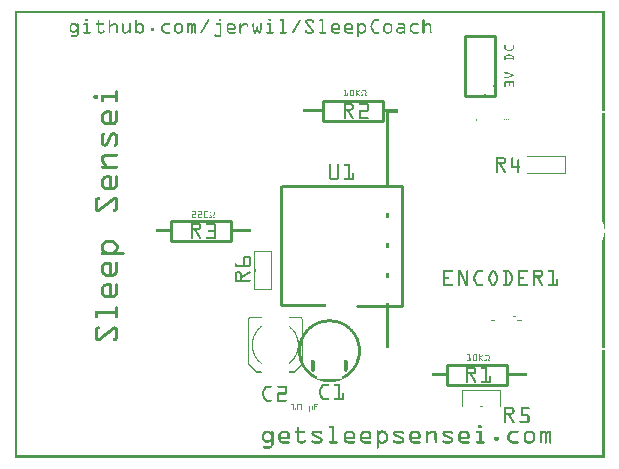
<source format=gto>
G04 MADE WITH FRITZING*
G04 WWW.FRITZING.ORG*
G04 DOUBLE SIDED*
G04 HOLES PLATED*
G04 CONTOUR ON CENTER OF CONTOUR VECTOR*
%ASAXBY*%
%FSLAX23Y23*%
%MOIN*%
%OFA0B0*%
%SFA1.0B1.0*%
%ADD10C,0.010000*%
%ADD11R,0.001000X0.001000*%
%LNSILK1*%
G90*
G70*
G54D10*
X1028Y1190D02*
X1228Y1190D01*
D02*
X1228Y1190D02*
X1228Y1124D01*
D02*
X1228Y1124D02*
X1028Y1124D01*
D02*
X1028Y1124D02*
X1028Y1190D01*
D02*
X1640Y244D02*
X1440Y244D01*
D02*
X1440Y244D02*
X1440Y310D01*
D02*
X1440Y310D02*
X1640Y310D01*
D02*
X1640Y310D02*
X1640Y244D01*
D02*
X719Y724D02*
X519Y724D01*
D02*
X519Y724D02*
X519Y790D01*
D02*
X519Y790D02*
X719Y790D01*
D02*
X719Y790D02*
X719Y724D01*
D02*
X1289Y507D02*
X1289Y907D01*
D02*
X1289Y907D02*
X889Y907D01*
D02*
X1289Y507D02*
X1139Y507D01*
D02*
X1600Y1207D02*
X1600Y1407D01*
D02*
X1600Y1407D02*
X1500Y1407D01*
D02*
X1500Y1407D02*
X1500Y1207D01*
D02*
X1500Y1207D02*
X1600Y1207D01*
G54D11*
X0Y1490D02*
X1965Y1490D01*
X0Y1489D02*
X1965Y1489D01*
X0Y1488D02*
X1965Y1488D01*
X0Y1487D02*
X1965Y1487D01*
X0Y1486D02*
X1965Y1486D01*
X0Y1485D02*
X1965Y1485D01*
X0Y1484D02*
X1965Y1484D01*
X0Y1483D02*
X1965Y1483D01*
X0Y1482D02*
X7Y1482D01*
X1958Y1482D02*
X1965Y1482D01*
X0Y1481D02*
X7Y1481D01*
X1958Y1481D02*
X1965Y1481D01*
X0Y1480D02*
X7Y1480D01*
X1958Y1480D02*
X1965Y1480D01*
X0Y1479D02*
X7Y1479D01*
X1958Y1479D02*
X1965Y1479D01*
X0Y1478D02*
X7Y1478D01*
X1958Y1478D02*
X1965Y1478D01*
X0Y1477D02*
X7Y1477D01*
X1958Y1477D02*
X1965Y1477D01*
X0Y1476D02*
X7Y1476D01*
X1958Y1476D02*
X1965Y1476D01*
X0Y1475D02*
X7Y1475D01*
X1958Y1475D02*
X1965Y1475D01*
X0Y1474D02*
X7Y1474D01*
X1958Y1474D02*
X1965Y1474D01*
X0Y1473D02*
X7Y1473D01*
X1958Y1473D02*
X1965Y1473D01*
X0Y1472D02*
X7Y1472D01*
X1958Y1472D02*
X1965Y1472D01*
X0Y1471D02*
X7Y1471D01*
X1958Y1471D02*
X1965Y1471D01*
X0Y1470D02*
X7Y1470D01*
X1958Y1470D02*
X1965Y1470D01*
X0Y1469D02*
X7Y1469D01*
X1958Y1469D02*
X1965Y1469D01*
X0Y1468D02*
X7Y1468D01*
X1958Y1468D02*
X1965Y1468D01*
X0Y1467D02*
X7Y1467D01*
X1958Y1467D02*
X1965Y1467D01*
X0Y1466D02*
X7Y1466D01*
X1958Y1466D02*
X1965Y1466D01*
X0Y1465D02*
X7Y1465D01*
X1958Y1465D02*
X1965Y1465D01*
X0Y1464D02*
X7Y1464D01*
X236Y1464D02*
X242Y1464D01*
X681Y1464D02*
X687Y1464D01*
X847Y1464D02*
X852Y1464D01*
X1958Y1464D02*
X1965Y1464D01*
X0Y1463D02*
X7Y1463D01*
X235Y1463D02*
X243Y1463D01*
X680Y1463D02*
X688Y1463D01*
X846Y1463D02*
X853Y1463D01*
X1958Y1463D02*
X1965Y1463D01*
X0Y1462D02*
X7Y1462D01*
X235Y1462D02*
X243Y1462D01*
X316Y1462D02*
X316Y1462D01*
X403Y1462D02*
X403Y1462D01*
X645Y1462D02*
X645Y1462D01*
X680Y1462D02*
X688Y1462D01*
X845Y1462D02*
X853Y1462D01*
X885Y1462D02*
X895Y1462D01*
X950Y1462D02*
X950Y1462D01*
X973Y1462D02*
X989Y1462D01*
X1016Y1462D02*
X1026Y1462D01*
X1199Y1462D02*
X1212Y1462D01*
X1362Y1462D02*
X1362Y1462D01*
X1958Y1462D02*
X1965Y1462D01*
X0Y1461D02*
X7Y1461D01*
X235Y1461D02*
X243Y1461D01*
X314Y1461D02*
X318Y1461D01*
X401Y1461D02*
X405Y1461D01*
X643Y1461D02*
X647Y1461D01*
X680Y1461D02*
X688Y1461D01*
X845Y1461D02*
X854Y1461D01*
X884Y1461D02*
X896Y1461D01*
X948Y1461D02*
X952Y1461D01*
X970Y1461D02*
X992Y1461D01*
X1014Y1461D02*
X1027Y1461D01*
X1196Y1461D02*
X1213Y1461D01*
X1360Y1461D02*
X1364Y1461D01*
X1958Y1461D02*
X1965Y1461D01*
X0Y1460D02*
X7Y1460D01*
X235Y1460D02*
X243Y1460D01*
X313Y1460D02*
X318Y1460D01*
X401Y1460D02*
X405Y1460D01*
X643Y1460D02*
X647Y1460D01*
X680Y1460D02*
X688Y1460D01*
X845Y1460D02*
X854Y1460D01*
X883Y1460D02*
X897Y1460D01*
X948Y1460D02*
X953Y1460D01*
X969Y1460D02*
X994Y1460D01*
X1014Y1460D02*
X1028Y1460D01*
X1195Y1460D02*
X1214Y1460D01*
X1360Y1460D02*
X1364Y1460D01*
X1958Y1460D02*
X1965Y1460D01*
X0Y1459D02*
X7Y1459D01*
X235Y1459D02*
X243Y1459D01*
X277Y1459D02*
X280Y1459D01*
X313Y1459D02*
X318Y1459D01*
X401Y1459D02*
X406Y1459D01*
X642Y1459D02*
X648Y1459D01*
X680Y1459D02*
X688Y1459D01*
X845Y1459D02*
X853Y1459D01*
X883Y1459D02*
X897Y1459D01*
X947Y1459D02*
X953Y1459D01*
X968Y1459D02*
X994Y1459D01*
X1014Y1459D02*
X1028Y1459D01*
X1194Y1459D02*
X1214Y1459D01*
X1359Y1459D02*
X1365Y1459D01*
X1958Y1459D02*
X1965Y1459D01*
X0Y1458D02*
X7Y1458D01*
X235Y1458D02*
X243Y1458D01*
X276Y1458D02*
X280Y1458D01*
X313Y1458D02*
X318Y1458D01*
X401Y1458D02*
X406Y1458D01*
X641Y1458D02*
X647Y1458D01*
X680Y1458D02*
X688Y1458D01*
X846Y1458D02*
X853Y1458D01*
X883Y1458D02*
X897Y1458D01*
X946Y1458D02*
X952Y1458D01*
X968Y1458D02*
X995Y1458D01*
X1014Y1458D02*
X1028Y1458D01*
X1193Y1458D02*
X1214Y1458D01*
X1359Y1458D02*
X1365Y1458D01*
X1958Y1458D02*
X1965Y1458D01*
X0Y1457D02*
X7Y1457D01*
X236Y1457D02*
X242Y1457D01*
X276Y1457D02*
X281Y1457D01*
X313Y1457D02*
X318Y1457D01*
X401Y1457D02*
X406Y1457D01*
X641Y1457D02*
X647Y1457D01*
X681Y1457D02*
X687Y1457D01*
X846Y1457D02*
X853Y1457D01*
X884Y1457D02*
X897Y1457D01*
X946Y1457D02*
X952Y1457D01*
X967Y1457D02*
X996Y1457D01*
X1015Y1457D02*
X1028Y1457D01*
X1193Y1457D02*
X1213Y1457D01*
X1359Y1457D02*
X1365Y1457D01*
X1958Y1457D02*
X1965Y1457D01*
X0Y1456D02*
X7Y1456D01*
X238Y1456D02*
X240Y1456D01*
X276Y1456D02*
X281Y1456D01*
X313Y1456D02*
X318Y1456D01*
X401Y1456D02*
X406Y1456D01*
X640Y1456D02*
X646Y1456D01*
X683Y1456D02*
X685Y1456D01*
X848Y1456D02*
X851Y1456D01*
X886Y1456D02*
X897Y1456D01*
X945Y1456D02*
X951Y1456D01*
X967Y1456D02*
X996Y1456D01*
X1017Y1456D02*
X1028Y1456D01*
X1192Y1456D02*
X1211Y1456D01*
X1359Y1456D02*
X1365Y1456D01*
X1958Y1456D02*
X1965Y1456D01*
X0Y1455D02*
X7Y1455D01*
X276Y1455D02*
X281Y1455D01*
X313Y1455D02*
X318Y1455D01*
X401Y1455D02*
X406Y1455D01*
X640Y1455D02*
X646Y1455D01*
X892Y1455D02*
X897Y1455D01*
X945Y1455D02*
X951Y1455D01*
X967Y1455D02*
X972Y1455D01*
X991Y1455D02*
X996Y1455D01*
X1023Y1455D02*
X1028Y1455D01*
X1192Y1455D02*
X1198Y1455D01*
X1359Y1455D02*
X1365Y1455D01*
X1958Y1455D02*
X1965Y1455D01*
X0Y1454D02*
X7Y1454D01*
X276Y1454D02*
X281Y1454D01*
X313Y1454D02*
X318Y1454D01*
X401Y1454D02*
X406Y1454D01*
X639Y1454D02*
X645Y1454D01*
X892Y1454D02*
X897Y1454D01*
X944Y1454D02*
X950Y1454D01*
X967Y1454D02*
X973Y1454D01*
X991Y1454D02*
X996Y1454D01*
X1023Y1454D02*
X1028Y1454D01*
X1191Y1454D02*
X1197Y1454D01*
X1359Y1454D02*
X1365Y1454D01*
X1958Y1454D02*
X1965Y1454D01*
X0Y1453D02*
X7Y1453D01*
X276Y1453D02*
X281Y1453D01*
X313Y1453D02*
X318Y1453D01*
X401Y1453D02*
X406Y1453D01*
X638Y1453D02*
X645Y1453D01*
X892Y1453D02*
X897Y1453D01*
X944Y1453D02*
X950Y1453D01*
X968Y1453D02*
X974Y1453D01*
X991Y1453D02*
X996Y1453D01*
X1023Y1453D02*
X1028Y1453D01*
X1191Y1453D02*
X1197Y1453D01*
X1359Y1453D02*
X1365Y1453D01*
X1958Y1453D02*
X1965Y1453D01*
X0Y1452D02*
X7Y1452D01*
X276Y1452D02*
X281Y1452D01*
X313Y1452D02*
X318Y1452D01*
X401Y1452D02*
X406Y1452D01*
X638Y1452D02*
X644Y1452D01*
X892Y1452D02*
X897Y1452D01*
X943Y1452D02*
X949Y1452D01*
X968Y1452D02*
X975Y1452D01*
X992Y1452D02*
X996Y1452D01*
X1023Y1452D02*
X1028Y1452D01*
X1190Y1452D02*
X1196Y1452D01*
X1359Y1452D02*
X1365Y1452D01*
X1958Y1452D02*
X1965Y1452D01*
X0Y1451D02*
X7Y1451D01*
X276Y1451D02*
X281Y1451D01*
X313Y1451D02*
X318Y1451D01*
X401Y1451D02*
X406Y1451D01*
X637Y1451D02*
X643Y1451D01*
X892Y1451D02*
X897Y1451D01*
X942Y1451D02*
X948Y1451D01*
X969Y1451D02*
X975Y1451D01*
X993Y1451D02*
X994Y1451D01*
X1023Y1451D02*
X1028Y1451D01*
X1190Y1451D02*
X1196Y1451D01*
X1359Y1451D02*
X1365Y1451D01*
X1958Y1451D02*
X1965Y1451D01*
X0Y1450D02*
X7Y1450D01*
X276Y1450D02*
X281Y1450D01*
X313Y1450D02*
X318Y1450D01*
X401Y1450D02*
X406Y1450D01*
X637Y1450D02*
X643Y1450D01*
X892Y1450D02*
X897Y1450D01*
X942Y1450D02*
X948Y1450D01*
X969Y1450D02*
X976Y1450D01*
X1023Y1450D02*
X1028Y1450D01*
X1143Y1450D02*
X1145Y1450D01*
X1153Y1450D02*
X1159Y1450D01*
X1189Y1450D02*
X1195Y1450D01*
X1359Y1450D02*
X1365Y1450D01*
X1958Y1450D02*
X1965Y1450D01*
X0Y1449D02*
X7Y1449D01*
X192Y1449D02*
X199Y1449D01*
X208Y1449D02*
X210Y1449D01*
X231Y1449D02*
X241Y1449D01*
X272Y1449D02*
X294Y1449D01*
X313Y1449D02*
X318Y1449D01*
X328Y1449D02*
X335Y1449D01*
X359Y1449D02*
X360Y1449D01*
X383Y1449D02*
X384Y1449D01*
X401Y1449D02*
X406Y1449D01*
X413Y1449D02*
X421Y1449D01*
X500Y1449D02*
X515Y1449D01*
X540Y1449D02*
X551Y1449D01*
X576Y1449D02*
X578Y1449D01*
X584Y1449D02*
X587Y1449D01*
X596Y1449D02*
X597Y1449D01*
X636Y1449D02*
X642Y1449D01*
X673Y1449D02*
X686Y1449D01*
X715Y1449D02*
X726Y1449D01*
X751Y1449D02*
X752Y1449D01*
X763Y1449D02*
X772Y1449D01*
X794Y1449D02*
X795Y1449D01*
X819Y1449D02*
X821Y1449D01*
X841Y1449D02*
X852Y1449D01*
X892Y1449D02*
X897Y1449D01*
X941Y1449D02*
X947Y1449D01*
X970Y1449D02*
X977Y1449D01*
X1023Y1449D02*
X1028Y1449D01*
X1063Y1449D02*
X1074Y1449D01*
X1107Y1449D02*
X1118Y1449D01*
X1142Y1449D02*
X1146Y1449D01*
X1151Y1449D02*
X1161Y1449D01*
X1189Y1449D02*
X1195Y1449D01*
X1238Y1449D02*
X1249Y1449D01*
X1280Y1449D02*
X1294Y1449D01*
X1328Y1449D02*
X1343Y1449D01*
X1359Y1449D02*
X1365Y1449D01*
X1374Y1449D02*
X1381Y1449D01*
X1958Y1449D02*
X1965Y1449D01*
X0Y1448D02*
X7Y1448D01*
X189Y1448D02*
X202Y1448D01*
X207Y1448D02*
X211Y1448D01*
X230Y1448D02*
X243Y1448D01*
X270Y1448D02*
X295Y1448D01*
X313Y1448D02*
X318Y1448D01*
X326Y1448D02*
X337Y1448D01*
X358Y1448D02*
X361Y1448D01*
X382Y1448D02*
X385Y1448D01*
X401Y1448D02*
X406Y1448D01*
X410Y1448D02*
X423Y1448D01*
X497Y1448D02*
X516Y1448D01*
X538Y1448D02*
X554Y1448D01*
X575Y1448D02*
X579Y1448D01*
X581Y1448D02*
X589Y1448D01*
X593Y1448D02*
X600Y1448D01*
X635Y1448D02*
X642Y1448D01*
X672Y1448D02*
X688Y1448D01*
X712Y1448D02*
X728Y1448D01*
X750Y1448D02*
X754Y1448D01*
X762Y1448D02*
X774Y1448D01*
X793Y1448D02*
X797Y1448D01*
X818Y1448D02*
X822Y1448D01*
X840Y1448D02*
X853Y1448D01*
X892Y1448D02*
X897Y1448D01*
X941Y1448D02*
X947Y1448D01*
X971Y1448D02*
X978Y1448D01*
X1023Y1448D02*
X1028Y1448D01*
X1061Y1448D02*
X1077Y1448D01*
X1105Y1448D02*
X1120Y1448D01*
X1142Y1448D02*
X1147Y1448D01*
X1150Y1448D02*
X1163Y1448D01*
X1188Y1448D02*
X1194Y1448D01*
X1235Y1448D02*
X1251Y1448D01*
X1279Y1448D02*
X1296Y1448D01*
X1325Y1448D02*
X1344Y1448D01*
X1359Y1448D02*
X1365Y1448D01*
X1372Y1448D02*
X1383Y1448D01*
X1958Y1448D02*
X1965Y1448D01*
X0Y1447D02*
X7Y1447D01*
X188Y1447D02*
X203Y1447D01*
X207Y1447D02*
X212Y1447D01*
X229Y1447D02*
X243Y1447D01*
X270Y1447D02*
X296Y1447D01*
X313Y1447D02*
X318Y1447D01*
X324Y1447D02*
X339Y1447D01*
X357Y1447D02*
X362Y1447D01*
X381Y1447D02*
X386Y1447D01*
X401Y1447D02*
X406Y1447D01*
X409Y1447D02*
X424Y1447D01*
X496Y1447D02*
X517Y1447D01*
X537Y1447D02*
X555Y1447D01*
X574Y1447D02*
X590Y1447D01*
X592Y1447D02*
X601Y1447D01*
X635Y1447D02*
X641Y1447D01*
X671Y1447D02*
X688Y1447D01*
X711Y1447D02*
X729Y1447D01*
X749Y1447D02*
X754Y1447D01*
X760Y1447D02*
X775Y1447D01*
X792Y1447D02*
X797Y1447D01*
X818Y1447D02*
X822Y1447D01*
X839Y1447D02*
X853Y1447D01*
X892Y1447D02*
X897Y1447D01*
X940Y1447D02*
X946Y1447D01*
X972Y1447D02*
X978Y1447D01*
X1023Y1447D02*
X1028Y1447D01*
X1060Y1447D02*
X1078Y1447D01*
X1103Y1447D02*
X1122Y1447D01*
X1142Y1447D02*
X1147Y1447D01*
X1149Y1447D02*
X1164Y1447D01*
X1188Y1447D02*
X1194Y1447D01*
X1234Y1447D02*
X1252Y1447D01*
X1278Y1447D02*
X1298Y1447D01*
X1324Y1447D02*
X1345Y1447D01*
X1359Y1447D02*
X1365Y1447D01*
X1370Y1447D02*
X1385Y1447D01*
X1958Y1447D02*
X1965Y1447D01*
X0Y1446D02*
X7Y1446D01*
X187Y1446D02*
X205Y1446D01*
X207Y1446D02*
X212Y1446D01*
X229Y1446D02*
X243Y1446D01*
X270Y1446D02*
X296Y1446D01*
X313Y1446D02*
X318Y1446D01*
X322Y1446D02*
X340Y1446D01*
X357Y1446D02*
X362Y1446D01*
X381Y1446D02*
X386Y1446D01*
X401Y1446D02*
X426Y1446D01*
X494Y1446D02*
X517Y1446D01*
X535Y1446D02*
X556Y1446D01*
X574Y1446D02*
X602Y1446D01*
X634Y1446D02*
X640Y1446D01*
X671Y1446D02*
X688Y1446D01*
X710Y1446D02*
X731Y1446D01*
X749Y1446D02*
X754Y1446D01*
X759Y1446D02*
X776Y1446D01*
X792Y1446D02*
X797Y1446D01*
X817Y1446D02*
X823Y1446D01*
X839Y1446D02*
X854Y1446D01*
X892Y1446D02*
X897Y1446D01*
X939Y1446D02*
X946Y1446D01*
X972Y1446D02*
X979Y1446D01*
X1023Y1446D02*
X1028Y1446D01*
X1058Y1446D02*
X1079Y1446D01*
X1102Y1446D02*
X1123Y1446D01*
X1142Y1446D02*
X1165Y1446D01*
X1187Y1446D02*
X1193Y1446D01*
X1233Y1446D02*
X1254Y1446D01*
X1278Y1446D02*
X1299Y1446D01*
X1323Y1446D02*
X1345Y1446D01*
X1359Y1446D02*
X1365Y1446D01*
X1369Y1446D02*
X1386Y1446D01*
X1958Y1446D02*
X1965Y1446D01*
X0Y1445D02*
X7Y1445D01*
X186Y1445D02*
X212Y1445D01*
X229Y1445D02*
X243Y1445D01*
X270Y1445D02*
X296Y1445D01*
X313Y1445D02*
X318Y1445D01*
X321Y1445D02*
X340Y1445D01*
X357Y1445D02*
X362Y1445D01*
X381Y1445D02*
X386Y1445D01*
X401Y1445D02*
X427Y1445D01*
X493Y1445D02*
X517Y1445D01*
X534Y1445D02*
X557Y1445D01*
X574Y1445D02*
X603Y1445D01*
X634Y1445D02*
X640Y1445D01*
X671Y1445D02*
X688Y1445D01*
X709Y1445D02*
X732Y1445D01*
X749Y1445D02*
X754Y1445D01*
X758Y1445D02*
X777Y1445D01*
X792Y1445D02*
X797Y1445D01*
X817Y1445D02*
X823Y1445D01*
X840Y1445D02*
X854Y1445D01*
X892Y1445D02*
X897Y1445D01*
X939Y1445D02*
X945Y1445D01*
X973Y1445D02*
X980Y1445D01*
X1023Y1445D02*
X1028Y1445D01*
X1057Y1445D02*
X1081Y1445D01*
X1101Y1445D02*
X1124Y1445D01*
X1142Y1445D02*
X1166Y1445D01*
X1187Y1445D02*
X1193Y1445D01*
X1232Y1445D02*
X1255Y1445D01*
X1279Y1445D02*
X1299Y1445D01*
X1322Y1445D02*
X1345Y1445D01*
X1359Y1445D02*
X1365Y1445D01*
X1367Y1445D02*
X1386Y1445D01*
X1958Y1445D02*
X1965Y1445D01*
X0Y1444D02*
X7Y1444D01*
X185Y1444D02*
X212Y1444D01*
X230Y1444D02*
X243Y1444D01*
X271Y1444D02*
X295Y1444D01*
X313Y1444D02*
X341Y1444D01*
X357Y1444D02*
X362Y1444D01*
X381Y1444D02*
X386Y1444D01*
X401Y1444D02*
X428Y1444D01*
X492Y1444D02*
X516Y1444D01*
X533Y1444D02*
X558Y1444D01*
X574Y1444D02*
X603Y1444D01*
X633Y1444D02*
X639Y1444D01*
X672Y1444D02*
X688Y1444D01*
X708Y1444D02*
X733Y1444D01*
X749Y1444D02*
X754Y1444D01*
X757Y1444D02*
X778Y1444D01*
X792Y1444D02*
X797Y1444D01*
X817Y1444D02*
X822Y1444D01*
X840Y1444D02*
X854Y1444D01*
X892Y1444D02*
X897Y1444D01*
X938Y1444D02*
X944Y1444D01*
X974Y1444D02*
X981Y1444D01*
X1023Y1444D02*
X1028Y1444D01*
X1056Y1444D02*
X1081Y1444D01*
X1100Y1444D02*
X1125Y1444D01*
X1142Y1444D02*
X1153Y1444D01*
X1159Y1444D02*
X1167Y1444D01*
X1186Y1444D02*
X1192Y1444D01*
X1231Y1444D02*
X1256Y1444D01*
X1279Y1444D02*
X1300Y1444D01*
X1321Y1444D02*
X1344Y1444D01*
X1359Y1444D02*
X1387Y1444D01*
X1958Y1444D02*
X1965Y1444D01*
X0Y1443D02*
X7Y1443D01*
X184Y1443D02*
X192Y1443D01*
X199Y1443D02*
X212Y1443D01*
X238Y1443D02*
X243Y1443D01*
X275Y1443D02*
X281Y1443D01*
X313Y1443D02*
X328Y1443D01*
X334Y1443D02*
X341Y1443D01*
X357Y1443D02*
X362Y1443D01*
X381Y1443D02*
X386Y1443D01*
X401Y1443D02*
X413Y1443D01*
X420Y1443D02*
X428Y1443D01*
X491Y1443D02*
X500Y1443D01*
X533Y1443D02*
X541Y1443D01*
X551Y1443D02*
X559Y1443D01*
X574Y1443D02*
X584Y1443D01*
X586Y1443D02*
X596Y1443D01*
X598Y1443D02*
X603Y1443D01*
X633Y1443D02*
X639Y1443D01*
X683Y1443D02*
X688Y1443D01*
X707Y1443D02*
X715Y1443D01*
X725Y1443D02*
X733Y1443D01*
X749Y1443D02*
X764Y1443D01*
X771Y1443D02*
X778Y1443D01*
X792Y1443D02*
X797Y1443D01*
X817Y1443D02*
X822Y1443D01*
X848Y1443D02*
X854Y1443D01*
X892Y1443D02*
X897Y1443D01*
X938Y1443D02*
X944Y1443D01*
X975Y1443D02*
X982Y1443D01*
X1023Y1443D02*
X1028Y1443D01*
X1056Y1443D02*
X1064Y1443D01*
X1074Y1443D02*
X1082Y1443D01*
X1099Y1443D02*
X1107Y1443D01*
X1118Y1443D02*
X1126Y1443D01*
X1142Y1443D02*
X1152Y1443D01*
X1160Y1443D02*
X1168Y1443D01*
X1186Y1443D02*
X1192Y1443D01*
X1230Y1443D02*
X1238Y1443D01*
X1248Y1443D02*
X1257Y1443D01*
X1294Y1443D02*
X1300Y1443D01*
X1319Y1443D02*
X1328Y1443D01*
X1359Y1443D02*
X1374Y1443D01*
X1381Y1443D02*
X1387Y1443D01*
X1958Y1443D02*
X1965Y1443D01*
X0Y1442D02*
X7Y1442D01*
X183Y1442D02*
X190Y1442D01*
X201Y1442D02*
X212Y1442D01*
X238Y1442D02*
X243Y1442D01*
X276Y1442D02*
X281Y1442D01*
X313Y1442D02*
X327Y1442D01*
X336Y1442D02*
X342Y1442D01*
X357Y1442D02*
X362Y1442D01*
X381Y1442D02*
X386Y1442D01*
X401Y1442D02*
X411Y1442D01*
X422Y1442D02*
X429Y1442D01*
X490Y1442D02*
X499Y1442D01*
X532Y1442D02*
X539Y1442D01*
X553Y1442D02*
X560Y1442D01*
X574Y1442D02*
X583Y1442D01*
X587Y1442D02*
X595Y1442D01*
X598Y1442D02*
X604Y1442D01*
X632Y1442D02*
X638Y1442D01*
X683Y1442D02*
X688Y1442D01*
X706Y1442D02*
X713Y1442D01*
X727Y1442D02*
X734Y1442D01*
X749Y1442D02*
X763Y1442D01*
X773Y1442D02*
X778Y1442D01*
X792Y1442D02*
X797Y1442D01*
X817Y1442D02*
X822Y1442D01*
X848Y1442D02*
X854Y1442D01*
X892Y1442D02*
X897Y1442D01*
X937Y1442D02*
X943Y1442D01*
X975Y1442D02*
X982Y1442D01*
X1023Y1442D02*
X1028Y1442D01*
X1055Y1442D02*
X1062Y1442D01*
X1076Y1442D02*
X1083Y1442D01*
X1099Y1442D02*
X1106Y1442D01*
X1120Y1442D02*
X1126Y1442D01*
X1142Y1442D02*
X1151Y1442D01*
X1161Y1442D02*
X1169Y1442D01*
X1186Y1442D02*
X1191Y1442D01*
X1230Y1442D02*
X1236Y1442D01*
X1250Y1442D02*
X1257Y1442D01*
X1295Y1442D02*
X1300Y1442D01*
X1318Y1442D02*
X1327Y1442D01*
X1359Y1442D02*
X1373Y1442D01*
X1382Y1442D02*
X1388Y1442D01*
X1958Y1442D02*
X1965Y1442D01*
X0Y1441D02*
X7Y1441D01*
X183Y1441D02*
X189Y1441D01*
X202Y1441D02*
X212Y1441D01*
X238Y1441D02*
X243Y1441D01*
X276Y1441D02*
X281Y1441D01*
X313Y1441D02*
X325Y1441D01*
X336Y1441D02*
X342Y1441D01*
X357Y1441D02*
X362Y1441D01*
X381Y1441D02*
X386Y1441D01*
X401Y1441D02*
X410Y1441D01*
X423Y1441D02*
X429Y1441D01*
X489Y1441D02*
X497Y1441D01*
X532Y1441D02*
X538Y1441D01*
X554Y1441D02*
X560Y1441D01*
X574Y1441D02*
X582Y1441D01*
X587Y1441D02*
X594Y1441D01*
X599Y1441D02*
X604Y1441D01*
X631Y1441D02*
X638Y1441D01*
X683Y1441D02*
X688Y1441D01*
X706Y1441D02*
X712Y1441D01*
X728Y1441D02*
X734Y1441D01*
X749Y1441D02*
X762Y1441D01*
X773Y1441D02*
X778Y1441D01*
X792Y1441D02*
X797Y1441D01*
X817Y1441D02*
X822Y1441D01*
X848Y1441D02*
X854Y1441D01*
X892Y1441D02*
X897Y1441D01*
X937Y1441D02*
X943Y1441D01*
X976Y1441D02*
X983Y1441D01*
X1023Y1441D02*
X1028Y1441D01*
X1055Y1441D02*
X1061Y1441D01*
X1077Y1441D02*
X1083Y1441D01*
X1098Y1441D02*
X1105Y1441D01*
X1121Y1441D02*
X1127Y1441D01*
X1142Y1441D02*
X1150Y1441D01*
X1162Y1441D02*
X1170Y1441D01*
X1185Y1441D02*
X1191Y1441D01*
X1229Y1441D02*
X1235Y1441D01*
X1251Y1441D02*
X1257Y1441D01*
X1295Y1441D02*
X1301Y1441D01*
X1318Y1441D02*
X1326Y1441D01*
X1359Y1441D02*
X1371Y1441D01*
X1383Y1441D02*
X1388Y1441D01*
X1958Y1441D02*
X1965Y1441D01*
X0Y1440D02*
X7Y1440D01*
X183Y1440D02*
X188Y1440D01*
X203Y1440D02*
X212Y1440D01*
X238Y1440D02*
X243Y1440D01*
X276Y1440D02*
X281Y1440D01*
X313Y1440D02*
X323Y1440D01*
X337Y1440D02*
X342Y1440D01*
X357Y1440D02*
X362Y1440D01*
X381Y1440D02*
X386Y1440D01*
X401Y1440D02*
X409Y1440D01*
X424Y1440D02*
X430Y1440D01*
X489Y1440D02*
X496Y1440D01*
X531Y1440D02*
X537Y1440D01*
X555Y1440D02*
X560Y1440D01*
X574Y1440D02*
X580Y1440D01*
X587Y1440D02*
X592Y1440D01*
X599Y1440D02*
X604Y1440D01*
X631Y1440D02*
X637Y1440D01*
X683Y1440D02*
X688Y1440D01*
X706Y1440D02*
X711Y1440D01*
X729Y1440D02*
X735Y1440D01*
X749Y1440D02*
X761Y1440D01*
X773Y1440D02*
X778Y1440D01*
X792Y1440D02*
X797Y1440D01*
X817Y1440D02*
X822Y1440D01*
X848Y1440D02*
X854Y1440D01*
X892Y1440D02*
X897Y1440D01*
X936Y1440D02*
X942Y1440D01*
X977Y1440D02*
X984Y1440D01*
X1023Y1440D02*
X1028Y1440D01*
X1055Y1440D02*
X1060Y1440D01*
X1078Y1440D02*
X1083Y1440D01*
X1098Y1440D02*
X1104Y1440D01*
X1121Y1440D02*
X1127Y1440D01*
X1142Y1440D02*
X1149Y1440D01*
X1164Y1440D02*
X1170Y1440D01*
X1185Y1440D02*
X1190Y1440D01*
X1229Y1440D02*
X1234Y1440D01*
X1252Y1440D02*
X1258Y1440D01*
X1295Y1440D02*
X1301Y1440D01*
X1317Y1440D02*
X1324Y1440D01*
X1359Y1440D02*
X1370Y1440D01*
X1383Y1440D02*
X1388Y1440D01*
X1958Y1440D02*
X1965Y1440D01*
X0Y1439D02*
X7Y1439D01*
X183Y1439D02*
X188Y1439D01*
X204Y1439D02*
X212Y1439D01*
X238Y1439D02*
X243Y1439D01*
X276Y1439D02*
X281Y1439D01*
X313Y1439D02*
X322Y1439D01*
X337Y1439D02*
X342Y1439D01*
X357Y1439D02*
X362Y1439D01*
X381Y1439D02*
X386Y1439D01*
X401Y1439D02*
X408Y1439D01*
X424Y1439D02*
X430Y1439D01*
X488Y1439D02*
X495Y1439D01*
X531Y1439D02*
X536Y1439D01*
X555Y1439D02*
X560Y1439D01*
X574Y1439D02*
X580Y1439D01*
X587Y1439D02*
X592Y1439D01*
X599Y1439D02*
X604Y1439D01*
X630Y1439D02*
X636Y1439D01*
X683Y1439D02*
X688Y1439D01*
X706Y1439D02*
X711Y1439D01*
X730Y1439D02*
X735Y1439D01*
X749Y1439D02*
X760Y1439D01*
X773Y1439D02*
X778Y1439D01*
X792Y1439D02*
X798Y1439D01*
X817Y1439D02*
X822Y1439D01*
X848Y1439D02*
X854Y1439D01*
X892Y1439D02*
X897Y1439D01*
X935Y1439D02*
X941Y1439D01*
X978Y1439D02*
X985Y1439D01*
X1023Y1439D02*
X1028Y1439D01*
X1054Y1439D02*
X1060Y1439D01*
X1078Y1439D02*
X1083Y1439D01*
X1098Y1439D02*
X1103Y1439D01*
X1122Y1439D02*
X1127Y1439D01*
X1142Y1439D02*
X1148Y1439D01*
X1165Y1439D02*
X1170Y1439D01*
X1185Y1439D02*
X1190Y1439D01*
X1229Y1439D02*
X1234Y1439D01*
X1253Y1439D02*
X1258Y1439D01*
X1296Y1439D02*
X1301Y1439D01*
X1316Y1439D02*
X1323Y1439D01*
X1359Y1439D02*
X1368Y1439D01*
X1383Y1439D02*
X1388Y1439D01*
X1958Y1439D02*
X1965Y1439D01*
X0Y1438D02*
X7Y1438D01*
X183Y1438D02*
X188Y1438D01*
X205Y1438D02*
X212Y1438D01*
X238Y1438D02*
X243Y1438D01*
X276Y1438D02*
X281Y1438D01*
X313Y1438D02*
X320Y1438D01*
X337Y1438D02*
X342Y1438D01*
X357Y1438D02*
X362Y1438D01*
X381Y1438D02*
X386Y1438D01*
X401Y1438D02*
X407Y1438D01*
X425Y1438D02*
X430Y1438D01*
X488Y1438D02*
X494Y1438D01*
X531Y1438D02*
X536Y1438D01*
X555Y1438D02*
X560Y1438D01*
X574Y1438D02*
X580Y1438D01*
X587Y1438D02*
X592Y1438D01*
X599Y1438D02*
X604Y1438D01*
X630Y1438D02*
X636Y1438D01*
X683Y1438D02*
X688Y1438D01*
X706Y1438D02*
X711Y1438D01*
X730Y1438D02*
X735Y1438D01*
X749Y1438D02*
X758Y1438D01*
X773Y1438D02*
X778Y1438D01*
X792Y1438D02*
X798Y1438D01*
X806Y1438D02*
X809Y1438D01*
X817Y1438D02*
X822Y1438D01*
X848Y1438D02*
X854Y1438D01*
X892Y1438D02*
X897Y1438D01*
X935Y1438D02*
X941Y1438D01*
X979Y1438D02*
X985Y1438D01*
X1023Y1438D02*
X1028Y1438D01*
X1054Y1438D02*
X1059Y1438D01*
X1078Y1438D02*
X1083Y1438D01*
X1098Y1438D02*
X1103Y1438D01*
X1122Y1438D02*
X1127Y1438D01*
X1142Y1438D02*
X1147Y1438D01*
X1165Y1438D02*
X1171Y1438D01*
X1185Y1438D02*
X1190Y1438D01*
X1229Y1438D02*
X1234Y1438D01*
X1253Y1438D02*
X1258Y1438D01*
X1296Y1438D02*
X1301Y1438D01*
X1316Y1438D02*
X1322Y1438D01*
X1359Y1438D02*
X1366Y1438D01*
X1383Y1438D02*
X1388Y1438D01*
X1958Y1438D02*
X1965Y1438D01*
X0Y1437D02*
X7Y1437D01*
X183Y1437D02*
X188Y1437D01*
X206Y1437D02*
X212Y1437D01*
X238Y1437D02*
X243Y1437D01*
X276Y1437D02*
X281Y1437D01*
X313Y1437D02*
X319Y1437D01*
X337Y1437D02*
X342Y1437D01*
X357Y1437D02*
X362Y1437D01*
X381Y1437D02*
X386Y1437D01*
X401Y1437D02*
X406Y1437D01*
X425Y1437D02*
X430Y1437D01*
X488Y1437D02*
X493Y1437D01*
X531Y1437D02*
X536Y1437D01*
X555Y1437D02*
X560Y1437D01*
X574Y1437D02*
X580Y1437D01*
X587Y1437D02*
X592Y1437D01*
X599Y1437D02*
X604Y1437D01*
X629Y1437D02*
X635Y1437D01*
X683Y1437D02*
X688Y1437D01*
X706Y1437D02*
X711Y1437D01*
X730Y1437D02*
X735Y1437D01*
X749Y1437D02*
X757Y1437D01*
X774Y1437D02*
X778Y1437D01*
X792Y1437D02*
X798Y1437D01*
X805Y1437D02*
X810Y1437D01*
X817Y1437D02*
X822Y1437D01*
X848Y1437D02*
X854Y1437D01*
X892Y1437D02*
X897Y1437D01*
X934Y1437D02*
X940Y1437D01*
X979Y1437D02*
X986Y1437D01*
X1023Y1437D02*
X1028Y1437D01*
X1054Y1437D02*
X1059Y1437D01*
X1078Y1437D02*
X1083Y1437D01*
X1098Y1437D02*
X1103Y1437D01*
X1122Y1437D02*
X1127Y1437D01*
X1142Y1437D02*
X1147Y1437D01*
X1166Y1437D02*
X1171Y1437D01*
X1185Y1437D02*
X1190Y1437D01*
X1229Y1437D02*
X1234Y1437D01*
X1253Y1437D02*
X1258Y1437D01*
X1296Y1437D02*
X1301Y1437D01*
X1316Y1437D02*
X1321Y1437D01*
X1359Y1437D02*
X1365Y1437D01*
X1383Y1437D02*
X1388Y1437D01*
X1958Y1437D02*
X1965Y1437D01*
X0Y1436D02*
X7Y1436D01*
X183Y1436D02*
X188Y1436D01*
X207Y1436D02*
X212Y1436D01*
X238Y1436D02*
X243Y1436D01*
X276Y1436D02*
X281Y1436D01*
X313Y1436D02*
X318Y1436D01*
X337Y1436D02*
X342Y1436D01*
X357Y1436D02*
X362Y1436D01*
X381Y1436D02*
X386Y1436D01*
X401Y1436D02*
X406Y1436D01*
X425Y1436D02*
X430Y1436D01*
X488Y1436D02*
X493Y1436D01*
X531Y1436D02*
X536Y1436D01*
X555Y1436D02*
X560Y1436D01*
X574Y1436D02*
X580Y1436D01*
X587Y1436D02*
X592Y1436D01*
X599Y1436D02*
X604Y1436D01*
X628Y1436D02*
X635Y1436D01*
X683Y1436D02*
X688Y1436D01*
X706Y1436D02*
X711Y1436D01*
X730Y1436D02*
X735Y1436D01*
X749Y1436D02*
X756Y1436D01*
X775Y1436D02*
X777Y1436D01*
X792Y1436D02*
X798Y1436D01*
X805Y1436D02*
X810Y1436D01*
X817Y1436D02*
X822Y1436D01*
X848Y1436D02*
X854Y1436D01*
X892Y1436D02*
X897Y1436D01*
X934Y1436D02*
X940Y1436D01*
X980Y1436D02*
X987Y1436D01*
X1023Y1436D02*
X1028Y1436D01*
X1054Y1436D02*
X1059Y1436D01*
X1078Y1436D02*
X1083Y1436D01*
X1098Y1436D02*
X1103Y1436D01*
X1122Y1436D02*
X1127Y1436D01*
X1142Y1436D02*
X1147Y1436D01*
X1166Y1436D02*
X1171Y1436D01*
X1185Y1436D02*
X1191Y1436D01*
X1229Y1436D02*
X1234Y1436D01*
X1253Y1436D02*
X1258Y1436D01*
X1278Y1436D02*
X1301Y1436D01*
X1316Y1436D02*
X1321Y1436D01*
X1359Y1436D02*
X1365Y1436D01*
X1383Y1436D02*
X1388Y1436D01*
X1958Y1436D02*
X1965Y1436D01*
X0Y1435D02*
X7Y1435D01*
X183Y1435D02*
X188Y1435D01*
X207Y1435D02*
X212Y1435D01*
X238Y1435D02*
X243Y1435D01*
X276Y1435D02*
X281Y1435D01*
X313Y1435D02*
X318Y1435D01*
X337Y1435D02*
X342Y1435D01*
X357Y1435D02*
X362Y1435D01*
X381Y1435D02*
X386Y1435D01*
X401Y1435D02*
X406Y1435D01*
X425Y1435D02*
X430Y1435D01*
X488Y1435D02*
X493Y1435D01*
X531Y1435D02*
X536Y1435D01*
X555Y1435D02*
X560Y1435D01*
X574Y1435D02*
X580Y1435D01*
X587Y1435D02*
X592Y1435D01*
X599Y1435D02*
X604Y1435D01*
X628Y1435D02*
X634Y1435D01*
X683Y1435D02*
X688Y1435D01*
X706Y1435D02*
X711Y1435D01*
X730Y1435D02*
X735Y1435D01*
X749Y1435D02*
X755Y1435D01*
X793Y1435D02*
X798Y1435D01*
X805Y1435D02*
X810Y1435D01*
X817Y1435D02*
X822Y1435D01*
X848Y1435D02*
X854Y1435D01*
X892Y1435D02*
X897Y1435D01*
X933Y1435D02*
X939Y1435D01*
X981Y1435D02*
X988Y1435D01*
X1023Y1435D02*
X1028Y1435D01*
X1054Y1435D02*
X1059Y1435D01*
X1078Y1435D02*
X1083Y1435D01*
X1098Y1435D02*
X1103Y1435D01*
X1122Y1435D02*
X1127Y1435D01*
X1142Y1435D02*
X1147Y1435D01*
X1166Y1435D02*
X1171Y1435D01*
X1186Y1435D02*
X1191Y1435D01*
X1229Y1435D02*
X1234Y1435D01*
X1253Y1435D02*
X1258Y1435D01*
X1276Y1435D02*
X1301Y1435D01*
X1316Y1435D02*
X1321Y1435D01*
X1359Y1435D02*
X1365Y1435D01*
X1383Y1435D02*
X1388Y1435D01*
X1958Y1435D02*
X1965Y1435D01*
X0Y1434D02*
X7Y1434D01*
X183Y1434D02*
X188Y1434D01*
X207Y1434D02*
X212Y1434D01*
X238Y1434D02*
X243Y1434D01*
X276Y1434D02*
X281Y1434D01*
X313Y1434D02*
X318Y1434D01*
X337Y1434D02*
X342Y1434D01*
X357Y1434D02*
X362Y1434D01*
X381Y1434D02*
X386Y1434D01*
X401Y1434D02*
X406Y1434D01*
X425Y1434D02*
X430Y1434D01*
X488Y1434D02*
X493Y1434D01*
X531Y1434D02*
X536Y1434D01*
X555Y1434D02*
X560Y1434D01*
X574Y1434D02*
X580Y1434D01*
X587Y1434D02*
X592Y1434D01*
X599Y1434D02*
X604Y1434D01*
X627Y1434D02*
X633Y1434D01*
X683Y1434D02*
X688Y1434D01*
X706Y1434D02*
X711Y1434D01*
X729Y1434D02*
X735Y1434D01*
X749Y1434D02*
X754Y1434D01*
X793Y1434D02*
X798Y1434D01*
X805Y1434D02*
X810Y1434D01*
X817Y1434D02*
X822Y1434D01*
X848Y1434D02*
X854Y1434D01*
X892Y1434D02*
X897Y1434D01*
X932Y1434D02*
X939Y1434D01*
X982Y1434D02*
X989Y1434D01*
X1023Y1434D02*
X1028Y1434D01*
X1054Y1434D02*
X1060Y1434D01*
X1078Y1434D02*
X1083Y1434D01*
X1098Y1434D02*
X1103Y1434D01*
X1122Y1434D02*
X1127Y1434D01*
X1142Y1434D02*
X1147Y1434D01*
X1166Y1434D02*
X1171Y1434D01*
X1186Y1434D02*
X1191Y1434D01*
X1229Y1434D02*
X1234Y1434D01*
X1253Y1434D02*
X1258Y1434D01*
X1275Y1434D02*
X1301Y1434D01*
X1316Y1434D02*
X1321Y1434D01*
X1359Y1434D02*
X1365Y1434D01*
X1383Y1434D02*
X1388Y1434D01*
X1958Y1434D02*
X1965Y1434D01*
X0Y1433D02*
X7Y1433D01*
X183Y1433D02*
X188Y1433D01*
X207Y1433D02*
X212Y1433D01*
X238Y1433D02*
X243Y1433D01*
X276Y1433D02*
X281Y1433D01*
X313Y1433D02*
X318Y1433D01*
X337Y1433D02*
X342Y1433D01*
X357Y1433D02*
X362Y1433D01*
X381Y1433D02*
X386Y1433D01*
X401Y1433D02*
X406Y1433D01*
X425Y1433D02*
X430Y1433D01*
X454Y1433D02*
X463Y1433D01*
X488Y1433D02*
X493Y1433D01*
X531Y1433D02*
X536Y1433D01*
X555Y1433D02*
X560Y1433D01*
X574Y1433D02*
X580Y1433D01*
X587Y1433D02*
X592Y1433D01*
X599Y1433D02*
X604Y1433D01*
X627Y1433D02*
X633Y1433D01*
X683Y1433D02*
X688Y1433D01*
X706Y1433D02*
X735Y1433D01*
X749Y1433D02*
X754Y1433D01*
X793Y1433D02*
X798Y1433D01*
X805Y1433D02*
X810Y1433D01*
X817Y1433D02*
X822Y1433D01*
X848Y1433D02*
X854Y1433D01*
X892Y1433D02*
X897Y1433D01*
X932Y1433D02*
X938Y1433D01*
X982Y1433D02*
X989Y1433D01*
X1023Y1433D02*
X1028Y1433D01*
X1054Y1433D02*
X1083Y1433D01*
X1098Y1433D02*
X1127Y1433D01*
X1142Y1433D02*
X1147Y1433D01*
X1166Y1433D02*
X1171Y1433D01*
X1186Y1433D02*
X1192Y1433D01*
X1229Y1433D02*
X1234Y1433D01*
X1253Y1433D02*
X1258Y1433D01*
X1274Y1433D02*
X1301Y1433D01*
X1316Y1433D02*
X1321Y1433D01*
X1359Y1433D02*
X1365Y1433D01*
X1383Y1433D02*
X1388Y1433D01*
X1958Y1433D02*
X1965Y1433D01*
X0Y1432D02*
X7Y1432D01*
X183Y1432D02*
X188Y1432D01*
X207Y1432D02*
X212Y1432D01*
X238Y1432D02*
X243Y1432D01*
X276Y1432D02*
X281Y1432D01*
X313Y1432D02*
X318Y1432D01*
X337Y1432D02*
X342Y1432D01*
X357Y1432D02*
X362Y1432D01*
X381Y1432D02*
X386Y1432D01*
X401Y1432D02*
X406Y1432D01*
X425Y1432D02*
X430Y1432D01*
X453Y1432D02*
X464Y1432D01*
X488Y1432D02*
X493Y1432D01*
X531Y1432D02*
X536Y1432D01*
X555Y1432D02*
X560Y1432D01*
X574Y1432D02*
X580Y1432D01*
X587Y1432D02*
X592Y1432D01*
X599Y1432D02*
X604Y1432D01*
X626Y1432D02*
X632Y1432D01*
X683Y1432D02*
X688Y1432D01*
X706Y1432D02*
X735Y1432D01*
X749Y1432D02*
X754Y1432D01*
X793Y1432D02*
X798Y1432D01*
X805Y1432D02*
X810Y1432D01*
X817Y1432D02*
X822Y1432D01*
X848Y1432D02*
X854Y1432D01*
X892Y1432D02*
X897Y1432D01*
X931Y1432D02*
X937Y1432D01*
X983Y1432D02*
X990Y1432D01*
X1023Y1432D02*
X1028Y1432D01*
X1054Y1432D02*
X1083Y1432D01*
X1098Y1432D02*
X1127Y1432D01*
X1142Y1432D02*
X1147Y1432D01*
X1166Y1432D02*
X1171Y1432D01*
X1187Y1432D02*
X1193Y1432D01*
X1229Y1432D02*
X1234Y1432D01*
X1253Y1432D02*
X1258Y1432D01*
X1274Y1432D02*
X1301Y1432D01*
X1316Y1432D02*
X1321Y1432D01*
X1359Y1432D02*
X1365Y1432D01*
X1383Y1432D02*
X1388Y1432D01*
X1958Y1432D02*
X1965Y1432D01*
X0Y1431D02*
X7Y1431D01*
X183Y1431D02*
X188Y1431D01*
X207Y1431D02*
X212Y1431D01*
X238Y1431D02*
X243Y1431D01*
X276Y1431D02*
X281Y1431D01*
X313Y1431D02*
X318Y1431D01*
X337Y1431D02*
X342Y1431D01*
X357Y1431D02*
X363Y1431D01*
X381Y1431D02*
X386Y1431D01*
X401Y1431D02*
X406Y1431D01*
X425Y1431D02*
X430Y1431D01*
X453Y1431D02*
X464Y1431D01*
X488Y1431D02*
X493Y1431D01*
X531Y1431D02*
X536Y1431D01*
X555Y1431D02*
X560Y1431D01*
X574Y1431D02*
X580Y1431D01*
X587Y1431D02*
X592Y1431D01*
X599Y1431D02*
X604Y1431D01*
X626Y1431D02*
X632Y1431D01*
X683Y1431D02*
X688Y1431D01*
X706Y1431D02*
X735Y1431D01*
X749Y1431D02*
X754Y1431D01*
X793Y1431D02*
X798Y1431D01*
X805Y1431D02*
X810Y1431D01*
X817Y1431D02*
X822Y1431D01*
X848Y1431D02*
X854Y1431D01*
X892Y1431D02*
X897Y1431D01*
X931Y1431D02*
X937Y1431D01*
X984Y1431D02*
X991Y1431D01*
X1023Y1431D02*
X1028Y1431D01*
X1054Y1431D02*
X1083Y1431D01*
X1098Y1431D02*
X1127Y1431D01*
X1142Y1431D02*
X1147Y1431D01*
X1166Y1431D02*
X1171Y1431D01*
X1187Y1431D02*
X1193Y1431D01*
X1229Y1431D02*
X1234Y1431D01*
X1253Y1431D02*
X1258Y1431D01*
X1273Y1431D02*
X1301Y1431D01*
X1316Y1431D02*
X1321Y1431D01*
X1359Y1431D02*
X1365Y1431D01*
X1383Y1431D02*
X1388Y1431D01*
X1958Y1431D02*
X1965Y1431D01*
X0Y1430D02*
X7Y1430D01*
X183Y1430D02*
X188Y1430D01*
X206Y1430D02*
X212Y1430D01*
X238Y1430D02*
X243Y1430D01*
X276Y1430D02*
X281Y1430D01*
X313Y1430D02*
X318Y1430D01*
X337Y1430D02*
X342Y1430D01*
X357Y1430D02*
X363Y1430D01*
X381Y1430D02*
X386Y1430D01*
X401Y1430D02*
X406Y1430D01*
X425Y1430D02*
X430Y1430D01*
X453Y1430D02*
X464Y1430D01*
X488Y1430D02*
X493Y1430D01*
X531Y1430D02*
X536Y1430D01*
X555Y1430D02*
X560Y1430D01*
X574Y1430D02*
X580Y1430D01*
X587Y1430D02*
X592Y1430D01*
X599Y1430D02*
X604Y1430D01*
X625Y1430D02*
X631Y1430D01*
X683Y1430D02*
X688Y1430D01*
X706Y1430D02*
X735Y1430D01*
X749Y1430D02*
X754Y1430D01*
X793Y1430D02*
X798Y1430D01*
X805Y1430D02*
X810Y1430D01*
X817Y1430D02*
X822Y1430D01*
X848Y1430D02*
X854Y1430D01*
X892Y1430D02*
X897Y1430D01*
X930Y1430D02*
X936Y1430D01*
X985Y1430D02*
X992Y1430D01*
X1023Y1430D02*
X1028Y1430D01*
X1054Y1430D02*
X1083Y1430D01*
X1098Y1430D02*
X1127Y1430D01*
X1142Y1430D02*
X1147Y1430D01*
X1166Y1430D02*
X1171Y1430D01*
X1188Y1430D02*
X1194Y1430D01*
X1229Y1430D02*
X1234Y1430D01*
X1253Y1430D02*
X1258Y1430D01*
X1273Y1430D02*
X1279Y1430D01*
X1294Y1430D02*
X1301Y1430D01*
X1316Y1430D02*
X1321Y1430D01*
X1359Y1430D02*
X1365Y1430D01*
X1383Y1430D02*
X1388Y1430D01*
X1958Y1430D02*
X1965Y1430D01*
X0Y1429D02*
X7Y1429D01*
X183Y1429D02*
X188Y1429D01*
X206Y1429D02*
X212Y1429D01*
X238Y1429D02*
X243Y1429D01*
X276Y1429D02*
X281Y1429D01*
X313Y1429D02*
X318Y1429D01*
X337Y1429D02*
X342Y1429D01*
X357Y1429D02*
X363Y1429D01*
X381Y1429D02*
X386Y1429D01*
X401Y1429D02*
X406Y1429D01*
X425Y1429D02*
X430Y1429D01*
X453Y1429D02*
X464Y1429D01*
X488Y1429D02*
X493Y1429D01*
X531Y1429D02*
X536Y1429D01*
X555Y1429D02*
X560Y1429D01*
X574Y1429D02*
X580Y1429D01*
X587Y1429D02*
X592Y1429D01*
X599Y1429D02*
X604Y1429D01*
X624Y1429D02*
X631Y1429D01*
X683Y1429D02*
X688Y1429D01*
X706Y1429D02*
X734Y1429D01*
X749Y1429D02*
X754Y1429D01*
X793Y1429D02*
X798Y1429D01*
X805Y1429D02*
X810Y1429D01*
X817Y1429D02*
X822Y1429D01*
X848Y1429D02*
X854Y1429D01*
X892Y1429D02*
X897Y1429D01*
X930Y1429D02*
X936Y1429D01*
X986Y1429D02*
X992Y1429D01*
X1023Y1429D02*
X1028Y1429D01*
X1054Y1429D02*
X1083Y1429D01*
X1098Y1429D02*
X1126Y1429D01*
X1142Y1429D02*
X1147Y1429D01*
X1166Y1429D02*
X1171Y1429D01*
X1188Y1429D02*
X1194Y1429D01*
X1229Y1429D02*
X1234Y1429D01*
X1253Y1429D02*
X1258Y1429D01*
X1272Y1429D02*
X1278Y1429D01*
X1295Y1429D02*
X1301Y1429D01*
X1316Y1429D02*
X1321Y1429D01*
X1359Y1429D02*
X1365Y1429D01*
X1383Y1429D02*
X1388Y1429D01*
X1958Y1429D02*
X1965Y1429D01*
X0Y1428D02*
X7Y1428D01*
X183Y1428D02*
X188Y1428D01*
X205Y1428D02*
X212Y1428D01*
X238Y1428D02*
X243Y1428D01*
X276Y1428D02*
X281Y1428D01*
X313Y1428D02*
X318Y1428D01*
X337Y1428D02*
X342Y1428D01*
X358Y1428D02*
X363Y1428D01*
X381Y1428D02*
X386Y1428D01*
X401Y1428D02*
X406Y1428D01*
X425Y1428D02*
X430Y1428D01*
X453Y1428D02*
X464Y1428D01*
X488Y1428D02*
X493Y1428D01*
X531Y1428D02*
X536Y1428D01*
X555Y1428D02*
X560Y1428D01*
X574Y1428D02*
X580Y1428D01*
X587Y1428D02*
X592Y1428D01*
X599Y1428D02*
X604Y1428D01*
X624Y1428D02*
X630Y1428D01*
X683Y1428D02*
X688Y1428D01*
X706Y1428D02*
X733Y1428D01*
X749Y1428D02*
X754Y1428D01*
X793Y1428D02*
X798Y1428D01*
X804Y1428D02*
X811Y1428D01*
X817Y1428D02*
X822Y1428D01*
X848Y1428D02*
X854Y1428D01*
X892Y1428D02*
X897Y1428D01*
X929Y1428D02*
X935Y1428D01*
X986Y1428D02*
X993Y1428D01*
X1023Y1428D02*
X1028Y1428D01*
X1054Y1428D02*
X1082Y1428D01*
X1098Y1428D02*
X1125Y1428D01*
X1142Y1428D02*
X1147Y1428D01*
X1166Y1428D02*
X1171Y1428D01*
X1189Y1428D02*
X1195Y1428D01*
X1229Y1428D02*
X1234Y1428D01*
X1253Y1428D02*
X1258Y1428D01*
X1272Y1428D02*
X1277Y1428D01*
X1296Y1428D02*
X1301Y1428D01*
X1316Y1428D02*
X1321Y1428D01*
X1359Y1428D02*
X1365Y1428D01*
X1383Y1428D02*
X1388Y1428D01*
X1958Y1428D02*
X1965Y1428D01*
X0Y1427D02*
X7Y1427D01*
X183Y1427D02*
X188Y1427D01*
X203Y1427D02*
X212Y1427D01*
X238Y1427D02*
X243Y1427D01*
X276Y1427D02*
X281Y1427D01*
X313Y1427D02*
X318Y1427D01*
X337Y1427D02*
X342Y1427D01*
X358Y1427D02*
X363Y1427D01*
X381Y1427D02*
X386Y1427D01*
X401Y1427D02*
X406Y1427D01*
X425Y1427D02*
X430Y1427D01*
X453Y1427D02*
X464Y1427D01*
X488Y1427D02*
X493Y1427D01*
X531Y1427D02*
X536Y1427D01*
X555Y1427D02*
X560Y1427D01*
X574Y1427D02*
X580Y1427D01*
X587Y1427D02*
X592Y1427D01*
X599Y1427D02*
X604Y1427D01*
X623Y1427D02*
X629Y1427D01*
X683Y1427D02*
X688Y1427D01*
X706Y1427D02*
X711Y1427D01*
X749Y1427D02*
X754Y1427D01*
X793Y1427D02*
X798Y1427D01*
X804Y1427D02*
X811Y1427D01*
X816Y1427D02*
X822Y1427D01*
X848Y1427D02*
X854Y1427D01*
X892Y1427D02*
X897Y1427D01*
X928Y1427D02*
X934Y1427D01*
X987Y1427D02*
X994Y1427D01*
X1023Y1427D02*
X1028Y1427D01*
X1054Y1427D02*
X1059Y1427D01*
X1098Y1427D02*
X1103Y1427D01*
X1142Y1427D02*
X1147Y1427D01*
X1166Y1427D02*
X1171Y1427D01*
X1189Y1427D02*
X1195Y1427D01*
X1229Y1427D02*
X1234Y1427D01*
X1253Y1427D02*
X1258Y1427D01*
X1272Y1427D02*
X1277Y1427D01*
X1296Y1427D02*
X1301Y1427D01*
X1316Y1427D02*
X1321Y1427D01*
X1359Y1427D02*
X1365Y1427D01*
X1383Y1427D02*
X1388Y1427D01*
X1958Y1427D02*
X1965Y1427D01*
X0Y1426D02*
X7Y1426D01*
X183Y1426D02*
X189Y1426D01*
X202Y1426D02*
X212Y1426D01*
X238Y1426D02*
X243Y1426D01*
X276Y1426D02*
X281Y1426D01*
X296Y1426D02*
X297Y1426D01*
X313Y1426D02*
X318Y1426D01*
X337Y1426D02*
X342Y1426D01*
X358Y1426D02*
X363Y1426D01*
X379Y1426D02*
X386Y1426D01*
X401Y1426D02*
X407Y1426D01*
X425Y1426D02*
X430Y1426D01*
X453Y1426D02*
X464Y1426D01*
X488Y1426D02*
X494Y1426D01*
X531Y1426D02*
X536Y1426D01*
X555Y1426D02*
X560Y1426D01*
X574Y1426D02*
X580Y1426D01*
X587Y1426D02*
X592Y1426D01*
X599Y1426D02*
X604Y1426D01*
X623Y1426D02*
X629Y1426D01*
X683Y1426D02*
X688Y1426D01*
X706Y1426D02*
X711Y1426D01*
X749Y1426D02*
X754Y1426D01*
X793Y1426D02*
X799Y1426D01*
X803Y1426D02*
X812Y1426D01*
X816Y1426D02*
X821Y1426D01*
X848Y1426D02*
X854Y1426D01*
X892Y1426D02*
X897Y1426D01*
X928Y1426D02*
X934Y1426D01*
X969Y1426D02*
X970Y1426D01*
X988Y1426D02*
X995Y1426D01*
X1023Y1426D02*
X1028Y1426D01*
X1054Y1426D02*
X1059Y1426D01*
X1098Y1426D02*
X1103Y1426D01*
X1142Y1426D02*
X1147Y1426D01*
X1165Y1426D02*
X1171Y1426D01*
X1190Y1426D02*
X1196Y1426D01*
X1229Y1426D02*
X1234Y1426D01*
X1253Y1426D02*
X1258Y1426D01*
X1272Y1426D02*
X1277Y1426D01*
X1296Y1426D02*
X1301Y1426D01*
X1316Y1426D02*
X1322Y1426D01*
X1359Y1426D02*
X1365Y1426D01*
X1383Y1426D02*
X1388Y1426D01*
X1958Y1426D02*
X1965Y1426D01*
X0Y1425D02*
X7Y1425D01*
X183Y1425D02*
X190Y1425D01*
X201Y1425D02*
X212Y1425D01*
X238Y1425D02*
X243Y1425D01*
X276Y1425D02*
X281Y1425D01*
X295Y1425D02*
X298Y1425D01*
X313Y1425D02*
X318Y1425D01*
X337Y1425D02*
X342Y1425D01*
X358Y1425D02*
X363Y1425D01*
X377Y1425D02*
X386Y1425D01*
X401Y1425D02*
X408Y1425D01*
X424Y1425D02*
X430Y1425D01*
X453Y1425D02*
X464Y1425D01*
X488Y1425D02*
X495Y1425D01*
X531Y1425D02*
X537Y1425D01*
X555Y1425D02*
X560Y1425D01*
X574Y1425D02*
X580Y1425D01*
X587Y1425D02*
X592Y1425D01*
X599Y1425D02*
X604Y1425D01*
X622Y1425D02*
X628Y1425D01*
X683Y1425D02*
X688Y1425D01*
X706Y1425D02*
X711Y1425D01*
X749Y1425D02*
X754Y1425D01*
X794Y1425D02*
X799Y1425D01*
X802Y1425D02*
X812Y1425D01*
X816Y1425D02*
X821Y1425D01*
X848Y1425D02*
X854Y1425D01*
X892Y1425D02*
X897Y1425D01*
X927Y1425D02*
X933Y1425D01*
X968Y1425D02*
X972Y1425D01*
X989Y1425D02*
X995Y1425D01*
X1023Y1425D02*
X1028Y1425D01*
X1054Y1425D02*
X1060Y1425D01*
X1098Y1425D02*
X1103Y1425D01*
X1142Y1425D02*
X1148Y1425D01*
X1165Y1425D02*
X1170Y1425D01*
X1190Y1425D02*
X1196Y1425D01*
X1229Y1425D02*
X1234Y1425D01*
X1253Y1425D02*
X1258Y1425D01*
X1272Y1425D02*
X1277Y1425D01*
X1296Y1425D02*
X1301Y1425D01*
X1316Y1425D02*
X1323Y1425D01*
X1359Y1425D02*
X1365Y1425D01*
X1383Y1425D02*
X1388Y1425D01*
X1958Y1425D02*
X1965Y1425D01*
X0Y1424D02*
X7Y1424D01*
X184Y1424D02*
X191Y1424D01*
X200Y1424D02*
X212Y1424D01*
X238Y1424D02*
X243Y1424D01*
X276Y1424D02*
X281Y1424D01*
X294Y1424D02*
X299Y1424D01*
X313Y1424D02*
X318Y1424D01*
X337Y1424D02*
X342Y1424D01*
X358Y1424D02*
X363Y1424D01*
X376Y1424D02*
X386Y1424D01*
X401Y1424D02*
X409Y1424D01*
X424Y1424D02*
X430Y1424D01*
X454Y1424D02*
X464Y1424D01*
X489Y1424D02*
X496Y1424D01*
X531Y1424D02*
X537Y1424D01*
X555Y1424D02*
X560Y1424D01*
X574Y1424D02*
X580Y1424D01*
X587Y1424D02*
X592Y1424D01*
X599Y1424D02*
X604Y1424D01*
X621Y1424D02*
X628Y1424D01*
X683Y1424D02*
X688Y1424D01*
X706Y1424D02*
X711Y1424D01*
X749Y1424D02*
X754Y1424D01*
X794Y1424D02*
X799Y1424D01*
X802Y1424D02*
X813Y1424D01*
X815Y1424D02*
X821Y1424D01*
X848Y1424D02*
X854Y1424D01*
X892Y1424D02*
X897Y1424D01*
X927Y1424D02*
X933Y1424D01*
X967Y1424D02*
X972Y1424D01*
X989Y1424D02*
X996Y1424D01*
X1023Y1424D02*
X1028Y1424D01*
X1054Y1424D02*
X1060Y1424D01*
X1098Y1424D02*
X1104Y1424D01*
X1142Y1424D02*
X1149Y1424D01*
X1163Y1424D02*
X1170Y1424D01*
X1191Y1424D02*
X1197Y1424D01*
X1229Y1424D02*
X1234Y1424D01*
X1252Y1424D02*
X1258Y1424D01*
X1272Y1424D02*
X1277Y1424D01*
X1295Y1424D02*
X1301Y1424D01*
X1317Y1424D02*
X1325Y1424D01*
X1359Y1424D02*
X1365Y1424D01*
X1383Y1424D02*
X1388Y1424D01*
X1958Y1424D02*
X1965Y1424D01*
X0Y1423D02*
X7Y1423D01*
X184Y1423D02*
X212Y1423D01*
X238Y1423D02*
X243Y1423D01*
X276Y1423D02*
X281Y1423D01*
X294Y1423D02*
X299Y1423D01*
X313Y1423D02*
X318Y1423D01*
X337Y1423D02*
X342Y1423D01*
X358Y1423D02*
X363Y1423D01*
X374Y1423D02*
X386Y1423D01*
X401Y1423D02*
X410Y1423D01*
X423Y1423D02*
X429Y1423D01*
X455Y1423D02*
X463Y1423D01*
X489Y1423D02*
X498Y1423D01*
X532Y1423D02*
X538Y1423D01*
X554Y1423D02*
X560Y1423D01*
X574Y1423D02*
X580Y1423D01*
X587Y1423D02*
X592Y1423D01*
X599Y1423D02*
X604Y1423D01*
X621Y1423D02*
X627Y1423D01*
X683Y1423D02*
X688Y1423D01*
X706Y1423D02*
X712Y1423D01*
X749Y1423D02*
X754Y1423D01*
X794Y1423D02*
X813Y1423D01*
X815Y1423D02*
X821Y1423D01*
X848Y1423D02*
X854Y1423D01*
X892Y1423D02*
X897Y1423D01*
X926Y1423D02*
X932Y1423D01*
X967Y1423D02*
X972Y1423D01*
X990Y1423D02*
X996Y1423D01*
X1023Y1423D02*
X1028Y1423D01*
X1055Y1423D02*
X1061Y1423D01*
X1098Y1423D02*
X1105Y1423D01*
X1142Y1423D02*
X1150Y1423D01*
X1162Y1423D02*
X1170Y1423D01*
X1191Y1423D02*
X1197Y1423D01*
X1229Y1423D02*
X1235Y1423D01*
X1251Y1423D02*
X1257Y1423D01*
X1272Y1423D02*
X1278Y1423D01*
X1293Y1423D02*
X1301Y1423D01*
X1318Y1423D02*
X1326Y1423D01*
X1359Y1423D02*
X1365Y1423D01*
X1383Y1423D02*
X1388Y1423D01*
X1958Y1423D02*
X1965Y1423D01*
X0Y1422D02*
X7Y1422D01*
X185Y1422D02*
X212Y1422D01*
X238Y1422D02*
X243Y1422D01*
X276Y1422D02*
X282Y1422D01*
X293Y1422D02*
X299Y1422D01*
X313Y1422D02*
X318Y1422D01*
X337Y1422D02*
X342Y1422D01*
X358Y1422D02*
X364Y1422D01*
X373Y1422D02*
X386Y1422D01*
X401Y1422D02*
X412Y1422D01*
X422Y1422D02*
X429Y1422D01*
X490Y1422D02*
X499Y1422D01*
X532Y1422D02*
X539Y1422D01*
X552Y1422D02*
X560Y1422D01*
X574Y1422D02*
X580Y1422D01*
X587Y1422D02*
X592Y1422D01*
X599Y1422D02*
X604Y1422D01*
X620Y1422D02*
X626Y1422D01*
X683Y1422D02*
X688Y1422D01*
X706Y1422D02*
X714Y1422D01*
X749Y1422D02*
X754Y1422D01*
X794Y1422D02*
X820Y1422D01*
X848Y1422D02*
X854Y1422D01*
X892Y1422D02*
X897Y1422D01*
X925Y1422D02*
X932Y1422D01*
X967Y1422D02*
X973Y1422D01*
X991Y1422D02*
X996Y1422D01*
X1023Y1422D02*
X1028Y1422D01*
X1055Y1422D02*
X1062Y1422D01*
X1099Y1422D02*
X1106Y1422D01*
X1142Y1422D02*
X1151Y1422D01*
X1161Y1422D02*
X1169Y1422D01*
X1192Y1422D02*
X1198Y1422D01*
X1229Y1422D02*
X1237Y1422D01*
X1250Y1422D02*
X1257Y1422D01*
X1272Y1422D02*
X1278Y1422D01*
X1291Y1422D02*
X1301Y1422D01*
X1319Y1422D02*
X1327Y1422D01*
X1359Y1422D02*
X1365Y1422D01*
X1383Y1422D02*
X1388Y1422D01*
X1958Y1422D02*
X1965Y1422D01*
X0Y1421D02*
X7Y1421D01*
X186Y1421D02*
X212Y1421D01*
X238Y1421D02*
X244Y1421D01*
X276Y1421D02*
X284Y1421D01*
X291Y1421D02*
X298Y1421D01*
X313Y1421D02*
X318Y1421D01*
X337Y1421D02*
X342Y1421D01*
X358Y1421D02*
X366Y1421D01*
X371Y1421D02*
X386Y1421D01*
X401Y1421D02*
X414Y1421D01*
X419Y1421D02*
X428Y1421D01*
X491Y1421D02*
X501Y1421D01*
X533Y1421D02*
X541Y1421D01*
X550Y1421D02*
X559Y1421D01*
X574Y1421D02*
X580Y1421D01*
X587Y1421D02*
X592Y1421D01*
X599Y1421D02*
X604Y1421D01*
X620Y1421D02*
X626Y1421D01*
X683Y1421D02*
X688Y1421D01*
X707Y1421D02*
X716Y1421D01*
X749Y1421D02*
X754Y1421D01*
X795Y1421D02*
X806Y1421D01*
X809Y1421D02*
X820Y1421D01*
X848Y1421D02*
X854Y1421D01*
X891Y1421D02*
X898Y1421D01*
X925Y1421D02*
X931Y1421D01*
X967Y1421D02*
X974Y1421D01*
X990Y1421D02*
X996Y1421D01*
X1022Y1421D02*
X1028Y1421D01*
X1056Y1421D02*
X1065Y1421D01*
X1099Y1421D02*
X1108Y1421D01*
X1142Y1421D02*
X1152Y1421D01*
X1160Y1421D02*
X1168Y1421D01*
X1192Y1421D02*
X1200Y1421D01*
X1230Y1421D02*
X1239Y1421D01*
X1248Y1421D02*
X1256Y1421D01*
X1273Y1421D02*
X1280Y1421D01*
X1289Y1421D02*
X1301Y1421D01*
X1320Y1421D02*
X1329Y1421D01*
X1359Y1421D02*
X1365Y1421D01*
X1383Y1421D02*
X1388Y1421D01*
X1958Y1421D02*
X1965Y1421D01*
X0Y1420D02*
X7Y1420D01*
X187Y1420D02*
X204Y1420D01*
X207Y1420D02*
X212Y1420D01*
X230Y1420D02*
X251Y1420D01*
X277Y1420D02*
X298Y1420D01*
X313Y1420D02*
X318Y1420D01*
X337Y1420D02*
X342Y1420D01*
X359Y1420D02*
X386Y1420D01*
X401Y1420D02*
X427Y1420D01*
X493Y1420D02*
X516Y1420D01*
X533Y1420D02*
X558Y1420D01*
X574Y1420D02*
X580Y1420D01*
X587Y1420D02*
X592Y1420D01*
X599Y1420D02*
X604Y1420D01*
X619Y1420D02*
X625Y1420D01*
X683Y1420D02*
X688Y1420D01*
X708Y1420D02*
X734Y1420D01*
X749Y1420D02*
X754Y1420D01*
X795Y1420D02*
X806Y1420D01*
X809Y1420D02*
X820Y1420D01*
X840Y1420D02*
X862Y1420D01*
X884Y1420D02*
X905Y1420D01*
X924Y1420D02*
X930Y1420D01*
X968Y1420D02*
X996Y1420D01*
X1015Y1420D02*
X1036Y1420D01*
X1056Y1420D02*
X1083Y1420D01*
X1100Y1420D02*
X1126Y1420D01*
X1142Y1420D02*
X1154Y1420D01*
X1159Y1420D02*
X1167Y1420D01*
X1193Y1420D02*
X1213Y1420D01*
X1231Y1420D02*
X1256Y1420D01*
X1273Y1420D02*
X1301Y1420D01*
X1321Y1420D02*
X1344Y1420D01*
X1359Y1420D02*
X1365Y1420D01*
X1383Y1420D02*
X1388Y1420D01*
X1958Y1420D02*
X1965Y1420D01*
X0Y1419D02*
X7Y1419D01*
X189Y1419D02*
X203Y1419D01*
X207Y1419D02*
X212Y1419D01*
X229Y1419D02*
X252Y1419D01*
X277Y1419D02*
X297Y1419D01*
X313Y1419D02*
X318Y1419D01*
X337Y1419D02*
X342Y1419D01*
X359Y1419D02*
X378Y1419D01*
X381Y1419D02*
X386Y1419D01*
X401Y1419D02*
X426Y1419D01*
X494Y1419D02*
X517Y1419D01*
X534Y1419D02*
X557Y1419D01*
X574Y1419D02*
X580Y1419D01*
X587Y1419D02*
X592Y1419D01*
X599Y1419D02*
X604Y1419D01*
X619Y1419D02*
X625Y1419D01*
X683Y1419D02*
X688Y1419D01*
X709Y1419D02*
X735Y1419D01*
X749Y1419D02*
X754Y1419D01*
X795Y1419D02*
X805Y1419D01*
X810Y1419D02*
X819Y1419D01*
X840Y1419D02*
X862Y1419D01*
X883Y1419D02*
X906Y1419D01*
X924Y1419D02*
X930Y1419D01*
X968Y1419D02*
X996Y1419D01*
X1014Y1419D02*
X1037Y1419D01*
X1057Y1419D02*
X1083Y1419D01*
X1101Y1419D02*
X1127Y1419D01*
X1142Y1419D02*
X1166Y1419D01*
X1193Y1419D02*
X1214Y1419D01*
X1232Y1419D02*
X1255Y1419D01*
X1274Y1419D02*
X1301Y1419D01*
X1322Y1419D02*
X1345Y1419D01*
X1359Y1419D02*
X1365Y1419D01*
X1383Y1419D02*
X1389Y1419D01*
X1958Y1419D02*
X1965Y1419D01*
X0Y1418D02*
X7Y1418D01*
X191Y1418D02*
X200Y1418D01*
X207Y1418D02*
X212Y1418D01*
X229Y1418D02*
X252Y1418D01*
X278Y1418D02*
X297Y1418D01*
X313Y1418D02*
X318Y1418D01*
X337Y1418D02*
X342Y1418D01*
X360Y1418D02*
X377Y1418D01*
X381Y1418D02*
X386Y1418D01*
X401Y1418D02*
X406Y1418D01*
X408Y1418D02*
X425Y1418D01*
X495Y1418D02*
X517Y1418D01*
X536Y1418D02*
X556Y1418D01*
X574Y1418D02*
X579Y1418D01*
X587Y1418D02*
X592Y1418D01*
X599Y1418D02*
X604Y1418D01*
X618Y1418D02*
X624Y1418D01*
X683Y1418D02*
X688Y1418D01*
X710Y1418D02*
X735Y1418D01*
X749Y1418D02*
X754Y1418D01*
X796Y1418D02*
X804Y1418D01*
X810Y1418D02*
X819Y1418D01*
X839Y1418D02*
X863Y1418D01*
X883Y1418D02*
X906Y1418D01*
X924Y1418D02*
X929Y1418D01*
X969Y1418D02*
X995Y1418D01*
X1014Y1418D02*
X1037Y1418D01*
X1059Y1418D02*
X1083Y1418D01*
X1102Y1418D02*
X1127Y1418D01*
X1142Y1418D02*
X1165Y1418D01*
X1194Y1418D02*
X1214Y1418D01*
X1233Y1418D02*
X1254Y1418D01*
X1275Y1418D02*
X1301Y1418D01*
X1323Y1418D02*
X1345Y1418D01*
X1359Y1418D02*
X1365Y1418D01*
X1383Y1418D02*
X1389Y1418D01*
X1958Y1418D02*
X1965Y1418D01*
X0Y1417D02*
X7Y1417D01*
X207Y1417D02*
X212Y1417D01*
X229Y1417D02*
X252Y1417D01*
X279Y1417D02*
X296Y1417D01*
X313Y1417D02*
X318Y1417D01*
X338Y1417D02*
X342Y1417D01*
X361Y1417D02*
X375Y1417D01*
X381Y1417D02*
X386Y1417D01*
X401Y1417D02*
X405Y1417D01*
X409Y1417D02*
X424Y1417D01*
X496Y1417D02*
X517Y1417D01*
X537Y1417D02*
X555Y1417D01*
X575Y1417D02*
X579Y1417D01*
X587Y1417D02*
X592Y1417D01*
X599Y1417D02*
X604Y1417D01*
X619Y1417D02*
X623Y1417D01*
X683Y1417D02*
X688Y1417D01*
X711Y1417D02*
X735Y1417D01*
X749Y1417D02*
X754Y1417D01*
X796Y1417D02*
X804Y1417D01*
X811Y1417D02*
X819Y1417D01*
X840Y1417D02*
X862Y1417D01*
X883Y1417D02*
X906Y1417D01*
X924Y1417D02*
X929Y1417D01*
X970Y1417D02*
X994Y1417D01*
X1014Y1417D02*
X1037Y1417D01*
X1060Y1417D02*
X1083Y1417D01*
X1103Y1417D02*
X1127Y1417D01*
X1142Y1417D02*
X1147Y1417D01*
X1149Y1417D02*
X1164Y1417D01*
X1195Y1417D02*
X1214Y1417D01*
X1234Y1417D02*
X1252Y1417D01*
X1276Y1417D02*
X1294Y1417D01*
X1296Y1417D02*
X1301Y1417D01*
X1324Y1417D02*
X1345Y1417D01*
X1360Y1417D02*
X1364Y1417D01*
X1384Y1417D02*
X1388Y1417D01*
X1958Y1417D02*
X1965Y1417D01*
X0Y1416D02*
X7Y1416D01*
X207Y1416D02*
X212Y1416D01*
X230Y1416D02*
X252Y1416D01*
X280Y1416D02*
X294Y1416D01*
X314Y1416D02*
X318Y1416D01*
X338Y1416D02*
X342Y1416D01*
X362Y1416D02*
X374Y1416D01*
X382Y1416D02*
X385Y1416D01*
X401Y1416D02*
X405Y1416D01*
X410Y1416D02*
X423Y1416D01*
X498Y1416D02*
X516Y1416D01*
X538Y1416D02*
X554Y1416D01*
X575Y1416D02*
X579Y1416D01*
X588Y1416D02*
X591Y1416D01*
X600Y1416D02*
X604Y1416D01*
X619Y1416D02*
X623Y1416D01*
X683Y1416D02*
X688Y1416D01*
X712Y1416D02*
X734Y1416D01*
X750Y1416D02*
X754Y1416D01*
X796Y1416D02*
X803Y1416D01*
X812Y1416D02*
X818Y1416D01*
X840Y1416D02*
X862Y1416D01*
X884Y1416D02*
X905Y1416D01*
X924Y1416D02*
X928Y1416D01*
X971Y1416D02*
X993Y1416D01*
X1014Y1416D02*
X1036Y1416D01*
X1061Y1416D02*
X1083Y1416D01*
X1105Y1416D02*
X1126Y1416D01*
X1142Y1416D02*
X1147Y1416D01*
X1150Y1416D02*
X1163Y1416D01*
X1197Y1416D02*
X1214Y1416D01*
X1236Y1416D02*
X1251Y1416D01*
X1277Y1416D02*
X1292Y1416D01*
X1297Y1416D02*
X1301Y1416D01*
X1326Y1416D02*
X1344Y1416D01*
X1360Y1416D02*
X1364Y1416D01*
X1384Y1416D02*
X1388Y1416D01*
X1958Y1416D02*
X1965Y1416D01*
X0Y1415D02*
X7Y1415D01*
X207Y1415D02*
X212Y1415D01*
X231Y1415D02*
X250Y1415D01*
X283Y1415D02*
X291Y1415D01*
X316Y1415D02*
X316Y1415D01*
X340Y1415D02*
X340Y1415D01*
X365Y1415D02*
X371Y1415D01*
X383Y1415D02*
X384Y1415D01*
X403Y1415D02*
X403Y1415D01*
X413Y1415D02*
X420Y1415D01*
X500Y1415D02*
X515Y1415D01*
X541Y1415D02*
X551Y1415D01*
X577Y1415D02*
X577Y1415D01*
X589Y1415D02*
X590Y1415D01*
X602Y1415D02*
X602Y1415D01*
X621Y1415D02*
X621Y1415D01*
X683Y1415D02*
X688Y1415D01*
X715Y1415D02*
X733Y1415D01*
X751Y1415D02*
X752Y1415D01*
X798Y1415D02*
X802Y1415D01*
X813Y1415D02*
X817Y1415D01*
X842Y1415D02*
X860Y1415D01*
X885Y1415D02*
X904Y1415D01*
X926Y1415D02*
X926Y1415D01*
X974Y1415D02*
X991Y1415D01*
X1016Y1415D02*
X1035Y1415D01*
X1064Y1415D02*
X1081Y1415D01*
X1108Y1415D02*
X1125Y1415D01*
X1142Y1415D02*
X1147Y1415D01*
X1151Y1415D02*
X1161Y1415D01*
X1199Y1415D02*
X1212Y1415D01*
X1239Y1415D02*
X1248Y1415D01*
X1280Y1415D02*
X1290Y1415D01*
X1298Y1415D02*
X1299Y1415D01*
X1329Y1415D02*
X1343Y1415D01*
X1362Y1415D02*
X1362Y1415D01*
X1386Y1415D02*
X1386Y1415D01*
X1958Y1415D02*
X1965Y1415D01*
X0Y1414D02*
X7Y1414D01*
X207Y1414D02*
X212Y1414D01*
X683Y1414D02*
X688Y1414D01*
X1142Y1414D02*
X1147Y1414D01*
X1153Y1414D02*
X1159Y1414D01*
X1958Y1414D02*
X1965Y1414D01*
X0Y1413D02*
X7Y1413D01*
X207Y1413D02*
X212Y1413D01*
X667Y1413D02*
X668Y1413D01*
X683Y1413D02*
X688Y1413D01*
X1142Y1413D02*
X1147Y1413D01*
X1958Y1413D02*
X1965Y1413D01*
X0Y1412D02*
X7Y1412D01*
X206Y1412D02*
X212Y1412D01*
X666Y1412D02*
X669Y1412D01*
X683Y1412D02*
X688Y1412D01*
X1142Y1412D02*
X1147Y1412D01*
X1958Y1412D02*
X1965Y1412D01*
X0Y1411D02*
X7Y1411D01*
X206Y1411D02*
X212Y1411D01*
X665Y1411D02*
X670Y1411D01*
X683Y1411D02*
X688Y1411D01*
X1142Y1411D02*
X1147Y1411D01*
X1958Y1411D02*
X1965Y1411D01*
X0Y1410D02*
X7Y1410D01*
X205Y1410D02*
X211Y1410D01*
X665Y1410D02*
X670Y1410D01*
X683Y1410D02*
X688Y1410D01*
X1142Y1410D02*
X1147Y1410D01*
X1958Y1410D02*
X1965Y1410D01*
X0Y1409D02*
X7Y1409D01*
X204Y1409D02*
X211Y1409D01*
X665Y1409D02*
X671Y1409D01*
X682Y1409D02*
X688Y1409D01*
X1142Y1409D02*
X1147Y1409D01*
X1958Y1409D02*
X1965Y1409D01*
X0Y1408D02*
X7Y1408D01*
X188Y1408D02*
X210Y1408D01*
X665Y1408D02*
X688Y1408D01*
X1142Y1408D02*
X1147Y1408D01*
X1958Y1408D02*
X1965Y1408D01*
X0Y1407D02*
X7Y1407D01*
X186Y1407D02*
X209Y1407D01*
X666Y1407D02*
X687Y1407D01*
X1142Y1407D02*
X1147Y1407D01*
X1958Y1407D02*
X1965Y1407D01*
X0Y1406D02*
X7Y1406D01*
X186Y1406D02*
X208Y1406D01*
X667Y1406D02*
X687Y1406D01*
X1142Y1406D02*
X1147Y1406D01*
X1958Y1406D02*
X1965Y1406D01*
X0Y1405D02*
X7Y1405D01*
X186Y1405D02*
X207Y1405D01*
X667Y1405D02*
X686Y1405D01*
X1142Y1405D02*
X1147Y1405D01*
X1958Y1405D02*
X1965Y1405D01*
X0Y1404D02*
X7Y1404D01*
X186Y1404D02*
X206Y1404D01*
X668Y1404D02*
X685Y1404D01*
X1142Y1404D02*
X1146Y1404D01*
X1958Y1404D02*
X1965Y1404D01*
X0Y1403D02*
X7Y1403D01*
X186Y1403D02*
X204Y1403D01*
X670Y1403D02*
X683Y1403D01*
X1142Y1403D02*
X1146Y1403D01*
X1958Y1403D02*
X1965Y1403D01*
X0Y1402D02*
X7Y1402D01*
X1958Y1402D02*
X1965Y1402D01*
X0Y1401D02*
X7Y1401D01*
X1958Y1401D02*
X1965Y1401D01*
X0Y1400D02*
X7Y1400D01*
X1958Y1400D02*
X1965Y1400D01*
X0Y1399D02*
X7Y1399D01*
X1958Y1399D02*
X1965Y1399D01*
X0Y1398D02*
X7Y1398D01*
X1958Y1398D02*
X1965Y1398D01*
X0Y1397D02*
X7Y1397D01*
X1958Y1397D02*
X1965Y1397D01*
X0Y1396D02*
X7Y1396D01*
X1958Y1396D02*
X1965Y1396D01*
X0Y1395D02*
X7Y1395D01*
X1958Y1395D02*
X1965Y1395D01*
X0Y1394D02*
X7Y1394D01*
X1958Y1394D02*
X1965Y1394D01*
X0Y1393D02*
X7Y1393D01*
X1958Y1393D02*
X1965Y1393D01*
X0Y1392D02*
X7Y1392D01*
X1958Y1392D02*
X1965Y1392D01*
X0Y1391D02*
X7Y1391D01*
X1958Y1391D02*
X1965Y1391D01*
X0Y1390D02*
X7Y1390D01*
X1958Y1390D02*
X1965Y1390D01*
X0Y1389D02*
X7Y1389D01*
X1958Y1389D02*
X1965Y1389D01*
X0Y1388D02*
X7Y1388D01*
X1958Y1388D02*
X1965Y1388D01*
X0Y1387D02*
X7Y1387D01*
X1958Y1387D02*
X1965Y1387D01*
X0Y1386D02*
X7Y1386D01*
X1958Y1386D02*
X1965Y1386D01*
X0Y1385D02*
X7Y1385D01*
X1958Y1385D02*
X1965Y1385D01*
X0Y1384D02*
X7Y1384D01*
X1958Y1384D02*
X1965Y1384D01*
X0Y1383D02*
X7Y1383D01*
X1958Y1383D02*
X1965Y1383D01*
X0Y1382D02*
X7Y1382D01*
X1958Y1382D02*
X1965Y1382D01*
X0Y1381D02*
X7Y1381D01*
X1958Y1381D02*
X1965Y1381D01*
X0Y1380D02*
X7Y1380D01*
X1958Y1380D02*
X1965Y1380D01*
X0Y1379D02*
X7Y1379D01*
X1958Y1379D02*
X1965Y1379D01*
X0Y1378D02*
X7Y1378D01*
X1958Y1378D02*
X1965Y1378D01*
X0Y1377D02*
X7Y1377D01*
X1958Y1377D02*
X1965Y1377D01*
X0Y1376D02*
X7Y1376D01*
X1633Y1376D02*
X1633Y1376D01*
X1661Y1376D02*
X1662Y1376D01*
X1958Y1376D02*
X1965Y1376D01*
X0Y1375D02*
X7Y1375D01*
X1632Y1375D02*
X1635Y1375D01*
X1660Y1375D02*
X1663Y1375D01*
X1958Y1375D02*
X1965Y1375D01*
X0Y1374D02*
X7Y1374D01*
X1632Y1374D02*
X1635Y1374D01*
X1660Y1374D02*
X1663Y1374D01*
X1958Y1374D02*
X1965Y1374D01*
X0Y1373D02*
X7Y1373D01*
X1632Y1373D02*
X1635Y1373D01*
X1660Y1373D02*
X1663Y1373D01*
X1958Y1373D02*
X1965Y1373D01*
X0Y1372D02*
X7Y1372D01*
X1632Y1372D02*
X1635Y1372D01*
X1660Y1372D02*
X1663Y1372D01*
X1958Y1372D02*
X1965Y1372D01*
X0Y1371D02*
X7Y1371D01*
X1632Y1371D02*
X1635Y1371D01*
X1660Y1371D02*
X1663Y1371D01*
X1958Y1371D02*
X1965Y1371D01*
X0Y1370D02*
X7Y1370D01*
X1632Y1370D02*
X1635Y1370D01*
X1660Y1370D02*
X1663Y1370D01*
X1958Y1370D02*
X1965Y1370D01*
X0Y1369D02*
X7Y1369D01*
X1632Y1369D02*
X1635Y1369D01*
X1660Y1369D02*
X1663Y1369D01*
X1958Y1369D02*
X1965Y1369D01*
X0Y1368D02*
X7Y1368D01*
X1632Y1368D02*
X1635Y1368D01*
X1660Y1368D02*
X1663Y1368D01*
X1958Y1368D02*
X1965Y1368D01*
X0Y1367D02*
X7Y1367D01*
X1632Y1367D02*
X1635Y1367D01*
X1660Y1367D02*
X1663Y1367D01*
X1958Y1367D02*
X1965Y1367D01*
X0Y1366D02*
X7Y1366D01*
X1632Y1366D02*
X1635Y1366D01*
X1660Y1366D02*
X1663Y1366D01*
X1958Y1366D02*
X1965Y1366D01*
X0Y1365D02*
X7Y1365D01*
X1632Y1365D02*
X1635Y1365D01*
X1660Y1365D02*
X1663Y1365D01*
X1958Y1365D02*
X1965Y1365D01*
X0Y1364D02*
X7Y1364D01*
X1632Y1364D02*
X1637Y1364D01*
X1658Y1364D02*
X1663Y1364D01*
X1958Y1364D02*
X1965Y1364D01*
X0Y1363D02*
X7Y1363D01*
X1633Y1363D02*
X1639Y1363D01*
X1656Y1363D02*
X1662Y1363D01*
X1958Y1363D02*
X1965Y1363D01*
X0Y1362D02*
X7Y1362D01*
X1633Y1362D02*
X1641Y1362D01*
X1654Y1362D02*
X1661Y1362D01*
X1958Y1362D02*
X1965Y1362D01*
X0Y1361D02*
X7Y1361D01*
X1634Y1361D02*
X1643Y1361D01*
X1652Y1361D02*
X1660Y1361D01*
X1958Y1361D02*
X1965Y1361D01*
X0Y1360D02*
X7Y1360D01*
X1636Y1360D02*
X1645Y1360D01*
X1650Y1360D02*
X1659Y1360D01*
X1958Y1360D02*
X1965Y1360D01*
X0Y1359D02*
X7Y1359D01*
X1638Y1359D02*
X1657Y1359D01*
X1958Y1359D02*
X1965Y1359D01*
X0Y1358D02*
X7Y1358D01*
X1640Y1358D02*
X1655Y1358D01*
X1958Y1358D02*
X1965Y1358D01*
X0Y1357D02*
X7Y1357D01*
X1642Y1357D02*
X1653Y1357D01*
X1958Y1357D02*
X1965Y1357D01*
X0Y1356D02*
X7Y1356D01*
X1644Y1356D02*
X1650Y1356D01*
X1958Y1356D02*
X1965Y1356D01*
X0Y1355D02*
X7Y1355D01*
X1958Y1355D02*
X1965Y1355D01*
X0Y1354D02*
X7Y1354D01*
X1958Y1354D02*
X1965Y1354D01*
X0Y1353D02*
X7Y1353D01*
X1958Y1353D02*
X1965Y1353D01*
X0Y1352D02*
X7Y1352D01*
X1958Y1352D02*
X1965Y1352D01*
X0Y1351D02*
X7Y1351D01*
X1958Y1351D02*
X1965Y1351D01*
X0Y1350D02*
X7Y1350D01*
X1958Y1350D02*
X1965Y1350D01*
X0Y1349D02*
X7Y1349D01*
X1958Y1349D02*
X1965Y1349D01*
X0Y1348D02*
X7Y1348D01*
X1958Y1348D02*
X1965Y1348D01*
X0Y1347D02*
X7Y1347D01*
X1958Y1347D02*
X1965Y1347D01*
X0Y1346D02*
X7Y1346D01*
X1647Y1346D02*
X1648Y1346D01*
X1958Y1346D02*
X1965Y1346D01*
X0Y1345D02*
X7Y1345D01*
X1644Y1345D02*
X1651Y1345D01*
X1958Y1345D02*
X1965Y1345D01*
X0Y1344D02*
X7Y1344D01*
X1642Y1344D02*
X1653Y1344D01*
X1958Y1344D02*
X1965Y1344D01*
X0Y1343D02*
X7Y1343D01*
X1640Y1343D02*
X1655Y1343D01*
X1958Y1343D02*
X1965Y1343D01*
X0Y1342D02*
X7Y1342D01*
X1638Y1342D02*
X1657Y1342D01*
X1958Y1342D02*
X1965Y1342D01*
X0Y1341D02*
X7Y1341D01*
X1636Y1341D02*
X1644Y1341D01*
X1651Y1341D02*
X1659Y1341D01*
X1958Y1341D02*
X1965Y1341D01*
X0Y1340D02*
X7Y1340D01*
X1634Y1340D02*
X1642Y1340D01*
X1653Y1340D02*
X1661Y1340D01*
X1958Y1340D02*
X1965Y1340D01*
X0Y1339D02*
X7Y1339D01*
X1633Y1339D02*
X1640Y1339D01*
X1655Y1339D02*
X1662Y1339D01*
X1958Y1339D02*
X1965Y1339D01*
X0Y1338D02*
X7Y1338D01*
X1632Y1338D02*
X1638Y1338D01*
X1657Y1338D02*
X1663Y1338D01*
X1958Y1338D02*
X1965Y1338D01*
X0Y1337D02*
X7Y1337D01*
X1632Y1337D02*
X1636Y1337D01*
X1659Y1337D02*
X1663Y1337D01*
X1958Y1337D02*
X1965Y1337D01*
X0Y1336D02*
X7Y1336D01*
X1632Y1336D02*
X1635Y1336D01*
X1660Y1336D02*
X1663Y1336D01*
X1958Y1336D02*
X1965Y1336D01*
X0Y1335D02*
X7Y1335D01*
X1632Y1335D02*
X1635Y1335D01*
X1660Y1335D02*
X1663Y1335D01*
X1958Y1335D02*
X1965Y1335D01*
X0Y1334D02*
X7Y1334D01*
X1632Y1334D02*
X1635Y1334D01*
X1660Y1334D02*
X1663Y1334D01*
X1958Y1334D02*
X1965Y1334D01*
X0Y1333D02*
X7Y1333D01*
X1632Y1333D02*
X1663Y1333D01*
X1958Y1333D02*
X1965Y1333D01*
X0Y1332D02*
X7Y1332D01*
X1632Y1332D02*
X1663Y1332D01*
X1958Y1332D02*
X1965Y1332D01*
X0Y1331D02*
X7Y1331D01*
X1632Y1331D02*
X1663Y1331D01*
X1958Y1331D02*
X1965Y1331D01*
X0Y1330D02*
X7Y1330D01*
X1632Y1330D02*
X1663Y1330D01*
X1958Y1330D02*
X1965Y1330D01*
X0Y1329D02*
X7Y1329D01*
X1632Y1329D02*
X1635Y1329D01*
X1660Y1329D02*
X1663Y1329D01*
X1958Y1329D02*
X1965Y1329D01*
X0Y1328D02*
X7Y1328D01*
X1632Y1328D02*
X1635Y1328D01*
X1660Y1328D02*
X1663Y1328D01*
X1958Y1328D02*
X1965Y1328D01*
X0Y1327D02*
X7Y1327D01*
X1632Y1327D02*
X1635Y1327D01*
X1660Y1327D02*
X1663Y1327D01*
X1958Y1327D02*
X1965Y1327D01*
X0Y1326D02*
X7Y1326D01*
X1632Y1326D02*
X1634Y1326D01*
X1661Y1326D02*
X1663Y1326D01*
X1958Y1326D02*
X1965Y1326D01*
X0Y1325D02*
X7Y1325D01*
X1958Y1325D02*
X1965Y1325D01*
X0Y1324D02*
X7Y1324D01*
X1958Y1324D02*
X1965Y1324D01*
X0Y1323D02*
X7Y1323D01*
X1958Y1323D02*
X1965Y1323D01*
X0Y1322D02*
X7Y1322D01*
X1958Y1322D02*
X1965Y1322D01*
X0Y1321D02*
X7Y1321D01*
X1958Y1321D02*
X1965Y1321D01*
X0Y1320D02*
X7Y1320D01*
X1958Y1320D02*
X1965Y1320D01*
X0Y1319D02*
X7Y1319D01*
X1958Y1319D02*
X1965Y1319D01*
X0Y1318D02*
X7Y1318D01*
X1958Y1318D02*
X1965Y1318D01*
X0Y1317D02*
X7Y1317D01*
X1958Y1317D02*
X1965Y1317D01*
X0Y1316D02*
X7Y1316D01*
X1958Y1316D02*
X1965Y1316D01*
X0Y1315D02*
X7Y1315D01*
X1958Y1315D02*
X1965Y1315D01*
X0Y1314D02*
X7Y1314D01*
X1958Y1314D02*
X1965Y1314D01*
X0Y1313D02*
X7Y1313D01*
X1958Y1313D02*
X1965Y1313D01*
X0Y1312D02*
X7Y1312D01*
X1958Y1312D02*
X1965Y1312D01*
X0Y1311D02*
X7Y1311D01*
X1958Y1311D02*
X1965Y1311D01*
X0Y1310D02*
X7Y1310D01*
X1958Y1310D02*
X1965Y1310D01*
X0Y1309D02*
X7Y1309D01*
X1958Y1309D02*
X1965Y1309D01*
X0Y1308D02*
X7Y1308D01*
X1958Y1308D02*
X1965Y1308D01*
X0Y1307D02*
X7Y1307D01*
X1958Y1307D02*
X1965Y1307D01*
X0Y1306D02*
X7Y1306D01*
X1958Y1306D02*
X1965Y1306D01*
X0Y1305D02*
X7Y1305D01*
X1958Y1305D02*
X1965Y1305D01*
X0Y1304D02*
X7Y1304D01*
X1958Y1304D02*
X1965Y1304D01*
X0Y1303D02*
X7Y1303D01*
X1958Y1303D02*
X1965Y1303D01*
X0Y1302D02*
X7Y1302D01*
X1958Y1302D02*
X1965Y1302D01*
X0Y1301D02*
X7Y1301D01*
X1958Y1301D02*
X1965Y1301D01*
X0Y1300D02*
X7Y1300D01*
X1958Y1300D02*
X1965Y1300D01*
X0Y1299D02*
X7Y1299D01*
X1958Y1299D02*
X1965Y1299D01*
X0Y1298D02*
X7Y1298D01*
X1958Y1298D02*
X1965Y1298D01*
X0Y1297D02*
X7Y1297D01*
X1958Y1297D02*
X1965Y1297D01*
X0Y1296D02*
X7Y1296D01*
X1958Y1296D02*
X1965Y1296D01*
X0Y1295D02*
X7Y1295D01*
X1958Y1295D02*
X1965Y1295D01*
X0Y1294D02*
X7Y1294D01*
X1958Y1294D02*
X1965Y1294D01*
X0Y1293D02*
X7Y1293D01*
X1958Y1293D02*
X1965Y1293D01*
X0Y1292D02*
X7Y1292D01*
X1958Y1292D02*
X1965Y1292D01*
X0Y1291D02*
X7Y1291D01*
X1958Y1291D02*
X1965Y1291D01*
X0Y1290D02*
X7Y1290D01*
X1958Y1290D02*
X1965Y1290D01*
X0Y1289D02*
X7Y1289D01*
X1958Y1289D02*
X1965Y1289D01*
X0Y1288D02*
X7Y1288D01*
X1958Y1288D02*
X1965Y1288D01*
X0Y1287D02*
X7Y1287D01*
X1958Y1287D02*
X1965Y1287D01*
X0Y1286D02*
X7Y1286D01*
X1633Y1286D02*
X1641Y1286D01*
X1958Y1286D02*
X1965Y1286D01*
X0Y1285D02*
X7Y1285D01*
X1632Y1285D02*
X1643Y1285D01*
X1958Y1285D02*
X1965Y1285D01*
X0Y1284D02*
X7Y1284D01*
X1632Y1284D02*
X1646Y1284D01*
X1958Y1284D02*
X1965Y1284D01*
X0Y1283D02*
X7Y1283D01*
X1632Y1283D02*
X1648Y1283D01*
X1958Y1283D02*
X1965Y1283D01*
X0Y1282D02*
X7Y1282D01*
X1633Y1282D02*
X1651Y1282D01*
X1958Y1282D02*
X1965Y1282D01*
X0Y1281D02*
X7Y1281D01*
X1643Y1281D02*
X1653Y1281D01*
X1958Y1281D02*
X1965Y1281D01*
X0Y1280D02*
X7Y1280D01*
X1645Y1280D02*
X1656Y1280D01*
X1958Y1280D02*
X1965Y1280D01*
X0Y1279D02*
X7Y1279D01*
X1648Y1279D02*
X1659Y1279D01*
X1958Y1279D02*
X1965Y1279D01*
X0Y1278D02*
X7Y1278D01*
X1650Y1278D02*
X1661Y1278D01*
X1958Y1278D02*
X1965Y1278D01*
X0Y1277D02*
X7Y1277D01*
X1653Y1277D02*
X1663Y1277D01*
X1958Y1277D02*
X1965Y1277D01*
X0Y1276D02*
X7Y1276D01*
X1655Y1276D02*
X1663Y1276D01*
X1958Y1276D02*
X1965Y1276D01*
X0Y1275D02*
X7Y1275D01*
X1654Y1275D02*
X1663Y1275D01*
X1958Y1275D02*
X1965Y1275D01*
X0Y1274D02*
X7Y1274D01*
X1652Y1274D02*
X1662Y1274D01*
X1958Y1274D02*
X1965Y1274D01*
X0Y1273D02*
X7Y1273D01*
X1649Y1273D02*
X1660Y1273D01*
X1958Y1273D02*
X1965Y1273D01*
X0Y1272D02*
X7Y1272D01*
X1647Y1272D02*
X1657Y1272D01*
X1958Y1272D02*
X1965Y1272D01*
X0Y1271D02*
X7Y1271D01*
X1644Y1271D02*
X1655Y1271D01*
X1958Y1271D02*
X1965Y1271D01*
X0Y1270D02*
X7Y1270D01*
X1642Y1270D02*
X1652Y1270D01*
X1958Y1270D02*
X1965Y1270D01*
X0Y1269D02*
X7Y1269D01*
X1632Y1269D02*
X1650Y1269D01*
X1958Y1269D02*
X1965Y1269D01*
X0Y1268D02*
X7Y1268D01*
X1632Y1268D02*
X1647Y1268D01*
X1958Y1268D02*
X1965Y1268D01*
X0Y1267D02*
X7Y1267D01*
X1632Y1267D02*
X1644Y1267D01*
X1958Y1267D02*
X1965Y1267D01*
X0Y1266D02*
X7Y1266D01*
X1632Y1266D02*
X1642Y1266D01*
X1958Y1266D02*
X1965Y1266D01*
X0Y1265D02*
X7Y1265D01*
X1958Y1265D02*
X1965Y1265D01*
X0Y1264D02*
X7Y1264D01*
X1958Y1264D02*
X1965Y1264D01*
X0Y1263D02*
X7Y1263D01*
X1958Y1263D02*
X1965Y1263D01*
X0Y1262D02*
X7Y1262D01*
X1958Y1262D02*
X1965Y1262D01*
X0Y1261D02*
X7Y1261D01*
X1958Y1261D02*
X1965Y1261D01*
X0Y1260D02*
X7Y1260D01*
X1958Y1260D02*
X1965Y1260D01*
X0Y1259D02*
X7Y1259D01*
X1958Y1259D02*
X1965Y1259D01*
X0Y1258D02*
X7Y1258D01*
X1958Y1258D02*
X1965Y1258D01*
X0Y1257D02*
X7Y1257D01*
X1958Y1257D02*
X1965Y1257D01*
X0Y1256D02*
X7Y1256D01*
X1635Y1256D02*
X1644Y1256D01*
X1651Y1256D02*
X1660Y1256D01*
X1958Y1256D02*
X1965Y1256D01*
X0Y1255D02*
X7Y1255D01*
X1633Y1255D02*
X1646Y1255D01*
X1649Y1255D02*
X1662Y1255D01*
X1958Y1255D02*
X1965Y1255D01*
X0Y1254D02*
X7Y1254D01*
X1632Y1254D02*
X1663Y1254D01*
X1958Y1254D02*
X1965Y1254D01*
X0Y1253D02*
X7Y1253D01*
X1632Y1253D02*
X1663Y1253D01*
X1958Y1253D02*
X1965Y1253D01*
X0Y1252D02*
X7Y1252D01*
X1632Y1252D02*
X1663Y1252D01*
X1958Y1252D02*
X1965Y1252D01*
X0Y1251D02*
X7Y1251D01*
X1632Y1251D02*
X1635Y1251D01*
X1645Y1251D02*
X1649Y1251D01*
X1660Y1251D02*
X1663Y1251D01*
X1958Y1251D02*
X1965Y1251D01*
X0Y1250D02*
X7Y1250D01*
X1632Y1250D02*
X1635Y1250D01*
X1646Y1250D02*
X1649Y1250D01*
X1660Y1250D02*
X1663Y1250D01*
X1958Y1250D02*
X1965Y1250D01*
X0Y1249D02*
X7Y1249D01*
X1632Y1249D02*
X1635Y1249D01*
X1646Y1249D02*
X1649Y1249D01*
X1660Y1249D02*
X1663Y1249D01*
X1958Y1249D02*
X1965Y1249D01*
X0Y1248D02*
X7Y1248D01*
X1632Y1248D02*
X1635Y1248D01*
X1646Y1248D02*
X1649Y1248D01*
X1660Y1248D02*
X1663Y1248D01*
X1958Y1248D02*
X1965Y1248D01*
X0Y1247D02*
X7Y1247D01*
X1632Y1247D02*
X1635Y1247D01*
X1646Y1247D02*
X1649Y1247D01*
X1660Y1247D02*
X1663Y1247D01*
X1958Y1247D02*
X1965Y1247D01*
X0Y1246D02*
X7Y1246D01*
X1632Y1246D02*
X1635Y1246D01*
X1646Y1246D02*
X1649Y1246D01*
X1660Y1246D02*
X1663Y1246D01*
X1958Y1246D02*
X1965Y1246D01*
X0Y1245D02*
X7Y1245D01*
X1632Y1245D02*
X1635Y1245D01*
X1646Y1245D02*
X1649Y1245D01*
X1660Y1245D02*
X1663Y1245D01*
X1958Y1245D02*
X1965Y1245D01*
X0Y1244D02*
X7Y1244D01*
X1632Y1244D02*
X1635Y1244D01*
X1646Y1244D02*
X1649Y1244D01*
X1660Y1244D02*
X1663Y1244D01*
X1958Y1244D02*
X1965Y1244D01*
X0Y1243D02*
X7Y1243D01*
X1596Y1243D02*
X1597Y1243D01*
X1632Y1243D02*
X1635Y1243D01*
X1646Y1243D02*
X1649Y1243D01*
X1660Y1243D02*
X1663Y1243D01*
X1958Y1243D02*
X1965Y1243D01*
X0Y1242D02*
X7Y1242D01*
X1595Y1242D02*
X1598Y1242D01*
X1632Y1242D02*
X1635Y1242D01*
X1646Y1242D02*
X1649Y1242D01*
X1660Y1242D02*
X1663Y1242D01*
X1958Y1242D02*
X1965Y1242D01*
X0Y1241D02*
X7Y1241D01*
X1594Y1241D02*
X1599Y1241D01*
X1632Y1241D02*
X1635Y1241D01*
X1646Y1241D02*
X1649Y1241D01*
X1660Y1241D02*
X1663Y1241D01*
X1958Y1241D02*
X1965Y1241D01*
X0Y1240D02*
X7Y1240D01*
X1593Y1240D02*
X1599Y1240D01*
X1632Y1240D02*
X1635Y1240D01*
X1647Y1240D02*
X1648Y1240D01*
X1660Y1240D02*
X1663Y1240D01*
X1958Y1240D02*
X1965Y1240D01*
X0Y1239D02*
X7Y1239D01*
X1593Y1239D02*
X1598Y1239D01*
X1632Y1239D02*
X1635Y1239D01*
X1660Y1239D02*
X1663Y1239D01*
X1958Y1239D02*
X1965Y1239D01*
X0Y1238D02*
X7Y1238D01*
X1593Y1238D02*
X1597Y1238D01*
X1632Y1238D02*
X1635Y1238D01*
X1660Y1238D02*
X1663Y1238D01*
X1958Y1238D02*
X1965Y1238D01*
X0Y1237D02*
X7Y1237D01*
X1593Y1237D02*
X1596Y1237D01*
X1632Y1237D02*
X1635Y1237D01*
X1660Y1237D02*
X1663Y1237D01*
X1958Y1237D02*
X1965Y1237D01*
X0Y1236D02*
X7Y1236D01*
X1593Y1236D02*
X1595Y1236D01*
X1632Y1236D02*
X1634Y1236D01*
X1661Y1236D02*
X1663Y1236D01*
X1958Y1236D02*
X1965Y1236D01*
X0Y1235D02*
X7Y1235D01*
X1593Y1235D02*
X1594Y1235D01*
X1958Y1235D02*
X1965Y1235D01*
X0Y1234D02*
X7Y1234D01*
X1593Y1234D02*
X1593Y1234D01*
X1958Y1234D02*
X1965Y1234D01*
X0Y1233D02*
X7Y1233D01*
X1958Y1233D02*
X1965Y1233D01*
X0Y1232D02*
X7Y1232D01*
X1958Y1232D02*
X1965Y1232D01*
X0Y1231D02*
X7Y1231D01*
X1958Y1231D02*
X1965Y1231D01*
X0Y1230D02*
X7Y1230D01*
X1958Y1230D02*
X1965Y1230D01*
X0Y1229D02*
X7Y1229D01*
X1958Y1229D02*
X1965Y1229D01*
X0Y1228D02*
X7Y1228D01*
X1958Y1228D02*
X1965Y1228D01*
X0Y1227D02*
X7Y1227D01*
X1097Y1227D02*
X1104Y1227D01*
X1118Y1227D02*
X1129Y1227D01*
X1137Y1227D02*
X1139Y1227D01*
X1148Y1227D02*
X1150Y1227D01*
X1958Y1227D02*
X1965Y1227D01*
X0Y1226D02*
X7Y1226D01*
X1097Y1226D02*
X1104Y1226D01*
X1117Y1226D02*
X1130Y1226D01*
X1137Y1226D02*
X1139Y1226D01*
X1147Y1226D02*
X1150Y1226D01*
X1160Y1226D02*
X1167Y1226D01*
X1958Y1226D02*
X1965Y1226D01*
X0Y1225D02*
X7Y1225D01*
X338Y1225D02*
X339Y1225D01*
X1098Y1225D02*
X1104Y1225D01*
X1117Y1225D02*
X1130Y1225D01*
X1137Y1225D02*
X1139Y1225D01*
X1146Y1225D02*
X1149Y1225D01*
X1158Y1225D02*
X1169Y1225D01*
X1958Y1225D02*
X1965Y1225D01*
X0Y1224D02*
X7Y1224D01*
X336Y1224D02*
X341Y1224D01*
X1102Y1224D02*
X1104Y1224D01*
X1117Y1224D02*
X1119Y1224D01*
X1128Y1224D02*
X1130Y1224D01*
X1137Y1224D02*
X1139Y1224D01*
X1145Y1224D02*
X1148Y1224D01*
X1157Y1224D02*
X1161Y1224D01*
X1166Y1224D02*
X1170Y1224D01*
X1958Y1224D02*
X1965Y1224D01*
X0Y1223D02*
X7Y1223D01*
X335Y1223D02*
X342Y1223D01*
X1102Y1223D02*
X1104Y1223D01*
X1117Y1223D02*
X1119Y1223D01*
X1128Y1223D02*
X1130Y1223D01*
X1137Y1223D02*
X1139Y1223D01*
X1144Y1223D02*
X1147Y1223D01*
X1157Y1223D02*
X1159Y1223D01*
X1168Y1223D02*
X1170Y1223D01*
X1958Y1223D02*
X1965Y1223D01*
X0Y1222D02*
X7Y1222D01*
X335Y1222D02*
X343Y1222D01*
X1102Y1222D02*
X1104Y1222D01*
X1117Y1222D02*
X1119Y1222D01*
X1128Y1222D02*
X1130Y1222D01*
X1137Y1222D02*
X1139Y1222D01*
X1142Y1222D02*
X1146Y1222D01*
X1156Y1222D02*
X1158Y1222D01*
X1169Y1222D02*
X1171Y1222D01*
X1958Y1222D02*
X1965Y1222D01*
X0Y1221D02*
X7Y1221D01*
X334Y1221D02*
X343Y1221D01*
X1102Y1221D02*
X1104Y1221D01*
X1117Y1221D02*
X1119Y1221D01*
X1128Y1221D02*
X1130Y1221D01*
X1137Y1221D02*
X1139Y1221D01*
X1141Y1221D02*
X1145Y1221D01*
X1156Y1221D02*
X1158Y1221D01*
X1169Y1221D02*
X1171Y1221D01*
X1958Y1221D02*
X1965Y1221D01*
X0Y1220D02*
X7Y1220D01*
X334Y1220D02*
X343Y1220D01*
X1102Y1220D02*
X1104Y1220D01*
X1117Y1220D02*
X1119Y1220D01*
X1128Y1220D02*
X1130Y1220D01*
X1137Y1220D02*
X1144Y1220D01*
X1155Y1220D02*
X1157Y1220D01*
X1170Y1220D02*
X1172Y1220D01*
X1958Y1220D02*
X1965Y1220D01*
X0Y1219D02*
X7Y1219D01*
X334Y1219D02*
X343Y1219D01*
X1102Y1219D02*
X1104Y1219D01*
X1117Y1219D02*
X1119Y1219D01*
X1128Y1219D02*
X1130Y1219D01*
X1137Y1219D02*
X1142Y1219D01*
X1155Y1219D02*
X1157Y1219D01*
X1170Y1219D02*
X1172Y1219D01*
X1958Y1219D02*
X1965Y1219D01*
X0Y1218D02*
X7Y1218D01*
X334Y1218D02*
X343Y1218D01*
X1102Y1218D02*
X1104Y1218D01*
X1117Y1218D02*
X1119Y1218D01*
X1128Y1218D02*
X1130Y1218D01*
X1137Y1218D02*
X1141Y1218D01*
X1155Y1218D02*
X1157Y1218D01*
X1170Y1218D02*
X1172Y1218D01*
X1958Y1218D02*
X1965Y1218D01*
X0Y1217D02*
X7Y1217D01*
X334Y1217D02*
X343Y1217D01*
X1102Y1217D02*
X1104Y1217D01*
X1117Y1217D02*
X1119Y1217D01*
X1128Y1217D02*
X1130Y1217D01*
X1137Y1217D02*
X1140Y1217D01*
X1155Y1217D02*
X1157Y1217D01*
X1170Y1217D02*
X1172Y1217D01*
X1958Y1217D02*
X1965Y1217D01*
X0Y1216D02*
X7Y1216D01*
X334Y1216D02*
X343Y1216D01*
X1102Y1216D02*
X1104Y1216D01*
X1117Y1216D02*
X1119Y1216D01*
X1128Y1216D02*
X1130Y1216D01*
X1137Y1216D02*
X1141Y1216D01*
X1155Y1216D02*
X1157Y1216D01*
X1170Y1216D02*
X1172Y1216D01*
X1958Y1216D02*
X1965Y1216D01*
X0Y1215D02*
X7Y1215D01*
X334Y1215D02*
X343Y1215D01*
X1102Y1215D02*
X1104Y1215D01*
X1108Y1215D02*
X1110Y1215D01*
X1117Y1215D02*
X1119Y1215D01*
X1128Y1215D02*
X1130Y1215D01*
X1137Y1215D02*
X1142Y1215D01*
X1156Y1215D02*
X1158Y1215D01*
X1169Y1215D02*
X1171Y1215D01*
X1958Y1215D02*
X1965Y1215D01*
X0Y1214D02*
X7Y1214D01*
X334Y1214D02*
X343Y1214D01*
X1102Y1214D02*
X1104Y1214D01*
X1108Y1214D02*
X1110Y1214D01*
X1117Y1214D02*
X1119Y1214D01*
X1128Y1214D02*
X1130Y1214D01*
X1137Y1214D02*
X1143Y1214D01*
X1156Y1214D02*
X1158Y1214D01*
X1169Y1214D02*
X1171Y1214D01*
X1958Y1214D02*
X1965Y1214D01*
X0Y1213D02*
X7Y1213D01*
X334Y1213D02*
X343Y1213D01*
X1102Y1213D02*
X1104Y1213D01*
X1108Y1213D02*
X1110Y1213D01*
X1117Y1213D02*
X1119Y1213D01*
X1128Y1213D02*
X1130Y1213D01*
X1137Y1213D02*
X1139Y1213D01*
X1141Y1213D02*
X1144Y1213D01*
X1157Y1213D02*
X1159Y1213D01*
X1168Y1213D02*
X1170Y1213D01*
X1566Y1213D02*
X1572Y1213D01*
X1958Y1213D02*
X1965Y1213D01*
X0Y1212D02*
X7Y1212D01*
X334Y1212D02*
X343Y1212D01*
X1102Y1212D02*
X1104Y1212D01*
X1108Y1212D02*
X1110Y1212D01*
X1117Y1212D02*
X1119Y1212D01*
X1128Y1212D02*
X1130Y1212D01*
X1137Y1212D02*
X1139Y1212D01*
X1142Y1212D02*
X1145Y1212D01*
X1158Y1212D02*
X1160Y1212D01*
X1167Y1212D02*
X1170Y1212D01*
X1565Y1212D02*
X1571Y1212D01*
X1958Y1212D02*
X1965Y1212D01*
X0Y1211D02*
X7Y1211D01*
X334Y1211D02*
X343Y1211D01*
X1102Y1211D02*
X1104Y1211D01*
X1108Y1211D02*
X1110Y1211D01*
X1117Y1211D02*
X1119Y1211D01*
X1128Y1211D02*
X1130Y1211D01*
X1137Y1211D02*
X1139Y1211D01*
X1143Y1211D02*
X1147Y1211D01*
X1159Y1211D02*
X1161Y1211D01*
X1166Y1211D02*
X1168Y1211D01*
X1564Y1211D02*
X1570Y1211D01*
X1958Y1211D02*
X1965Y1211D01*
X0Y1210D02*
X7Y1210D01*
X266Y1210D02*
X272Y1210D01*
X291Y1210D02*
X343Y1210D01*
X1102Y1210D02*
X1104Y1210D01*
X1108Y1210D02*
X1110Y1210D01*
X1117Y1210D02*
X1119Y1210D01*
X1128Y1210D02*
X1130Y1210D01*
X1137Y1210D02*
X1139Y1210D01*
X1144Y1210D02*
X1148Y1210D01*
X1160Y1210D02*
X1161Y1210D01*
X1166Y1210D02*
X1167Y1210D01*
X1563Y1210D02*
X1569Y1210D01*
X1958Y1210D02*
X1965Y1210D01*
X0Y1209D02*
X7Y1209D01*
X264Y1209D02*
X274Y1209D01*
X289Y1209D02*
X343Y1209D01*
X1102Y1209D02*
X1104Y1209D01*
X1108Y1209D02*
X1110Y1209D01*
X1117Y1209D02*
X1119Y1209D01*
X1128Y1209D02*
X1130Y1209D01*
X1137Y1209D02*
X1139Y1209D01*
X1145Y1209D02*
X1149Y1209D01*
X1160Y1209D02*
X1161Y1209D01*
X1166Y1209D02*
X1167Y1209D01*
X1562Y1209D02*
X1568Y1209D01*
X1958Y1209D02*
X1965Y1209D01*
X0Y1208D02*
X7Y1208D01*
X263Y1208D02*
X275Y1208D01*
X289Y1208D02*
X343Y1208D01*
X1097Y1208D02*
X1110Y1208D01*
X1117Y1208D02*
X1130Y1208D01*
X1137Y1208D02*
X1139Y1208D01*
X1147Y1208D02*
X1150Y1208D01*
X1155Y1208D02*
X1161Y1208D01*
X1166Y1208D02*
X1172Y1208D01*
X1563Y1208D02*
X1567Y1208D01*
X1958Y1208D02*
X1965Y1208D01*
X0Y1207D02*
X7Y1207D01*
X263Y1207D02*
X275Y1207D01*
X288Y1207D02*
X343Y1207D01*
X1097Y1207D02*
X1110Y1207D01*
X1118Y1207D02*
X1129Y1207D01*
X1137Y1207D02*
X1139Y1207D01*
X1148Y1207D02*
X1150Y1207D01*
X1155Y1207D02*
X1161Y1207D01*
X1166Y1207D02*
X1172Y1207D01*
X1564Y1207D02*
X1566Y1207D01*
X1958Y1207D02*
X1965Y1207D01*
X0Y1206D02*
X7Y1206D01*
X262Y1206D02*
X275Y1206D01*
X288Y1206D02*
X343Y1206D01*
X1098Y1206D02*
X1109Y1206D01*
X1119Y1206D02*
X1128Y1206D01*
X1138Y1206D02*
X1138Y1206D01*
X1149Y1206D02*
X1149Y1206D01*
X1155Y1206D02*
X1161Y1206D01*
X1166Y1206D02*
X1172Y1206D01*
X1565Y1206D02*
X1565Y1206D01*
X1958Y1206D02*
X1965Y1206D01*
X0Y1205D02*
X7Y1205D01*
X262Y1205D02*
X276Y1205D01*
X288Y1205D02*
X343Y1205D01*
X1958Y1205D02*
X1965Y1205D01*
X0Y1204D02*
X7Y1204D01*
X262Y1204D02*
X276Y1204D01*
X288Y1204D02*
X343Y1204D01*
X1958Y1204D02*
X1965Y1204D01*
X0Y1203D02*
X7Y1203D01*
X262Y1203D02*
X276Y1203D01*
X288Y1203D02*
X343Y1203D01*
X1958Y1203D02*
X1965Y1203D01*
X0Y1202D02*
X7Y1202D01*
X262Y1202D02*
X276Y1202D01*
X288Y1202D02*
X343Y1202D01*
X1958Y1202D02*
X1965Y1202D01*
X0Y1201D02*
X7Y1201D01*
X262Y1201D02*
X276Y1201D01*
X288Y1201D02*
X343Y1201D01*
X1958Y1201D02*
X1965Y1201D01*
X0Y1200D02*
X7Y1200D01*
X262Y1200D02*
X276Y1200D01*
X288Y1200D02*
X297Y1200D01*
X334Y1200D02*
X343Y1200D01*
X1958Y1200D02*
X1965Y1200D01*
X0Y1199D02*
X7Y1199D01*
X262Y1199D02*
X275Y1199D01*
X288Y1199D02*
X297Y1199D01*
X334Y1199D02*
X343Y1199D01*
X1958Y1199D02*
X1965Y1199D01*
X0Y1198D02*
X7Y1198D01*
X263Y1198D02*
X275Y1198D01*
X288Y1198D02*
X297Y1198D01*
X334Y1198D02*
X343Y1198D01*
X1958Y1198D02*
X1965Y1198D01*
X0Y1197D02*
X7Y1197D01*
X263Y1197D02*
X274Y1197D01*
X288Y1197D02*
X297Y1197D01*
X334Y1197D02*
X343Y1197D01*
X1958Y1197D02*
X1965Y1197D01*
X0Y1196D02*
X7Y1196D01*
X264Y1196D02*
X273Y1196D01*
X288Y1196D02*
X297Y1196D01*
X334Y1196D02*
X343Y1196D01*
X1958Y1196D02*
X1965Y1196D01*
X0Y1195D02*
X7Y1195D01*
X288Y1195D02*
X297Y1195D01*
X334Y1195D02*
X343Y1195D01*
X1958Y1195D02*
X1965Y1195D01*
X0Y1194D02*
X7Y1194D01*
X288Y1194D02*
X297Y1194D01*
X334Y1194D02*
X343Y1194D01*
X1958Y1194D02*
X1965Y1194D01*
X0Y1193D02*
X7Y1193D01*
X288Y1193D02*
X297Y1193D01*
X334Y1193D02*
X343Y1193D01*
X1958Y1193D02*
X1965Y1193D01*
X0Y1192D02*
X7Y1192D01*
X288Y1192D02*
X297Y1192D01*
X334Y1192D02*
X343Y1192D01*
X1958Y1192D02*
X1965Y1192D01*
X0Y1191D02*
X7Y1191D01*
X288Y1191D02*
X297Y1191D01*
X334Y1191D02*
X343Y1191D01*
X1958Y1191D02*
X1965Y1191D01*
X0Y1190D02*
X7Y1190D01*
X288Y1190D02*
X297Y1190D01*
X334Y1190D02*
X343Y1190D01*
X1958Y1190D02*
X1965Y1190D01*
X0Y1189D02*
X7Y1189D01*
X288Y1189D02*
X297Y1189D01*
X335Y1189D02*
X343Y1189D01*
X1958Y1189D02*
X1965Y1189D01*
X0Y1188D02*
X7Y1188D01*
X288Y1188D02*
X296Y1188D01*
X335Y1188D02*
X343Y1188D01*
X1958Y1188D02*
X1965Y1188D01*
X0Y1187D02*
X7Y1187D01*
X289Y1187D02*
X296Y1187D01*
X336Y1187D02*
X342Y1187D01*
X1958Y1187D02*
X1965Y1187D01*
X0Y1186D02*
X7Y1186D01*
X290Y1186D02*
X294Y1186D01*
X337Y1186D02*
X341Y1186D01*
X1958Y1186D02*
X1965Y1186D01*
X0Y1185D02*
X7Y1185D01*
X1958Y1185D02*
X1965Y1185D01*
X0Y1184D02*
X7Y1184D01*
X1958Y1184D02*
X1965Y1184D01*
X0Y1183D02*
X7Y1183D01*
X1958Y1183D02*
X1965Y1183D01*
X0Y1182D02*
X7Y1182D01*
X1096Y1182D02*
X1122Y1182D01*
X1147Y1182D02*
X1175Y1182D01*
X1958Y1182D02*
X1965Y1182D01*
X0Y1181D02*
X7Y1181D01*
X1096Y1181D02*
X1124Y1181D01*
X1146Y1181D02*
X1177Y1181D01*
X1958Y1181D02*
X1965Y1181D01*
X0Y1180D02*
X7Y1180D01*
X1096Y1180D02*
X1125Y1180D01*
X1146Y1180D02*
X1178Y1180D01*
X1958Y1180D02*
X1965Y1180D01*
X0Y1179D02*
X7Y1179D01*
X1096Y1179D02*
X1127Y1179D01*
X1146Y1179D02*
X1178Y1179D01*
X1958Y1179D02*
X1965Y1179D01*
X0Y1178D02*
X7Y1178D01*
X1096Y1178D02*
X1127Y1178D01*
X1146Y1178D02*
X1179Y1178D01*
X1958Y1178D02*
X1965Y1178D01*
X0Y1177D02*
X7Y1177D01*
X1096Y1177D02*
X1128Y1177D01*
X1146Y1177D02*
X1179Y1177D01*
X1958Y1177D02*
X1965Y1177D01*
X0Y1176D02*
X7Y1176D01*
X1096Y1176D02*
X1128Y1176D01*
X1147Y1176D02*
X1179Y1176D01*
X1958Y1176D02*
X1965Y1176D01*
X0Y1175D02*
X7Y1175D01*
X1096Y1175D02*
X1102Y1175D01*
X1122Y1175D02*
X1129Y1175D01*
X1173Y1175D02*
X1179Y1175D01*
X1958Y1175D02*
X1965Y1175D01*
X0Y1174D02*
X7Y1174D01*
X1096Y1174D02*
X1102Y1174D01*
X1123Y1174D02*
X1129Y1174D01*
X1173Y1174D02*
X1179Y1174D01*
X1958Y1174D02*
X1965Y1174D01*
X0Y1173D02*
X7Y1173D01*
X1096Y1173D02*
X1102Y1173D01*
X1123Y1173D02*
X1129Y1173D01*
X1173Y1173D02*
X1179Y1173D01*
X1958Y1173D02*
X1965Y1173D01*
X0Y1172D02*
X7Y1172D01*
X1096Y1172D02*
X1102Y1172D01*
X1123Y1172D02*
X1129Y1172D01*
X1173Y1172D02*
X1179Y1172D01*
X1958Y1172D02*
X1965Y1172D01*
X0Y1171D02*
X7Y1171D01*
X1096Y1171D02*
X1102Y1171D01*
X1123Y1171D02*
X1129Y1171D01*
X1173Y1171D02*
X1179Y1171D01*
X1958Y1171D02*
X1965Y1171D01*
X0Y1170D02*
X7Y1170D01*
X1096Y1170D02*
X1102Y1170D01*
X1123Y1170D02*
X1129Y1170D01*
X1173Y1170D02*
X1179Y1170D01*
X1958Y1170D02*
X1965Y1170D01*
X0Y1169D02*
X7Y1169D01*
X1096Y1169D02*
X1102Y1169D01*
X1123Y1169D02*
X1129Y1169D01*
X1173Y1169D02*
X1179Y1169D01*
X1958Y1169D02*
X1965Y1169D01*
X0Y1168D02*
X7Y1168D01*
X1096Y1168D02*
X1102Y1168D01*
X1123Y1168D02*
X1129Y1168D01*
X1173Y1168D02*
X1179Y1168D01*
X1958Y1168D02*
X1965Y1168D01*
X0Y1167D02*
X7Y1167D01*
X1096Y1167D02*
X1102Y1167D01*
X1123Y1167D02*
X1129Y1167D01*
X1173Y1167D02*
X1179Y1167D01*
X1958Y1167D02*
X1965Y1167D01*
X0Y1166D02*
X7Y1166D01*
X1096Y1166D02*
X1102Y1166D01*
X1122Y1166D02*
X1129Y1166D01*
X1173Y1166D02*
X1179Y1166D01*
X1958Y1166D02*
X1965Y1166D01*
X0Y1165D02*
X7Y1165D01*
X1096Y1165D02*
X1102Y1165D01*
X1120Y1165D02*
X1129Y1165D01*
X1173Y1165D02*
X1179Y1165D01*
X1958Y1165D02*
X1965Y1165D01*
X0Y1164D02*
X7Y1164D01*
X1096Y1164D02*
X1128Y1164D01*
X1173Y1164D02*
X1179Y1164D01*
X1958Y1164D02*
X1965Y1164D01*
X0Y1163D02*
X7Y1163D01*
X1096Y1163D02*
X1128Y1163D01*
X1173Y1163D02*
X1179Y1163D01*
X1958Y1163D02*
X1965Y1163D01*
X0Y1162D02*
X7Y1162D01*
X961Y1162D02*
X1027Y1162D01*
X1096Y1162D02*
X1127Y1162D01*
X1173Y1162D02*
X1179Y1162D01*
X1228Y1162D02*
X1275Y1162D01*
X1958Y1162D02*
X1965Y1162D01*
X0Y1161D02*
X7Y1161D01*
X961Y1161D02*
X1027Y1161D01*
X1096Y1161D02*
X1126Y1161D01*
X1173Y1161D02*
X1179Y1161D01*
X1228Y1161D02*
X1275Y1161D01*
X1958Y1161D02*
X1965Y1161D01*
X0Y1160D02*
X7Y1160D01*
X961Y1160D02*
X1027Y1160D01*
X1096Y1160D02*
X1125Y1160D01*
X1173Y1160D02*
X1179Y1160D01*
X1228Y1160D02*
X1275Y1160D01*
X1958Y1160D02*
X1965Y1160D01*
X0Y1159D02*
X7Y1159D01*
X961Y1159D02*
X1027Y1159D01*
X1096Y1159D02*
X1123Y1159D01*
X1152Y1159D02*
X1179Y1159D01*
X1228Y1159D02*
X1275Y1159D01*
X1958Y1159D02*
X1965Y1159D01*
X0Y1158D02*
X7Y1158D01*
X304Y1158D02*
X318Y1158D01*
X338Y1158D02*
X339Y1158D01*
X961Y1158D02*
X1027Y1158D01*
X1096Y1158D02*
X1120Y1158D01*
X1149Y1158D02*
X1179Y1158D01*
X1228Y1158D02*
X1275Y1158D01*
X1958Y1158D02*
X1965Y1158D01*
X0Y1157D02*
X7Y1157D01*
X300Y1157D02*
X320Y1157D01*
X336Y1157D02*
X341Y1157D01*
X961Y1157D02*
X1027Y1157D01*
X1096Y1157D02*
X1102Y1157D01*
X1108Y1157D02*
X1115Y1157D01*
X1148Y1157D02*
X1179Y1157D01*
X1228Y1157D02*
X1275Y1157D01*
X1958Y1157D02*
X1965Y1157D01*
X0Y1156D02*
X7Y1156D01*
X298Y1156D02*
X321Y1156D01*
X335Y1156D02*
X342Y1156D01*
X961Y1156D02*
X1027Y1156D01*
X1096Y1156D02*
X1102Y1156D01*
X1108Y1156D02*
X1116Y1156D01*
X1147Y1156D02*
X1178Y1156D01*
X1228Y1156D02*
X1275Y1156D01*
X1958Y1156D02*
X1965Y1156D01*
X0Y1155D02*
X7Y1155D01*
X297Y1155D02*
X322Y1155D01*
X335Y1155D02*
X343Y1155D01*
X961Y1155D02*
X1027Y1155D01*
X1096Y1155D02*
X1102Y1155D01*
X1109Y1155D02*
X1116Y1155D01*
X1146Y1155D02*
X1178Y1155D01*
X1228Y1155D02*
X1275Y1155D01*
X0Y1154D02*
X7Y1154D01*
X295Y1154D02*
X322Y1154D01*
X334Y1154D02*
X343Y1154D01*
X961Y1154D02*
X1027Y1154D01*
X1096Y1154D02*
X1102Y1154D01*
X1110Y1154D02*
X1117Y1154D01*
X1146Y1154D02*
X1177Y1154D01*
X1228Y1154D02*
X1275Y1154D01*
X0Y1153D02*
X7Y1153D01*
X295Y1153D02*
X322Y1153D01*
X334Y1153D02*
X343Y1153D01*
X961Y1153D02*
X1027Y1153D01*
X1096Y1153D02*
X1102Y1153D01*
X1110Y1153D02*
X1117Y1153D01*
X1146Y1153D02*
X1176Y1153D01*
X1228Y1153D02*
X1275Y1153D01*
X0Y1152D02*
X7Y1152D01*
X294Y1152D02*
X322Y1152D01*
X334Y1152D02*
X343Y1152D01*
X1096Y1152D02*
X1102Y1152D01*
X1111Y1152D02*
X1118Y1152D01*
X1146Y1152D02*
X1152Y1152D01*
X1239Y1152D02*
X1275Y1152D01*
X0Y1151D02*
X7Y1151D01*
X293Y1151D02*
X322Y1151D01*
X334Y1151D02*
X343Y1151D01*
X1096Y1151D02*
X1102Y1151D01*
X1111Y1151D02*
X1119Y1151D01*
X1146Y1151D02*
X1152Y1151D01*
X1239Y1151D02*
X1275Y1151D01*
X0Y1150D02*
X7Y1150D01*
X292Y1150D02*
X322Y1150D01*
X334Y1150D02*
X343Y1150D01*
X1096Y1150D02*
X1102Y1150D01*
X1112Y1150D02*
X1119Y1150D01*
X1146Y1150D02*
X1152Y1150D01*
X1239Y1150D02*
X1276Y1150D01*
X0Y1149D02*
X7Y1149D01*
X291Y1149D02*
X322Y1149D01*
X334Y1149D02*
X343Y1149D01*
X1096Y1149D02*
X1102Y1149D01*
X1113Y1149D02*
X1120Y1149D01*
X1146Y1149D02*
X1152Y1149D01*
X1239Y1149D02*
X1276Y1149D01*
X0Y1148D02*
X7Y1148D01*
X290Y1148D02*
X305Y1148D01*
X313Y1148D02*
X322Y1148D01*
X334Y1148D02*
X343Y1148D01*
X1096Y1148D02*
X1102Y1148D01*
X1113Y1148D02*
X1120Y1148D01*
X1146Y1148D02*
X1152Y1148D01*
X1239Y1148D02*
X1245Y1148D01*
X1958Y1148D02*
X1965Y1148D01*
X0Y1147D02*
X7Y1147D01*
X290Y1147D02*
X302Y1147D01*
X313Y1147D02*
X322Y1147D01*
X334Y1147D02*
X343Y1147D01*
X1096Y1147D02*
X1102Y1147D01*
X1114Y1147D02*
X1121Y1147D01*
X1146Y1147D02*
X1152Y1147D01*
X1239Y1147D02*
X1245Y1147D01*
X1958Y1147D02*
X1965Y1147D01*
X0Y1146D02*
X7Y1146D01*
X289Y1146D02*
X300Y1146D01*
X313Y1146D02*
X322Y1146D01*
X334Y1146D02*
X343Y1146D01*
X1096Y1146D02*
X1102Y1146D01*
X1114Y1146D02*
X1122Y1146D01*
X1146Y1146D02*
X1152Y1146D01*
X1239Y1146D02*
X1245Y1146D01*
X1958Y1146D02*
X1965Y1146D01*
X0Y1145D02*
X7Y1145D01*
X289Y1145D02*
X299Y1145D01*
X313Y1145D02*
X322Y1145D01*
X334Y1145D02*
X343Y1145D01*
X1096Y1145D02*
X1102Y1145D01*
X1115Y1145D02*
X1122Y1145D01*
X1146Y1145D02*
X1152Y1145D01*
X1239Y1145D02*
X1245Y1145D01*
X1958Y1145D02*
X1965Y1145D01*
X0Y1144D02*
X7Y1144D01*
X288Y1144D02*
X299Y1144D01*
X313Y1144D02*
X322Y1144D01*
X334Y1144D02*
X343Y1144D01*
X1096Y1144D02*
X1102Y1144D01*
X1116Y1144D02*
X1123Y1144D01*
X1146Y1144D02*
X1152Y1144D01*
X1239Y1144D02*
X1245Y1144D01*
X1958Y1144D02*
X1965Y1144D01*
X0Y1143D02*
X7Y1143D01*
X288Y1143D02*
X298Y1143D01*
X313Y1143D02*
X322Y1143D01*
X334Y1143D02*
X343Y1143D01*
X1096Y1143D02*
X1102Y1143D01*
X1116Y1143D02*
X1123Y1143D01*
X1146Y1143D02*
X1152Y1143D01*
X1239Y1143D02*
X1245Y1143D01*
X1958Y1143D02*
X1965Y1143D01*
X0Y1142D02*
X7Y1142D01*
X288Y1142D02*
X297Y1142D01*
X313Y1142D02*
X322Y1142D01*
X334Y1142D02*
X343Y1142D01*
X1096Y1142D02*
X1102Y1142D01*
X1117Y1142D02*
X1124Y1142D01*
X1146Y1142D02*
X1152Y1142D01*
X1239Y1142D02*
X1245Y1142D01*
X1958Y1142D02*
X1965Y1142D01*
X0Y1141D02*
X7Y1141D01*
X288Y1141D02*
X297Y1141D01*
X313Y1141D02*
X322Y1141D01*
X334Y1141D02*
X343Y1141D01*
X1096Y1141D02*
X1102Y1141D01*
X1117Y1141D02*
X1124Y1141D01*
X1146Y1141D02*
X1152Y1141D01*
X1239Y1141D02*
X1245Y1141D01*
X1958Y1141D02*
X1965Y1141D01*
X0Y1140D02*
X7Y1140D01*
X288Y1140D02*
X297Y1140D01*
X313Y1140D02*
X322Y1140D01*
X334Y1140D02*
X343Y1140D01*
X1096Y1140D02*
X1102Y1140D01*
X1118Y1140D02*
X1125Y1140D01*
X1146Y1140D02*
X1152Y1140D01*
X1239Y1140D02*
X1245Y1140D01*
X1958Y1140D02*
X1965Y1140D01*
X0Y1139D02*
X7Y1139D01*
X288Y1139D02*
X297Y1139D01*
X313Y1139D02*
X322Y1139D01*
X334Y1139D02*
X343Y1139D01*
X1096Y1139D02*
X1102Y1139D01*
X1118Y1139D02*
X1126Y1139D01*
X1146Y1139D02*
X1152Y1139D01*
X1239Y1139D02*
X1245Y1139D01*
X1958Y1139D02*
X1965Y1139D01*
X0Y1138D02*
X7Y1138D01*
X288Y1138D02*
X297Y1138D01*
X313Y1138D02*
X322Y1138D01*
X334Y1138D02*
X343Y1138D01*
X1096Y1138D02*
X1102Y1138D01*
X1119Y1138D02*
X1126Y1138D01*
X1146Y1138D02*
X1152Y1138D01*
X1239Y1138D02*
X1245Y1138D01*
X1958Y1138D02*
X1965Y1138D01*
X0Y1137D02*
X7Y1137D01*
X288Y1137D02*
X297Y1137D01*
X313Y1137D02*
X322Y1137D01*
X334Y1137D02*
X343Y1137D01*
X1096Y1137D02*
X1102Y1137D01*
X1120Y1137D02*
X1127Y1137D01*
X1146Y1137D02*
X1152Y1137D01*
X1239Y1137D02*
X1245Y1137D01*
X1958Y1137D02*
X1965Y1137D01*
X0Y1136D02*
X7Y1136D01*
X288Y1136D02*
X297Y1136D01*
X313Y1136D02*
X322Y1136D01*
X334Y1136D02*
X343Y1136D01*
X1096Y1136D02*
X1102Y1136D01*
X1120Y1136D02*
X1127Y1136D01*
X1146Y1136D02*
X1152Y1136D01*
X1239Y1136D02*
X1245Y1136D01*
X1958Y1136D02*
X1965Y1136D01*
X0Y1135D02*
X7Y1135D01*
X288Y1135D02*
X297Y1135D01*
X313Y1135D02*
X322Y1135D01*
X334Y1135D02*
X343Y1135D01*
X1096Y1135D02*
X1102Y1135D01*
X1121Y1135D02*
X1128Y1135D01*
X1146Y1135D02*
X1177Y1135D01*
X1239Y1135D02*
X1245Y1135D01*
X1958Y1135D02*
X1965Y1135D01*
X0Y1134D02*
X7Y1134D01*
X288Y1134D02*
X297Y1134D01*
X313Y1134D02*
X322Y1134D01*
X334Y1134D02*
X343Y1134D01*
X1096Y1134D02*
X1102Y1134D01*
X1121Y1134D02*
X1129Y1134D01*
X1146Y1134D02*
X1178Y1134D01*
X1239Y1134D02*
X1245Y1134D01*
X1958Y1134D02*
X1965Y1134D01*
X0Y1133D02*
X7Y1133D01*
X288Y1133D02*
X297Y1133D01*
X313Y1133D02*
X322Y1133D01*
X334Y1133D02*
X343Y1133D01*
X1096Y1133D02*
X1102Y1133D01*
X1122Y1133D02*
X1129Y1133D01*
X1146Y1133D02*
X1179Y1133D01*
X1239Y1133D02*
X1245Y1133D01*
X1958Y1133D02*
X1965Y1133D01*
X0Y1132D02*
X7Y1132D01*
X288Y1132D02*
X297Y1132D01*
X313Y1132D02*
X322Y1132D01*
X334Y1132D02*
X343Y1132D01*
X1096Y1132D02*
X1102Y1132D01*
X1123Y1132D02*
X1129Y1132D01*
X1146Y1132D02*
X1179Y1132D01*
X1239Y1132D02*
X1245Y1132D01*
X1958Y1132D02*
X1965Y1132D01*
X0Y1131D02*
X7Y1131D01*
X288Y1131D02*
X297Y1131D01*
X313Y1131D02*
X322Y1131D01*
X334Y1131D02*
X343Y1131D01*
X1096Y1131D02*
X1101Y1131D01*
X1123Y1131D02*
X1129Y1131D01*
X1146Y1131D02*
X1179Y1131D01*
X1239Y1131D02*
X1245Y1131D01*
X1537Y1131D02*
X1539Y1131D01*
X1630Y1131D02*
X1630Y1131D01*
X1633Y1131D02*
X1633Y1131D01*
X1637Y1131D02*
X1638Y1131D01*
X1644Y1131D02*
X1644Y1131D01*
X1736Y1131D02*
X1736Y1131D01*
X1739Y1131D02*
X1739Y1131D01*
X1958Y1131D02*
X1965Y1131D01*
X0Y1130D02*
X7Y1130D01*
X288Y1130D02*
X297Y1130D01*
X313Y1130D02*
X322Y1130D01*
X334Y1130D02*
X343Y1130D01*
X1096Y1130D02*
X1101Y1130D01*
X1124Y1130D02*
X1129Y1130D01*
X1146Y1130D02*
X1178Y1130D01*
X1239Y1130D02*
X1245Y1130D01*
X1536Y1130D02*
X1536Y1130D01*
X1539Y1130D02*
X1539Y1130D01*
X1630Y1130D02*
X1630Y1130D01*
X1633Y1130D02*
X1633Y1130D01*
X1639Y1130D02*
X1639Y1130D01*
X1645Y1130D02*
X1645Y1130D01*
X1736Y1130D02*
X1737Y1130D01*
X1739Y1130D02*
X1739Y1130D01*
X1958Y1130D02*
X1965Y1130D01*
X0Y1129D02*
X7Y1129D01*
X288Y1129D02*
X297Y1129D01*
X313Y1129D02*
X322Y1129D01*
X334Y1129D02*
X343Y1129D01*
X1097Y1129D02*
X1100Y1129D01*
X1125Y1129D02*
X1127Y1129D01*
X1146Y1129D02*
X1177Y1129D01*
X1239Y1129D02*
X1245Y1129D01*
X1536Y1129D02*
X1536Y1129D01*
X1539Y1129D02*
X1539Y1129D01*
X1630Y1129D02*
X1630Y1129D01*
X1633Y1129D02*
X1633Y1129D01*
X1636Y1129D02*
X1636Y1129D01*
X1639Y1129D02*
X1639Y1129D01*
X1645Y1129D02*
X1645Y1129D01*
X1737Y1129D02*
X1739Y1129D01*
X1958Y1129D02*
X1965Y1129D01*
X0Y1128D02*
X7Y1128D01*
X288Y1128D02*
X297Y1128D01*
X313Y1128D02*
X322Y1128D01*
X334Y1128D02*
X343Y1128D01*
X1239Y1128D02*
X1245Y1128D01*
X1536Y1128D02*
X1539Y1128D01*
X1630Y1128D02*
X1630Y1128D01*
X1632Y1128D02*
X1633Y1128D01*
X1636Y1128D02*
X1636Y1128D01*
X1639Y1128D02*
X1639Y1128D01*
X1645Y1128D02*
X1645Y1128D01*
X1737Y1128D02*
X1738Y1128D01*
X1958Y1128D02*
X1965Y1128D01*
X0Y1127D02*
X7Y1127D01*
X288Y1127D02*
X297Y1127D01*
X313Y1127D02*
X322Y1127D01*
X334Y1127D02*
X343Y1127D01*
X1239Y1127D02*
X1245Y1127D01*
X1536Y1127D02*
X1536Y1127D01*
X1539Y1127D02*
X1539Y1127D01*
X1630Y1127D02*
X1633Y1127D01*
X1637Y1127D02*
X1637Y1127D01*
X1639Y1127D02*
X1639Y1127D01*
X1645Y1127D02*
X1645Y1127D01*
X1737Y1127D02*
X1738Y1127D01*
X1958Y1127D02*
X1965Y1127D01*
X0Y1126D02*
X7Y1126D01*
X288Y1126D02*
X297Y1126D01*
X313Y1126D02*
X322Y1126D01*
X334Y1126D02*
X343Y1126D01*
X1239Y1126D02*
X1245Y1126D01*
X1536Y1126D02*
X1536Y1126D01*
X1539Y1126D02*
X1539Y1126D01*
X1630Y1126D02*
X1631Y1126D01*
X1633Y1126D02*
X1633Y1126D01*
X1637Y1126D02*
X1638Y1126D01*
X1642Y1126D02*
X1644Y1126D01*
X1737Y1126D02*
X1738Y1126D01*
X1958Y1126D02*
X1965Y1126D01*
X0Y1125D02*
X7Y1125D01*
X288Y1125D02*
X297Y1125D01*
X313Y1125D02*
X322Y1125D01*
X334Y1125D02*
X343Y1125D01*
X1239Y1125D02*
X1245Y1125D01*
X1537Y1125D02*
X1539Y1125D01*
X1958Y1125D02*
X1965Y1125D01*
X0Y1124D02*
X7Y1124D01*
X288Y1124D02*
X298Y1124D01*
X313Y1124D02*
X322Y1124D01*
X333Y1124D02*
X343Y1124D01*
X1239Y1124D02*
X1245Y1124D01*
X1958Y1124D02*
X1965Y1124D01*
X0Y1123D02*
X7Y1123D01*
X288Y1123D02*
X298Y1123D01*
X313Y1123D02*
X322Y1123D01*
X333Y1123D02*
X343Y1123D01*
X1239Y1123D02*
X1245Y1123D01*
X1958Y1123D02*
X1965Y1123D01*
X0Y1122D02*
X7Y1122D01*
X288Y1122D02*
X299Y1122D01*
X313Y1122D02*
X322Y1122D01*
X332Y1122D02*
X343Y1122D01*
X1239Y1122D02*
X1245Y1122D01*
X1958Y1122D02*
X1965Y1122D01*
X0Y1121D02*
X7Y1121D01*
X289Y1121D02*
X300Y1121D01*
X313Y1121D02*
X322Y1121D01*
X331Y1121D02*
X342Y1121D01*
X1239Y1121D02*
X1245Y1121D01*
X1958Y1121D02*
X1965Y1121D01*
X0Y1120D02*
X7Y1120D01*
X289Y1120D02*
X301Y1120D01*
X313Y1120D02*
X322Y1120D01*
X330Y1120D02*
X342Y1120D01*
X1239Y1120D02*
X1245Y1120D01*
X1958Y1120D02*
X1965Y1120D01*
X0Y1119D02*
X7Y1119D01*
X290Y1119D02*
X302Y1119D01*
X313Y1119D02*
X322Y1119D01*
X329Y1119D02*
X341Y1119D01*
X1239Y1119D02*
X1245Y1119D01*
X1958Y1119D02*
X1965Y1119D01*
X0Y1118D02*
X7Y1118D01*
X291Y1118D02*
X341Y1118D01*
X1239Y1118D02*
X1245Y1118D01*
X1958Y1118D02*
X1965Y1118D01*
X0Y1117D02*
X7Y1117D01*
X291Y1117D02*
X340Y1117D01*
X1239Y1117D02*
X1245Y1117D01*
X1958Y1117D02*
X1965Y1117D01*
X0Y1116D02*
X7Y1116D01*
X292Y1116D02*
X339Y1116D01*
X1239Y1116D02*
X1245Y1116D01*
X1958Y1116D02*
X1965Y1116D01*
X0Y1115D02*
X7Y1115D01*
X293Y1115D02*
X338Y1115D01*
X1239Y1115D02*
X1245Y1115D01*
X1958Y1115D02*
X1965Y1115D01*
X0Y1114D02*
X7Y1114D01*
X294Y1114D02*
X337Y1114D01*
X1239Y1114D02*
X1245Y1114D01*
X1958Y1114D02*
X1965Y1114D01*
X0Y1113D02*
X7Y1113D01*
X295Y1113D02*
X336Y1113D01*
X1239Y1113D02*
X1245Y1113D01*
X1958Y1113D02*
X1965Y1113D01*
X0Y1112D02*
X7Y1112D01*
X296Y1112D02*
X335Y1112D01*
X1239Y1112D02*
X1245Y1112D01*
X1958Y1112D02*
X1965Y1112D01*
X0Y1111D02*
X7Y1111D01*
X297Y1111D02*
X334Y1111D01*
X1239Y1111D02*
X1245Y1111D01*
X1958Y1111D02*
X1965Y1111D01*
X0Y1110D02*
X7Y1110D01*
X299Y1110D02*
X332Y1110D01*
X1239Y1110D02*
X1245Y1110D01*
X1958Y1110D02*
X1965Y1110D01*
X0Y1109D02*
X7Y1109D01*
X301Y1109D02*
X330Y1109D01*
X1239Y1109D02*
X1245Y1109D01*
X1958Y1109D02*
X1965Y1109D01*
X0Y1108D02*
X7Y1108D01*
X1239Y1108D02*
X1245Y1108D01*
X1958Y1108D02*
X1965Y1108D01*
X0Y1107D02*
X7Y1107D01*
X1239Y1107D02*
X1245Y1107D01*
X1958Y1107D02*
X1965Y1107D01*
X0Y1106D02*
X7Y1106D01*
X1239Y1106D02*
X1245Y1106D01*
X1958Y1106D02*
X1965Y1106D01*
X0Y1105D02*
X7Y1105D01*
X1239Y1105D02*
X1245Y1105D01*
X1958Y1105D02*
X1965Y1105D01*
X0Y1104D02*
X7Y1104D01*
X1239Y1104D02*
X1245Y1104D01*
X1958Y1104D02*
X1965Y1104D01*
X0Y1103D02*
X7Y1103D01*
X1239Y1103D02*
X1245Y1103D01*
X1958Y1103D02*
X1965Y1103D01*
X0Y1102D02*
X7Y1102D01*
X1239Y1102D02*
X1245Y1102D01*
X1958Y1102D02*
X1965Y1102D01*
X0Y1101D02*
X7Y1101D01*
X1239Y1101D02*
X1245Y1101D01*
X1958Y1101D02*
X1965Y1101D01*
X0Y1100D02*
X7Y1100D01*
X1239Y1100D02*
X1245Y1100D01*
X1958Y1100D02*
X1965Y1100D01*
X0Y1099D02*
X7Y1099D01*
X1239Y1099D02*
X1245Y1099D01*
X1958Y1099D02*
X1965Y1099D01*
X0Y1098D02*
X7Y1098D01*
X1239Y1098D02*
X1245Y1098D01*
X1958Y1098D02*
X1965Y1098D01*
X0Y1097D02*
X7Y1097D01*
X1239Y1097D02*
X1245Y1097D01*
X1958Y1097D02*
X1965Y1097D01*
X0Y1096D02*
X7Y1096D01*
X1239Y1096D02*
X1245Y1096D01*
X1958Y1096D02*
X1965Y1096D01*
X0Y1095D02*
X7Y1095D01*
X1239Y1095D02*
X1245Y1095D01*
X1958Y1095D02*
X1965Y1095D01*
X0Y1094D02*
X7Y1094D01*
X1239Y1094D02*
X1245Y1094D01*
X1958Y1094D02*
X1965Y1094D01*
X0Y1093D02*
X7Y1093D01*
X1239Y1093D02*
X1245Y1093D01*
X1958Y1093D02*
X1965Y1093D01*
X0Y1092D02*
X7Y1092D01*
X1239Y1092D02*
X1245Y1092D01*
X1958Y1092D02*
X1965Y1092D01*
X0Y1091D02*
X7Y1091D01*
X1239Y1091D02*
X1245Y1091D01*
X1958Y1091D02*
X1965Y1091D01*
X0Y1090D02*
X7Y1090D01*
X1239Y1090D02*
X1245Y1090D01*
X1958Y1090D02*
X1965Y1090D01*
X0Y1089D02*
X7Y1089D01*
X1239Y1089D02*
X1245Y1089D01*
X1958Y1089D02*
X1965Y1089D01*
X0Y1088D02*
X7Y1088D01*
X1239Y1088D02*
X1245Y1088D01*
X1958Y1088D02*
X1965Y1088D01*
X0Y1087D02*
X7Y1087D01*
X1239Y1087D02*
X1245Y1087D01*
X1958Y1087D02*
X1965Y1087D01*
X0Y1086D02*
X7Y1086D01*
X328Y1086D02*
X329Y1086D01*
X1239Y1086D02*
X1245Y1086D01*
X1958Y1086D02*
X1965Y1086D01*
X0Y1085D02*
X7Y1085D01*
X296Y1085D02*
X297Y1085D01*
X324Y1085D02*
X334Y1085D01*
X1239Y1085D02*
X1245Y1085D01*
X1958Y1085D02*
X1965Y1085D01*
X0Y1084D02*
X7Y1084D01*
X294Y1084D02*
X299Y1084D01*
X322Y1084D02*
X336Y1084D01*
X1239Y1084D02*
X1245Y1084D01*
X1958Y1084D02*
X1965Y1084D01*
X0Y1083D02*
X7Y1083D01*
X293Y1083D02*
X300Y1083D01*
X320Y1083D02*
X337Y1083D01*
X1239Y1083D02*
X1245Y1083D01*
X1958Y1083D02*
X1965Y1083D01*
X0Y1082D02*
X7Y1082D01*
X292Y1082D02*
X301Y1082D01*
X319Y1082D02*
X338Y1082D01*
X1239Y1082D02*
X1245Y1082D01*
X1958Y1082D02*
X1965Y1082D01*
X0Y1081D02*
X7Y1081D01*
X291Y1081D02*
X301Y1081D01*
X318Y1081D02*
X339Y1081D01*
X1239Y1081D02*
X1245Y1081D01*
X1958Y1081D02*
X1965Y1081D01*
X0Y1080D02*
X7Y1080D01*
X290Y1080D02*
X301Y1080D01*
X317Y1080D02*
X340Y1080D01*
X1239Y1080D02*
X1245Y1080D01*
X1958Y1080D02*
X1965Y1080D01*
X0Y1079D02*
X7Y1079D01*
X289Y1079D02*
X301Y1079D01*
X316Y1079D02*
X341Y1079D01*
X1239Y1079D02*
X1245Y1079D01*
X1958Y1079D02*
X1965Y1079D01*
X0Y1078D02*
X7Y1078D01*
X289Y1078D02*
X300Y1078D01*
X316Y1078D02*
X342Y1078D01*
X1239Y1078D02*
X1245Y1078D01*
X1958Y1078D02*
X1965Y1078D01*
X0Y1077D02*
X7Y1077D01*
X289Y1077D02*
X300Y1077D01*
X315Y1077D02*
X342Y1077D01*
X1239Y1077D02*
X1245Y1077D01*
X1958Y1077D02*
X1965Y1077D01*
X0Y1076D02*
X7Y1076D01*
X288Y1076D02*
X299Y1076D01*
X315Y1076D02*
X343Y1076D01*
X1239Y1076D02*
X1245Y1076D01*
X1958Y1076D02*
X1965Y1076D01*
X0Y1075D02*
X7Y1075D01*
X288Y1075D02*
X298Y1075D01*
X314Y1075D02*
X325Y1075D01*
X332Y1075D02*
X343Y1075D01*
X1239Y1075D02*
X1245Y1075D01*
X1958Y1075D02*
X1965Y1075D01*
X0Y1074D02*
X7Y1074D01*
X288Y1074D02*
X297Y1074D01*
X314Y1074D02*
X324Y1074D01*
X333Y1074D02*
X343Y1074D01*
X1239Y1074D02*
X1245Y1074D01*
X1958Y1074D02*
X1965Y1074D01*
X0Y1073D02*
X7Y1073D01*
X288Y1073D02*
X297Y1073D01*
X313Y1073D02*
X323Y1073D01*
X334Y1073D02*
X343Y1073D01*
X1239Y1073D02*
X1245Y1073D01*
X1958Y1073D02*
X1965Y1073D01*
X0Y1072D02*
X7Y1072D01*
X288Y1072D02*
X297Y1072D01*
X313Y1072D02*
X323Y1072D01*
X334Y1072D02*
X343Y1072D01*
X1239Y1072D02*
X1245Y1072D01*
X1958Y1072D02*
X1965Y1072D01*
X0Y1071D02*
X7Y1071D01*
X288Y1071D02*
X297Y1071D01*
X312Y1071D02*
X322Y1071D01*
X334Y1071D02*
X343Y1071D01*
X1239Y1071D02*
X1245Y1071D01*
X1958Y1071D02*
X1965Y1071D01*
X0Y1070D02*
X7Y1070D01*
X288Y1070D02*
X297Y1070D01*
X312Y1070D02*
X322Y1070D01*
X334Y1070D02*
X343Y1070D01*
X1239Y1070D02*
X1245Y1070D01*
X1958Y1070D02*
X1965Y1070D01*
X0Y1069D02*
X7Y1069D01*
X288Y1069D02*
X297Y1069D01*
X312Y1069D02*
X322Y1069D01*
X334Y1069D02*
X343Y1069D01*
X1239Y1069D02*
X1245Y1069D01*
X1958Y1069D02*
X1965Y1069D01*
X0Y1068D02*
X7Y1068D01*
X288Y1068D02*
X297Y1068D01*
X311Y1068D02*
X321Y1068D01*
X334Y1068D02*
X343Y1068D01*
X1239Y1068D02*
X1245Y1068D01*
X1958Y1068D02*
X1965Y1068D01*
X0Y1067D02*
X7Y1067D01*
X288Y1067D02*
X297Y1067D01*
X311Y1067D02*
X321Y1067D01*
X334Y1067D02*
X343Y1067D01*
X1239Y1067D02*
X1245Y1067D01*
X1958Y1067D02*
X1965Y1067D01*
X0Y1066D02*
X7Y1066D01*
X288Y1066D02*
X297Y1066D01*
X310Y1066D02*
X320Y1066D01*
X334Y1066D02*
X343Y1066D01*
X1239Y1066D02*
X1245Y1066D01*
X1958Y1066D02*
X1965Y1066D01*
X0Y1065D02*
X7Y1065D01*
X288Y1065D02*
X297Y1065D01*
X310Y1065D02*
X320Y1065D01*
X334Y1065D02*
X343Y1065D01*
X1239Y1065D02*
X1245Y1065D01*
X1958Y1065D02*
X1965Y1065D01*
X0Y1064D02*
X7Y1064D01*
X288Y1064D02*
X297Y1064D01*
X309Y1064D02*
X319Y1064D01*
X334Y1064D02*
X343Y1064D01*
X1239Y1064D02*
X1245Y1064D01*
X1958Y1064D02*
X1965Y1064D01*
X0Y1063D02*
X7Y1063D01*
X288Y1063D02*
X297Y1063D01*
X309Y1063D02*
X319Y1063D01*
X334Y1063D02*
X343Y1063D01*
X1239Y1063D02*
X1245Y1063D01*
X1958Y1063D02*
X1965Y1063D01*
X0Y1062D02*
X7Y1062D01*
X288Y1062D02*
X297Y1062D01*
X309Y1062D02*
X319Y1062D01*
X334Y1062D02*
X343Y1062D01*
X1239Y1062D02*
X1245Y1062D01*
X1958Y1062D02*
X1965Y1062D01*
X0Y1061D02*
X7Y1061D01*
X288Y1061D02*
X297Y1061D01*
X308Y1061D02*
X318Y1061D01*
X334Y1061D02*
X343Y1061D01*
X1239Y1061D02*
X1245Y1061D01*
X1958Y1061D02*
X1965Y1061D01*
X0Y1060D02*
X7Y1060D01*
X288Y1060D02*
X297Y1060D01*
X308Y1060D02*
X318Y1060D01*
X334Y1060D02*
X343Y1060D01*
X1239Y1060D02*
X1245Y1060D01*
X1958Y1060D02*
X1965Y1060D01*
X0Y1059D02*
X7Y1059D01*
X288Y1059D02*
X297Y1059D01*
X307Y1059D02*
X317Y1059D01*
X334Y1059D02*
X343Y1059D01*
X1239Y1059D02*
X1245Y1059D01*
X1958Y1059D02*
X1965Y1059D01*
X0Y1058D02*
X7Y1058D01*
X288Y1058D02*
X297Y1058D01*
X307Y1058D02*
X317Y1058D01*
X334Y1058D02*
X343Y1058D01*
X1239Y1058D02*
X1245Y1058D01*
X1958Y1058D02*
X1965Y1058D01*
X0Y1057D02*
X7Y1057D01*
X288Y1057D02*
X297Y1057D01*
X306Y1057D02*
X316Y1057D01*
X334Y1057D02*
X343Y1057D01*
X1239Y1057D02*
X1245Y1057D01*
X1958Y1057D02*
X1965Y1057D01*
X0Y1056D02*
X7Y1056D01*
X288Y1056D02*
X297Y1056D01*
X306Y1056D02*
X316Y1056D01*
X334Y1056D02*
X343Y1056D01*
X1239Y1056D02*
X1245Y1056D01*
X1958Y1056D02*
X1965Y1056D01*
X0Y1055D02*
X7Y1055D01*
X288Y1055D02*
X297Y1055D01*
X306Y1055D02*
X316Y1055D01*
X334Y1055D02*
X343Y1055D01*
X1239Y1055D02*
X1245Y1055D01*
X1958Y1055D02*
X1965Y1055D01*
X0Y1054D02*
X7Y1054D01*
X288Y1054D02*
X297Y1054D01*
X305Y1054D02*
X315Y1054D01*
X334Y1054D02*
X343Y1054D01*
X1239Y1054D02*
X1245Y1054D01*
X1958Y1054D02*
X1965Y1054D01*
X0Y1053D02*
X7Y1053D01*
X288Y1053D02*
X297Y1053D01*
X305Y1053D02*
X315Y1053D01*
X334Y1053D02*
X343Y1053D01*
X1239Y1053D02*
X1245Y1053D01*
X1958Y1053D02*
X1965Y1053D01*
X0Y1052D02*
X7Y1052D01*
X288Y1052D02*
X297Y1052D01*
X304Y1052D02*
X314Y1052D01*
X334Y1052D02*
X343Y1052D01*
X1239Y1052D02*
X1245Y1052D01*
X1958Y1052D02*
X1965Y1052D01*
X0Y1051D02*
X7Y1051D01*
X288Y1051D02*
X297Y1051D01*
X304Y1051D02*
X314Y1051D01*
X334Y1051D02*
X343Y1051D01*
X1239Y1051D02*
X1245Y1051D01*
X1958Y1051D02*
X1965Y1051D01*
X0Y1050D02*
X7Y1050D01*
X288Y1050D02*
X297Y1050D01*
X303Y1050D02*
X313Y1050D01*
X334Y1050D02*
X343Y1050D01*
X1239Y1050D02*
X1245Y1050D01*
X1958Y1050D02*
X1965Y1050D01*
X0Y1049D02*
X7Y1049D01*
X288Y1049D02*
X297Y1049D01*
X303Y1049D02*
X313Y1049D01*
X334Y1049D02*
X343Y1049D01*
X1239Y1049D02*
X1245Y1049D01*
X1958Y1049D02*
X1965Y1049D01*
X0Y1048D02*
X7Y1048D01*
X288Y1048D02*
X298Y1048D01*
X302Y1048D02*
X312Y1048D01*
X333Y1048D02*
X343Y1048D01*
X1239Y1048D02*
X1245Y1048D01*
X1958Y1048D02*
X1965Y1048D01*
X0Y1047D02*
X7Y1047D01*
X288Y1047D02*
X312Y1047D01*
X333Y1047D02*
X343Y1047D01*
X1239Y1047D02*
X1245Y1047D01*
X1958Y1047D02*
X1965Y1047D01*
X0Y1046D02*
X7Y1046D01*
X288Y1046D02*
X312Y1046D01*
X332Y1046D02*
X343Y1046D01*
X1239Y1046D02*
X1245Y1046D01*
X1958Y1046D02*
X1965Y1046D01*
X0Y1045D02*
X7Y1045D01*
X289Y1045D02*
X311Y1045D01*
X332Y1045D02*
X342Y1045D01*
X1239Y1045D02*
X1245Y1045D01*
X1958Y1045D02*
X1965Y1045D01*
X0Y1044D02*
X7Y1044D01*
X289Y1044D02*
X311Y1044D01*
X331Y1044D02*
X342Y1044D01*
X1239Y1044D02*
X1245Y1044D01*
X1958Y1044D02*
X1965Y1044D01*
X0Y1043D02*
X7Y1043D01*
X290Y1043D02*
X310Y1043D01*
X330Y1043D02*
X341Y1043D01*
X1239Y1043D02*
X1245Y1043D01*
X1958Y1043D02*
X1965Y1043D01*
X0Y1042D02*
X7Y1042D01*
X291Y1042D02*
X309Y1042D01*
X330Y1042D02*
X341Y1042D01*
X1239Y1042D02*
X1245Y1042D01*
X1958Y1042D02*
X1965Y1042D01*
X0Y1041D02*
X7Y1041D01*
X292Y1041D02*
X308Y1041D01*
X330Y1041D02*
X340Y1041D01*
X1239Y1041D02*
X1245Y1041D01*
X1958Y1041D02*
X1965Y1041D01*
X0Y1040D02*
X7Y1040D01*
X293Y1040D02*
X307Y1040D01*
X330Y1040D02*
X340Y1040D01*
X1239Y1040D02*
X1245Y1040D01*
X1958Y1040D02*
X1965Y1040D01*
X0Y1039D02*
X7Y1039D01*
X294Y1039D02*
X305Y1039D01*
X331Y1039D02*
X339Y1039D01*
X1239Y1039D02*
X1245Y1039D01*
X1958Y1039D02*
X1965Y1039D01*
X0Y1038D02*
X7Y1038D01*
X297Y1038D02*
X303Y1038D01*
X331Y1038D02*
X338Y1038D01*
X1239Y1038D02*
X1245Y1038D01*
X1958Y1038D02*
X1965Y1038D01*
X0Y1037D02*
X7Y1037D01*
X333Y1037D02*
X337Y1037D01*
X1239Y1037D02*
X1245Y1037D01*
X1958Y1037D02*
X1965Y1037D01*
X0Y1036D02*
X7Y1036D01*
X1239Y1036D02*
X1245Y1036D01*
X1958Y1036D02*
X1965Y1036D01*
X0Y1035D02*
X7Y1035D01*
X1239Y1035D02*
X1245Y1035D01*
X1958Y1035D02*
X1965Y1035D01*
X0Y1034D02*
X7Y1034D01*
X1239Y1034D02*
X1245Y1034D01*
X1958Y1034D02*
X1965Y1034D01*
X0Y1033D02*
X7Y1033D01*
X1239Y1033D02*
X1245Y1033D01*
X1958Y1033D02*
X1965Y1033D01*
X0Y1032D02*
X7Y1032D01*
X1239Y1032D02*
X1245Y1032D01*
X1958Y1032D02*
X1965Y1032D01*
X0Y1031D02*
X7Y1031D01*
X1239Y1031D02*
X1245Y1031D01*
X1958Y1031D02*
X1965Y1031D01*
X0Y1030D02*
X7Y1030D01*
X1239Y1030D02*
X1245Y1030D01*
X1958Y1030D02*
X1965Y1030D01*
X0Y1029D02*
X7Y1029D01*
X1239Y1029D02*
X1245Y1029D01*
X1958Y1029D02*
X1965Y1029D01*
X0Y1028D02*
X7Y1028D01*
X1239Y1028D02*
X1245Y1028D01*
X1958Y1028D02*
X1965Y1028D01*
X0Y1027D02*
X7Y1027D01*
X1239Y1027D02*
X1245Y1027D01*
X1958Y1027D02*
X1965Y1027D01*
X0Y1026D02*
X7Y1026D01*
X1239Y1026D02*
X1245Y1026D01*
X1958Y1026D02*
X1965Y1026D01*
X0Y1025D02*
X7Y1025D01*
X1239Y1025D02*
X1245Y1025D01*
X1958Y1025D02*
X1965Y1025D01*
X0Y1024D02*
X7Y1024D01*
X1239Y1024D02*
X1245Y1024D01*
X1958Y1024D02*
X1965Y1024D01*
X0Y1023D02*
X7Y1023D01*
X1239Y1023D02*
X1245Y1023D01*
X1958Y1023D02*
X1965Y1023D01*
X0Y1022D02*
X7Y1022D01*
X1239Y1022D02*
X1245Y1022D01*
X1958Y1022D02*
X1965Y1022D01*
X0Y1021D02*
X7Y1021D01*
X1239Y1021D02*
X1245Y1021D01*
X1958Y1021D02*
X1965Y1021D01*
X0Y1020D02*
X7Y1020D01*
X1239Y1020D02*
X1245Y1020D01*
X1958Y1020D02*
X1965Y1020D01*
X0Y1019D02*
X7Y1019D01*
X1239Y1019D02*
X1245Y1019D01*
X1958Y1019D02*
X1965Y1019D01*
X0Y1018D02*
X7Y1018D01*
X1239Y1018D02*
X1245Y1018D01*
X1958Y1018D02*
X1965Y1018D01*
X0Y1017D02*
X7Y1017D01*
X1239Y1017D02*
X1245Y1017D01*
X1958Y1017D02*
X1965Y1017D01*
X0Y1016D02*
X7Y1016D01*
X1239Y1016D02*
X1245Y1016D01*
X1958Y1016D02*
X1965Y1016D01*
X0Y1015D02*
X7Y1015D01*
X1239Y1015D02*
X1245Y1015D01*
X1958Y1015D02*
X1965Y1015D01*
X0Y1014D02*
X7Y1014D01*
X338Y1014D02*
X339Y1014D01*
X1239Y1014D02*
X1245Y1014D01*
X1958Y1014D02*
X1965Y1014D01*
X0Y1013D02*
X7Y1013D01*
X306Y1013D02*
X341Y1013D01*
X1239Y1013D02*
X1245Y1013D01*
X1958Y1013D02*
X1965Y1013D01*
X0Y1012D02*
X7Y1012D01*
X298Y1012D02*
X342Y1012D01*
X1239Y1012D02*
X1245Y1012D01*
X1958Y1012D02*
X1965Y1012D01*
X0Y1011D02*
X7Y1011D01*
X295Y1011D02*
X343Y1011D01*
X1239Y1011D02*
X1245Y1011D01*
X1958Y1011D02*
X1965Y1011D01*
X0Y1010D02*
X7Y1010D01*
X294Y1010D02*
X343Y1010D01*
X1239Y1010D02*
X1245Y1010D01*
X1958Y1010D02*
X1965Y1010D01*
X0Y1009D02*
X7Y1009D01*
X293Y1009D02*
X343Y1009D01*
X1239Y1009D02*
X1245Y1009D01*
X1958Y1009D02*
X1965Y1009D01*
X0Y1008D02*
X7Y1008D01*
X292Y1008D02*
X343Y1008D01*
X1239Y1008D02*
X1245Y1008D01*
X1958Y1008D02*
X1965Y1008D01*
X0Y1007D02*
X7Y1007D01*
X291Y1007D02*
X343Y1007D01*
X1239Y1007D02*
X1245Y1007D01*
X1707Y1007D02*
X1835Y1007D01*
X1958Y1007D02*
X1965Y1007D01*
X0Y1006D02*
X7Y1006D01*
X290Y1006D02*
X342Y1006D01*
X1239Y1006D02*
X1245Y1006D01*
X1707Y1006D02*
X1835Y1006D01*
X1958Y1006D02*
X1965Y1006D01*
X0Y1005D02*
X7Y1005D01*
X289Y1005D02*
X341Y1005D01*
X1239Y1005D02*
X1245Y1005D01*
X1707Y1005D02*
X1835Y1005D01*
X1958Y1005D02*
X1965Y1005D01*
X0Y1004D02*
X7Y1004D01*
X289Y1004D02*
X337Y1004D01*
X1239Y1004D02*
X1245Y1004D01*
X1707Y1004D02*
X1709Y1004D01*
X1766Y1004D02*
X1776Y1004D01*
X1833Y1004D02*
X1835Y1004D01*
X1958Y1004D02*
X1965Y1004D01*
X0Y1003D02*
X7Y1003D01*
X289Y1003D02*
X309Y1003D01*
X1239Y1003D02*
X1245Y1003D01*
X1603Y1003D02*
X1628Y1003D01*
X1657Y1003D02*
X1659Y1003D01*
X1707Y1003D02*
X1708Y1003D01*
X1834Y1003D02*
X1835Y1003D01*
X1958Y1003D02*
X1965Y1003D01*
X0Y1002D02*
X7Y1002D01*
X288Y1002D02*
X299Y1002D01*
X1239Y1002D02*
X1245Y1002D01*
X1603Y1002D02*
X1631Y1002D01*
X1656Y1002D02*
X1660Y1002D01*
X1707Y1002D02*
X1708Y1002D01*
X1834Y1002D02*
X1835Y1002D01*
X1958Y1002D02*
X1965Y1002D01*
X0Y1001D02*
X7Y1001D01*
X288Y1001D02*
X298Y1001D01*
X1239Y1001D02*
X1245Y1001D01*
X1603Y1001D02*
X1633Y1001D01*
X1655Y1001D02*
X1660Y1001D01*
X1707Y1001D02*
X1708Y1001D01*
X1834Y1001D02*
X1835Y1001D01*
X1958Y1001D02*
X1965Y1001D01*
X0Y1000D02*
X7Y1000D01*
X288Y1000D02*
X297Y1000D01*
X1239Y1000D02*
X1245Y1000D01*
X1603Y1000D02*
X1634Y1000D01*
X1655Y1000D02*
X1661Y1000D01*
X1707Y1000D02*
X1708Y1000D01*
X1834Y1000D02*
X1835Y1000D01*
X1958Y1000D02*
X1965Y1000D01*
X0Y999D02*
X7Y999D01*
X288Y999D02*
X297Y999D01*
X1239Y999D02*
X1245Y999D01*
X1603Y999D02*
X1634Y999D01*
X1655Y999D02*
X1661Y999D01*
X1707Y999D02*
X1708Y999D01*
X1834Y999D02*
X1835Y999D01*
X1958Y999D02*
X1965Y999D01*
X0Y998D02*
X7Y998D01*
X288Y998D02*
X297Y998D01*
X1239Y998D02*
X1245Y998D01*
X1603Y998D02*
X1635Y998D01*
X1655Y998D02*
X1661Y998D01*
X1707Y998D02*
X1708Y998D01*
X1834Y998D02*
X1835Y998D01*
X1958Y998D02*
X1965Y998D01*
X0Y997D02*
X7Y997D01*
X288Y997D02*
X297Y997D01*
X1239Y997D02*
X1245Y997D01*
X1603Y997D02*
X1636Y997D01*
X1655Y997D02*
X1661Y997D01*
X1677Y997D02*
X1679Y997D01*
X1707Y997D02*
X1708Y997D01*
X1834Y997D02*
X1835Y997D01*
X1958Y997D02*
X1965Y997D01*
X0Y996D02*
X7Y996D01*
X288Y996D02*
X297Y996D01*
X1239Y996D02*
X1245Y996D01*
X1603Y996D02*
X1609Y996D01*
X1628Y996D02*
X1636Y996D01*
X1655Y996D02*
X1661Y996D01*
X1676Y996D02*
X1681Y996D01*
X1707Y996D02*
X1708Y996D01*
X1834Y996D02*
X1835Y996D01*
X1958Y996D02*
X1965Y996D01*
X0Y995D02*
X7Y995D01*
X288Y995D02*
X297Y995D01*
X1239Y995D02*
X1245Y995D01*
X1603Y995D02*
X1609Y995D01*
X1630Y995D02*
X1636Y995D01*
X1655Y995D02*
X1661Y995D01*
X1676Y995D02*
X1681Y995D01*
X1707Y995D02*
X1708Y995D01*
X1834Y995D02*
X1835Y995D01*
X1958Y995D02*
X1965Y995D01*
X0Y994D02*
X7Y994D01*
X288Y994D02*
X297Y994D01*
X1239Y994D02*
X1245Y994D01*
X1603Y994D02*
X1609Y994D01*
X1630Y994D02*
X1637Y994D01*
X1655Y994D02*
X1661Y994D01*
X1675Y994D02*
X1681Y994D01*
X1707Y994D02*
X1708Y994D01*
X1834Y994D02*
X1835Y994D01*
X1958Y994D02*
X1965Y994D01*
X0Y993D02*
X7Y993D01*
X288Y993D02*
X297Y993D01*
X1239Y993D02*
X1245Y993D01*
X1603Y993D02*
X1609Y993D01*
X1631Y993D02*
X1637Y993D01*
X1655Y993D02*
X1661Y993D01*
X1675Y993D02*
X1681Y993D01*
X1707Y993D02*
X1708Y993D01*
X1834Y993D02*
X1835Y993D01*
X1958Y993D02*
X1965Y993D01*
X0Y992D02*
X7Y992D01*
X288Y992D02*
X297Y992D01*
X1239Y992D02*
X1245Y992D01*
X1603Y992D02*
X1609Y992D01*
X1631Y992D02*
X1637Y992D01*
X1655Y992D02*
X1661Y992D01*
X1675Y992D02*
X1681Y992D01*
X1707Y992D02*
X1708Y992D01*
X1834Y992D02*
X1835Y992D01*
X1958Y992D02*
X1965Y992D01*
X0Y991D02*
X7Y991D01*
X288Y991D02*
X297Y991D01*
X1239Y991D02*
X1245Y991D01*
X1603Y991D02*
X1609Y991D01*
X1631Y991D02*
X1637Y991D01*
X1655Y991D02*
X1661Y991D01*
X1675Y991D02*
X1681Y991D01*
X1707Y991D02*
X1708Y991D01*
X1834Y991D02*
X1835Y991D01*
X1958Y991D02*
X1965Y991D01*
X0Y990D02*
X7Y990D01*
X288Y990D02*
X297Y990D01*
X1239Y990D02*
X1245Y990D01*
X1603Y990D02*
X1609Y990D01*
X1631Y990D02*
X1637Y990D01*
X1655Y990D02*
X1661Y990D01*
X1675Y990D02*
X1681Y990D01*
X1707Y990D02*
X1708Y990D01*
X1834Y990D02*
X1835Y990D01*
X1958Y990D02*
X1965Y990D01*
X0Y989D02*
X7Y989D01*
X288Y989D02*
X298Y989D01*
X1239Y989D02*
X1245Y989D01*
X1603Y989D02*
X1609Y989D01*
X1631Y989D02*
X1637Y989D01*
X1655Y989D02*
X1661Y989D01*
X1675Y989D02*
X1681Y989D01*
X1707Y989D02*
X1708Y989D01*
X1834Y989D02*
X1835Y989D01*
X1958Y989D02*
X1965Y989D01*
X0Y988D02*
X7Y988D01*
X288Y988D02*
X299Y988D01*
X1239Y988D02*
X1245Y988D01*
X1603Y988D02*
X1609Y988D01*
X1630Y988D02*
X1637Y988D01*
X1655Y988D02*
X1661Y988D01*
X1675Y988D02*
X1681Y988D01*
X1707Y988D02*
X1708Y988D01*
X1834Y988D02*
X1835Y988D01*
X1958Y988D02*
X1965Y988D01*
X0Y987D02*
X7Y987D01*
X289Y987D02*
X299Y987D01*
X1239Y987D02*
X1245Y987D01*
X1603Y987D02*
X1609Y987D01*
X1630Y987D02*
X1636Y987D01*
X1655Y987D02*
X1661Y987D01*
X1675Y987D02*
X1681Y987D01*
X1707Y987D02*
X1708Y987D01*
X1834Y987D02*
X1835Y987D01*
X1958Y987D02*
X1965Y987D01*
X0Y986D02*
X7Y986D01*
X289Y986D02*
X300Y986D01*
X1239Y986D02*
X1245Y986D01*
X1603Y986D02*
X1609Y986D01*
X1629Y986D02*
X1636Y986D01*
X1655Y986D02*
X1661Y986D01*
X1675Y986D02*
X1681Y986D01*
X1707Y986D02*
X1708Y986D01*
X1834Y986D02*
X1835Y986D01*
X1958Y986D02*
X1965Y986D01*
X0Y985D02*
X7Y985D01*
X290Y985D02*
X300Y985D01*
X1239Y985D02*
X1245Y985D01*
X1603Y985D02*
X1636Y985D01*
X1655Y985D02*
X1661Y985D01*
X1675Y985D02*
X1681Y985D01*
X1707Y985D02*
X1708Y985D01*
X1834Y985D02*
X1835Y985D01*
X1958Y985D02*
X1965Y985D01*
X0Y984D02*
X7Y984D01*
X290Y984D02*
X301Y984D01*
X1239Y984D02*
X1245Y984D01*
X1603Y984D02*
X1635Y984D01*
X1655Y984D02*
X1661Y984D01*
X1675Y984D02*
X1681Y984D01*
X1707Y984D02*
X1708Y984D01*
X1834Y984D02*
X1835Y984D01*
X1958Y984D02*
X1965Y984D01*
X0Y983D02*
X7Y983D01*
X291Y983D02*
X302Y983D01*
X1239Y983D02*
X1245Y983D01*
X1603Y983D02*
X1635Y983D01*
X1655Y983D02*
X1661Y983D01*
X1675Y983D02*
X1681Y983D01*
X1707Y983D02*
X1708Y983D01*
X1834Y983D02*
X1835Y983D01*
X1958Y983D02*
X1965Y983D01*
X0Y982D02*
X7Y982D01*
X291Y982D02*
X302Y982D01*
X1239Y982D02*
X1245Y982D01*
X1603Y982D02*
X1634Y982D01*
X1655Y982D02*
X1661Y982D01*
X1675Y982D02*
X1681Y982D01*
X1707Y982D02*
X1708Y982D01*
X1834Y982D02*
X1835Y982D01*
X1958Y982D02*
X1965Y982D01*
X0Y981D02*
X7Y981D01*
X292Y981D02*
X303Y981D01*
X1239Y981D02*
X1245Y981D01*
X1603Y981D02*
X1633Y981D01*
X1655Y981D02*
X1661Y981D01*
X1675Y981D02*
X1681Y981D01*
X1707Y981D02*
X1708Y981D01*
X1834Y981D02*
X1835Y981D01*
X1958Y981D02*
X1965Y981D01*
X0Y980D02*
X7Y980D01*
X293Y980D02*
X304Y980D01*
X1239Y980D02*
X1245Y980D01*
X1603Y980D02*
X1631Y980D01*
X1655Y980D02*
X1661Y980D01*
X1675Y980D02*
X1681Y980D01*
X1707Y980D02*
X1708Y980D01*
X1834Y980D02*
X1835Y980D01*
X1958Y980D02*
X1965Y980D01*
X0Y979D02*
X7Y979D01*
X293Y979D02*
X304Y979D01*
X1048Y979D02*
X1051Y979D01*
X1075Y979D02*
X1079Y979D01*
X1098Y979D02*
X1116Y979D01*
X1239Y979D02*
X1245Y979D01*
X1603Y979D02*
X1629Y979D01*
X1655Y979D02*
X1661Y979D01*
X1675Y979D02*
X1681Y979D01*
X1707Y979D02*
X1708Y979D01*
X1834Y979D02*
X1835Y979D01*
X1958Y979D02*
X1965Y979D01*
X0Y978D02*
X7Y978D01*
X294Y978D02*
X305Y978D01*
X1047Y978D02*
X1052Y978D01*
X1075Y978D02*
X1080Y978D01*
X1097Y978D02*
X1116Y978D01*
X1239Y978D02*
X1245Y978D01*
X1603Y978D02*
X1609Y978D01*
X1615Y978D02*
X1622Y978D01*
X1655Y978D02*
X1661Y978D01*
X1675Y978D02*
X1681Y978D01*
X1707Y978D02*
X1708Y978D01*
X1834Y978D02*
X1835Y978D01*
X1958Y978D02*
X1965Y978D01*
X0Y977D02*
X7Y977D01*
X295Y977D02*
X306Y977D01*
X1047Y977D02*
X1052Y977D01*
X1074Y977D02*
X1080Y977D01*
X1097Y977D02*
X1116Y977D01*
X1239Y977D02*
X1245Y977D01*
X1603Y977D02*
X1609Y977D01*
X1616Y977D02*
X1623Y977D01*
X1655Y977D02*
X1661Y977D01*
X1675Y977D02*
X1681Y977D01*
X1707Y977D02*
X1708Y977D01*
X1834Y977D02*
X1835Y977D01*
X1958Y977D02*
X1965Y977D01*
X0Y976D02*
X7Y976D01*
X295Y976D02*
X306Y976D01*
X1047Y976D02*
X1053Y976D01*
X1074Y976D02*
X1080Y976D01*
X1097Y976D02*
X1116Y976D01*
X1239Y976D02*
X1245Y976D01*
X1603Y976D02*
X1609Y976D01*
X1616Y976D02*
X1624Y976D01*
X1655Y976D02*
X1661Y976D01*
X1675Y976D02*
X1681Y976D01*
X1707Y976D02*
X1708Y976D01*
X1834Y976D02*
X1835Y976D01*
X1958Y976D02*
X1965Y976D01*
X0Y975D02*
X7Y975D01*
X296Y975D02*
X307Y975D01*
X1047Y975D02*
X1053Y975D01*
X1074Y975D02*
X1080Y975D01*
X1097Y975D02*
X1116Y975D01*
X1239Y975D02*
X1245Y975D01*
X1603Y975D02*
X1609Y975D01*
X1617Y975D02*
X1624Y975D01*
X1655Y975D02*
X1661Y975D01*
X1675Y975D02*
X1681Y975D01*
X1707Y975D02*
X1708Y975D01*
X1834Y975D02*
X1835Y975D01*
X1958Y975D02*
X1965Y975D01*
X0Y974D02*
X7Y974D01*
X291Y974D02*
X340Y974D01*
X1047Y974D02*
X1053Y974D01*
X1074Y974D02*
X1080Y974D01*
X1097Y974D02*
X1116Y974D01*
X1239Y974D02*
X1245Y974D01*
X1603Y974D02*
X1609Y974D01*
X1617Y974D02*
X1625Y974D01*
X1655Y974D02*
X1661Y974D01*
X1675Y974D02*
X1682Y974D01*
X1707Y974D02*
X1708Y974D01*
X1834Y974D02*
X1835Y974D01*
X1958Y974D02*
X1965Y974D01*
X0Y973D02*
X7Y973D01*
X289Y973D02*
X342Y973D01*
X1047Y973D02*
X1053Y973D01*
X1074Y973D02*
X1080Y973D01*
X1099Y973D02*
X1116Y973D01*
X1239Y973D02*
X1245Y973D01*
X1603Y973D02*
X1609Y973D01*
X1618Y973D02*
X1625Y973D01*
X1655Y973D02*
X1684Y973D01*
X1707Y973D02*
X1708Y973D01*
X1834Y973D02*
X1835Y973D01*
X1958Y973D02*
X1965Y973D01*
X0Y972D02*
X7Y972D01*
X288Y972D02*
X343Y972D01*
X1047Y972D02*
X1053Y972D01*
X1074Y972D02*
X1080Y972D01*
X1110Y972D02*
X1116Y972D01*
X1239Y972D02*
X1245Y972D01*
X1603Y972D02*
X1609Y972D01*
X1619Y972D02*
X1626Y972D01*
X1655Y972D02*
X1684Y972D01*
X1707Y972D02*
X1708Y972D01*
X1834Y972D02*
X1835Y972D01*
X1958Y972D02*
X1965Y972D01*
X0Y971D02*
X7Y971D01*
X288Y971D02*
X343Y971D01*
X1047Y971D02*
X1053Y971D01*
X1074Y971D02*
X1080Y971D01*
X1110Y971D02*
X1116Y971D01*
X1239Y971D02*
X1245Y971D01*
X1603Y971D02*
X1609Y971D01*
X1619Y971D02*
X1626Y971D01*
X1655Y971D02*
X1685Y971D01*
X1707Y971D02*
X1708Y971D01*
X1834Y971D02*
X1835Y971D01*
X1958Y971D02*
X1965Y971D01*
X0Y970D02*
X7Y970D01*
X288Y970D02*
X343Y970D01*
X1047Y970D02*
X1053Y970D01*
X1074Y970D02*
X1080Y970D01*
X1110Y970D02*
X1116Y970D01*
X1239Y970D02*
X1245Y970D01*
X1603Y970D02*
X1609Y970D01*
X1620Y970D02*
X1627Y970D01*
X1655Y970D02*
X1685Y970D01*
X1707Y970D02*
X1708Y970D01*
X1834Y970D02*
X1835Y970D01*
X1958Y970D02*
X1965Y970D01*
X0Y969D02*
X7Y969D01*
X288Y969D02*
X343Y969D01*
X1047Y969D02*
X1053Y969D01*
X1074Y969D02*
X1080Y969D01*
X1110Y969D02*
X1116Y969D01*
X1239Y969D02*
X1245Y969D01*
X1603Y969D02*
X1609Y969D01*
X1620Y969D02*
X1628Y969D01*
X1655Y969D02*
X1685Y969D01*
X1707Y969D02*
X1708Y969D01*
X1834Y969D02*
X1835Y969D01*
X1958Y969D02*
X1965Y969D01*
X0Y968D02*
X7Y968D01*
X288Y968D02*
X343Y968D01*
X1047Y968D02*
X1053Y968D01*
X1074Y968D02*
X1080Y968D01*
X1110Y968D02*
X1116Y968D01*
X1239Y968D02*
X1245Y968D01*
X1603Y968D02*
X1609Y968D01*
X1621Y968D02*
X1628Y968D01*
X1655Y968D02*
X1684Y968D01*
X1707Y968D02*
X1708Y968D01*
X1834Y968D02*
X1835Y968D01*
X1958Y968D02*
X1965Y968D01*
X0Y967D02*
X7Y967D01*
X288Y967D02*
X343Y967D01*
X1047Y967D02*
X1053Y967D01*
X1074Y967D02*
X1080Y967D01*
X1110Y967D02*
X1116Y967D01*
X1239Y967D02*
X1245Y967D01*
X1603Y967D02*
X1609Y967D01*
X1622Y967D02*
X1629Y967D01*
X1655Y967D02*
X1682Y967D01*
X1707Y967D02*
X1708Y967D01*
X1834Y967D02*
X1835Y967D01*
X1958Y967D02*
X1965Y967D01*
X0Y966D02*
X7Y966D01*
X289Y966D02*
X342Y966D01*
X1047Y966D02*
X1053Y966D01*
X1074Y966D02*
X1080Y966D01*
X1110Y966D02*
X1116Y966D01*
X1239Y966D02*
X1245Y966D01*
X1603Y966D02*
X1609Y966D01*
X1622Y966D02*
X1629Y966D01*
X1675Y966D02*
X1681Y966D01*
X1707Y966D02*
X1708Y966D01*
X1834Y966D02*
X1835Y966D01*
X1958Y966D02*
X1965Y966D01*
X0Y965D02*
X7Y965D01*
X290Y965D02*
X341Y965D01*
X1047Y965D02*
X1053Y965D01*
X1074Y965D02*
X1080Y965D01*
X1110Y965D02*
X1116Y965D01*
X1239Y965D02*
X1245Y965D01*
X1603Y965D02*
X1609Y965D01*
X1623Y965D02*
X1630Y965D01*
X1675Y965D02*
X1681Y965D01*
X1707Y965D02*
X1708Y965D01*
X1834Y965D02*
X1835Y965D01*
X1958Y965D02*
X1965Y965D01*
X0Y964D02*
X7Y964D01*
X1047Y964D02*
X1053Y964D01*
X1074Y964D02*
X1080Y964D01*
X1110Y964D02*
X1116Y964D01*
X1239Y964D02*
X1245Y964D01*
X1603Y964D02*
X1609Y964D01*
X1623Y964D02*
X1630Y964D01*
X1675Y964D02*
X1681Y964D01*
X1707Y964D02*
X1708Y964D01*
X1834Y964D02*
X1835Y964D01*
X1958Y964D02*
X1965Y964D01*
X0Y963D02*
X7Y963D01*
X1047Y963D02*
X1053Y963D01*
X1074Y963D02*
X1080Y963D01*
X1110Y963D02*
X1116Y963D01*
X1239Y963D02*
X1245Y963D01*
X1603Y963D02*
X1609Y963D01*
X1624Y963D02*
X1631Y963D01*
X1675Y963D02*
X1681Y963D01*
X1707Y963D02*
X1708Y963D01*
X1834Y963D02*
X1835Y963D01*
X1958Y963D02*
X1965Y963D01*
X0Y962D02*
X7Y962D01*
X1047Y962D02*
X1053Y962D01*
X1074Y962D02*
X1080Y962D01*
X1110Y962D02*
X1116Y962D01*
X1239Y962D02*
X1245Y962D01*
X1603Y962D02*
X1609Y962D01*
X1624Y962D02*
X1632Y962D01*
X1675Y962D02*
X1681Y962D01*
X1707Y962D02*
X1708Y962D01*
X1834Y962D02*
X1835Y962D01*
X1958Y962D02*
X1965Y962D01*
X0Y961D02*
X7Y961D01*
X1047Y961D02*
X1053Y961D01*
X1074Y961D02*
X1080Y961D01*
X1110Y961D02*
X1116Y961D01*
X1239Y961D02*
X1245Y961D01*
X1603Y961D02*
X1609Y961D01*
X1625Y961D02*
X1632Y961D01*
X1675Y961D02*
X1681Y961D01*
X1707Y961D02*
X1708Y961D01*
X1834Y961D02*
X1835Y961D01*
X1958Y961D02*
X1965Y961D01*
X0Y960D02*
X7Y960D01*
X1047Y960D02*
X1053Y960D01*
X1074Y960D02*
X1080Y960D01*
X1110Y960D02*
X1116Y960D01*
X1239Y960D02*
X1245Y960D01*
X1603Y960D02*
X1609Y960D01*
X1626Y960D02*
X1633Y960D01*
X1675Y960D02*
X1681Y960D01*
X1707Y960D02*
X1708Y960D01*
X1834Y960D02*
X1835Y960D01*
X1958Y960D02*
X1965Y960D01*
X0Y959D02*
X7Y959D01*
X1047Y959D02*
X1053Y959D01*
X1074Y959D02*
X1080Y959D01*
X1110Y959D02*
X1116Y959D01*
X1239Y959D02*
X1245Y959D01*
X1603Y959D02*
X1609Y959D01*
X1626Y959D02*
X1633Y959D01*
X1675Y959D02*
X1681Y959D01*
X1707Y959D02*
X1708Y959D01*
X1834Y959D02*
X1835Y959D01*
X1958Y959D02*
X1965Y959D01*
X0Y958D02*
X7Y958D01*
X1047Y958D02*
X1053Y958D01*
X1074Y958D02*
X1080Y958D01*
X1110Y958D02*
X1116Y958D01*
X1239Y958D02*
X1245Y958D01*
X1603Y958D02*
X1609Y958D01*
X1627Y958D02*
X1634Y958D01*
X1675Y958D02*
X1681Y958D01*
X1707Y958D02*
X1708Y958D01*
X1834Y958D02*
X1835Y958D01*
X1958Y958D02*
X1965Y958D01*
X0Y957D02*
X7Y957D01*
X1047Y957D02*
X1053Y957D01*
X1074Y957D02*
X1080Y957D01*
X1110Y957D02*
X1116Y957D01*
X1239Y957D02*
X1245Y957D01*
X1603Y957D02*
X1609Y957D01*
X1627Y957D02*
X1635Y957D01*
X1675Y957D02*
X1681Y957D01*
X1707Y957D02*
X1708Y957D01*
X1834Y957D02*
X1835Y957D01*
X1958Y957D02*
X1965Y957D01*
X0Y956D02*
X7Y956D01*
X1047Y956D02*
X1053Y956D01*
X1074Y956D02*
X1080Y956D01*
X1110Y956D02*
X1116Y956D01*
X1239Y956D02*
X1245Y956D01*
X1603Y956D02*
X1609Y956D01*
X1628Y956D02*
X1635Y956D01*
X1675Y956D02*
X1681Y956D01*
X1707Y956D02*
X1708Y956D01*
X1834Y956D02*
X1835Y956D01*
X1958Y956D02*
X1965Y956D01*
X0Y955D02*
X7Y955D01*
X1047Y955D02*
X1053Y955D01*
X1074Y955D02*
X1080Y955D01*
X1110Y955D02*
X1116Y955D01*
X1239Y955D02*
X1245Y955D01*
X1603Y955D02*
X1609Y955D01*
X1629Y955D02*
X1636Y955D01*
X1675Y955D02*
X1681Y955D01*
X1707Y955D02*
X1708Y955D01*
X1834Y955D02*
X1835Y955D01*
X1958Y955D02*
X1965Y955D01*
X0Y954D02*
X7Y954D01*
X1047Y954D02*
X1053Y954D01*
X1074Y954D02*
X1080Y954D01*
X1110Y954D02*
X1116Y954D01*
X1239Y954D02*
X1245Y954D01*
X1603Y954D02*
X1609Y954D01*
X1629Y954D02*
X1636Y954D01*
X1675Y954D02*
X1681Y954D01*
X1707Y954D02*
X1708Y954D01*
X1834Y954D02*
X1835Y954D01*
X1958Y954D02*
X1965Y954D01*
X0Y953D02*
X7Y953D01*
X1047Y953D02*
X1053Y953D01*
X1074Y953D02*
X1080Y953D01*
X1110Y953D02*
X1116Y953D01*
X1239Y953D02*
X1245Y953D01*
X1603Y953D02*
X1609Y953D01*
X1630Y953D02*
X1637Y953D01*
X1675Y953D02*
X1681Y953D01*
X1707Y953D02*
X1708Y953D01*
X1834Y953D02*
X1835Y953D01*
X1958Y953D02*
X1965Y953D01*
X0Y952D02*
X7Y952D01*
X1047Y952D02*
X1053Y952D01*
X1074Y952D02*
X1080Y952D01*
X1110Y952D02*
X1116Y952D01*
X1239Y952D02*
X1245Y952D01*
X1603Y952D02*
X1609Y952D01*
X1630Y952D02*
X1637Y952D01*
X1675Y952D02*
X1681Y952D01*
X1707Y952D02*
X1708Y952D01*
X1834Y952D02*
X1835Y952D01*
X1958Y952D02*
X1965Y952D01*
X0Y951D02*
X7Y951D01*
X1047Y951D02*
X1053Y951D01*
X1074Y951D02*
X1080Y951D01*
X1110Y951D02*
X1116Y951D01*
X1239Y951D02*
X1245Y951D01*
X1603Y951D02*
X1609Y951D01*
X1631Y951D02*
X1636Y951D01*
X1676Y951D02*
X1681Y951D01*
X1707Y951D02*
X1709Y951D01*
X1766Y951D02*
X1776Y951D01*
X1833Y951D02*
X1835Y951D01*
X1958Y951D02*
X1965Y951D01*
X0Y950D02*
X7Y950D01*
X1047Y950D02*
X1053Y950D01*
X1074Y950D02*
X1080Y950D01*
X1110Y950D02*
X1116Y950D01*
X1126Y950D02*
X1128Y950D01*
X1239Y950D02*
X1245Y950D01*
X1604Y950D02*
X1608Y950D01*
X1632Y950D02*
X1635Y950D01*
X1677Y950D02*
X1680Y950D01*
X1707Y950D02*
X1835Y950D01*
X1958Y950D02*
X1965Y950D01*
X0Y949D02*
X7Y949D01*
X1047Y949D02*
X1053Y949D01*
X1074Y949D02*
X1080Y949D01*
X1110Y949D02*
X1116Y949D01*
X1125Y949D02*
X1129Y949D01*
X1239Y949D02*
X1245Y949D01*
X1707Y949D02*
X1835Y949D01*
X1958Y949D02*
X1965Y949D01*
X0Y948D02*
X7Y948D01*
X1047Y948D02*
X1053Y948D01*
X1074Y948D02*
X1080Y948D01*
X1110Y948D02*
X1116Y948D01*
X1124Y948D02*
X1130Y948D01*
X1239Y948D02*
X1245Y948D01*
X1707Y948D02*
X1835Y948D01*
X1958Y948D02*
X1965Y948D01*
X0Y947D02*
X7Y947D01*
X1047Y947D02*
X1053Y947D01*
X1074Y947D02*
X1080Y947D01*
X1110Y947D02*
X1116Y947D01*
X1124Y947D02*
X1130Y947D01*
X1239Y947D02*
X1245Y947D01*
X1958Y947D02*
X1965Y947D01*
X0Y946D02*
X7Y946D01*
X1047Y946D02*
X1053Y946D01*
X1074Y946D02*
X1080Y946D01*
X1110Y946D02*
X1116Y946D01*
X1124Y946D02*
X1130Y946D01*
X1239Y946D02*
X1245Y946D01*
X1958Y946D02*
X1965Y946D01*
X0Y945D02*
X7Y945D01*
X1047Y945D02*
X1053Y945D01*
X1074Y945D02*
X1080Y945D01*
X1110Y945D02*
X1116Y945D01*
X1124Y945D02*
X1130Y945D01*
X1239Y945D02*
X1245Y945D01*
X1958Y945D02*
X1965Y945D01*
X0Y944D02*
X7Y944D01*
X1047Y944D02*
X1053Y944D01*
X1074Y944D02*
X1080Y944D01*
X1110Y944D02*
X1116Y944D01*
X1124Y944D02*
X1130Y944D01*
X1239Y944D02*
X1245Y944D01*
X1958Y944D02*
X1965Y944D01*
X0Y943D02*
X7Y943D01*
X1047Y943D02*
X1053Y943D01*
X1074Y943D02*
X1080Y943D01*
X1110Y943D02*
X1116Y943D01*
X1124Y943D02*
X1130Y943D01*
X1239Y943D02*
X1245Y943D01*
X1958Y943D02*
X1965Y943D01*
X0Y942D02*
X7Y942D01*
X303Y942D02*
X318Y942D01*
X338Y942D02*
X340Y942D01*
X1047Y942D02*
X1053Y942D01*
X1074Y942D02*
X1080Y942D01*
X1110Y942D02*
X1116Y942D01*
X1124Y942D02*
X1130Y942D01*
X1239Y942D02*
X1245Y942D01*
X1958Y942D02*
X1965Y942D01*
X0Y941D02*
X7Y941D01*
X300Y941D02*
X320Y941D01*
X336Y941D02*
X342Y941D01*
X1047Y941D02*
X1053Y941D01*
X1074Y941D02*
X1080Y941D01*
X1110Y941D02*
X1116Y941D01*
X1124Y941D02*
X1130Y941D01*
X1239Y941D02*
X1245Y941D01*
X1958Y941D02*
X1965Y941D01*
X0Y940D02*
X7Y940D01*
X298Y940D02*
X321Y940D01*
X335Y940D02*
X343Y940D01*
X1047Y940D02*
X1053Y940D01*
X1074Y940D02*
X1080Y940D01*
X1110Y940D02*
X1116Y940D01*
X1124Y940D02*
X1130Y940D01*
X1239Y940D02*
X1245Y940D01*
X1958Y940D02*
X1965Y940D01*
X0Y939D02*
X7Y939D01*
X297Y939D02*
X322Y939D01*
X335Y939D02*
X343Y939D01*
X1047Y939D02*
X1053Y939D01*
X1074Y939D02*
X1080Y939D01*
X1110Y939D02*
X1116Y939D01*
X1124Y939D02*
X1130Y939D01*
X1239Y939D02*
X1245Y939D01*
X1958Y939D02*
X1965Y939D01*
X0Y938D02*
X7Y938D01*
X295Y938D02*
X322Y938D01*
X334Y938D02*
X343Y938D01*
X1047Y938D02*
X1053Y938D01*
X1074Y938D02*
X1080Y938D01*
X1110Y938D02*
X1116Y938D01*
X1124Y938D02*
X1130Y938D01*
X1239Y938D02*
X1245Y938D01*
X1958Y938D02*
X1965Y938D01*
X0Y937D02*
X7Y937D01*
X294Y937D02*
X322Y937D01*
X334Y937D02*
X343Y937D01*
X1047Y937D02*
X1053Y937D01*
X1074Y937D02*
X1080Y937D01*
X1110Y937D02*
X1116Y937D01*
X1124Y937D02*
X1130Y937D01*
X1239Y937D02*
X1245Y937D01*
X1958Y937D02*
X1965Y937D01*
X0Y936D02*
X7Y936D01*
X294Y936D02*
X322Y936D01*
X334Y936D02*
X343Y936D01*
X1047Y936D02*
X1053Y936D01*
X1074Y936D02*
X1080Y936D01*
X1110Y936D02*
X1116Y936D01*
X1124Y936D02*
X1130Y936D01*
X1239Y936D02*
X1245Y936D01*
X1958Y936D02*
X1965Y936D01*
X0Y935D02*
X7Y935D01*
X293Y935D02*
X322Y935D01*
X334Y935D02*
X343Y935D01*
X1047Y935D02*
X1053Y935D01*
X1074Y935D02*
X1080Y935D01*
X1110Y935D02*
X1116Y935D01*
X1124Y935D02*
X1130Y935D01*
X1239Y935D02*
X1245Y935D01*
X1958Y935D02*
X1965Y935D01*
X0Y934D02*
X7Y934D01*
X292Y934D02*
X322Y934D01*
X334Y934D02*
X343Y934D01*
X1047Y934D02*
X1053Y934D01*
X1073Y934D02*
X1080Y934D01*
X1110Y934D02*
X1116Y934D01*
X1124Y934D02*
X1130Y934D01*
X1239Y934D02*
X1245Y934D01*
X1958Y934D02*
X1965Y934D01*
X0Y933D02*
X7Y933D01*
X291Y933D02*
X322Y933D01*
X334Y933D02*
X343Y933D01*
X1047Y933D02*
X1055Y933D01*
X1072Y933D02*
X1080Y933D01*
X1110Y933D02*
X1116Y933D01*
X1124Y933D02*
X1130Y933D01*
X1239Y933D02*
X1245Y933D01*
X1958Y933D02*
X1965Y933D01*
X0Y932D02*
X7Y932D01*
X290Y932D02*
X304Y932D01*
X313Y932D02*
X322Y932D01*
X334Y932D02*
X343Y932D01*
X1047Y932D02*
X1079Y932D01*
X1098Y932D02*
X1130Y932D01*
X1239Y932D02*
X1245Y932D01*
X1958Y932D02*
X1965Y932D01*
X0Y931D02*
X7Y931D01*
X290Y931D02*
X302Y931D01*
X313Y931D02*
X322Y931D01*
X334Y931D02*
X343Y931D01*
X1048Y931D02*
X1079Y931D01*
X1097Y931D02*
X1130Y931D01*
X1239Y931D02*
X1245Y931D01*
X1958Y931D02*
X1965Y931D01*
X0Y930D02*
X7Y930D01*
X289Y930D02*
X300Y930D01*
X313Y930D02*
X322Y930D01*
X334Y930D02*
X343Y930D01*
X1049Y930D02*
X1078Y930D01*
X1097Y930D02*
X1130Y930D01*
X1239Y930D02*
X1245Y930D01*
X1958Y930D02*
X1965Y930D01*
X0Y929D02*
X7Y929D01*
X289Y929D02*
X299Y929D01*
X313Y929D02*
X322Y929D01*
X334Y929D02*
X343Y929D01*
X1049Y929D02*
X1077Y929D01*
X1097Y929D02*
X1130Y929D01*
X1239Y929D02*
X1245Y929D01*
X1958Y929D02*
X1965Y929D01*
X0Y928D02*
X7Y928D01*
X288Y928D02*
X299Y928D01*
X313Y928D02*
X322Y928D01*
X334Y928D02*
X343Y928D01*
X1050Y928D02*
X1076Y928D01*
X1097Y928D02*
X1130Y928D01*
X1239Y928D02*
X1245Y928D01*
X1958Y928D02*
X1965Y928D01*
X0Y927D02*
X7Y927D01*
X288Y927D02*
X298Y927D01*
X313Y927D02*
X322Y927D01*
X334Y927D02*
X343Y927D01*
X1052Y927D02*
X1075Y927D01*
X1097Y927D02*
X1129Y927D01*
X1239Y927D02*
X1245Y927D01*
X1958Y927D02*
X1965Y927D01*
X0Y926D02*
X7Y926D01*
X288Y926D02*
X297Y926D01*
X313Y926D02*
X322Y926D01*
X334Y926D02*
X343Y926D01*
X1054Y926D02*
X1072Y926D01*
X1098Y926D02*
X1128Y926D01*
X1239Y926D02*
X1245Y926D01*
X1958Y926D02*
X1965Y926D01*
X0Y925D02*
X7Y925D01*
X288Y925D02*
X297Y925D01*
X313Y925D02*
X322Y925D01*
X334Y925D02*
X343Y925D01*
X1239Y925D02*
X1245Y925D01*
X1958Y925D02*
X1965Y925D01*
X0Y924D02*
X7Y924D01*
X288Y924D02*
X297Y924D01*
X313Y924D02*
X322Y924D01*
X334Y924D02*
X343Y924D01*
X1239Y924D02*
X1245Y924D01*
X1958Y924D02*
X1965Y924D01*
X0Y923D02*
X7Y923D01*
X288Y923D02*
X297Y923D01*
X313Y923D02*
X322Y923D01*
X334Y923D02*
X343Y923D01*
X1239Y923D02*
X1245Y923D01*
X1958Y923D02*
X1965Y923D01*
X0Y922D02*
X7Y922D01*
X288Y922D02*
X297Y922D01*
X313Y922D02*
X322Y922D01*
X334Y922D02*
X343Y922D01*
X1239Y922D02*
X1245Y922D01*
X1958Y922D02*
X1965Y922D01*
X0Y921D02*
X7Y921D01*
X288Y921D02*
X297Y921D01*
X313Y921D02*
X322Y921D01*
X334Y921D02*
X343Y921D01*
X1239Y921D02*
X1245Y921D01*
X1958Y921D02*
X1965Y921D01*
X0Y920D02*
X7Y920D01*
X288Y920D02*
X297Y920D01*
X313Y920D02*
X322Y920D01*
X334Y920D02*
X343Y920D01*
X1239Y920D02*
X1245Y920D01*
X1958Y920D02*
X1965Y920D01*
X0Y919D02*
X7Y919D01*
X288Y919D02*
X297Y919D01*
X313Y919D02*
X322Y919D01*
X334Y919D02*
X343Y919D01*
X1239Y919D02*
X1245Y919D01*
X1958Y919D02*
X1965Y919D01*
X0Y918D02*
X7Y918D01*
X288Y918D02*
X297Y918D01*
X313Y918D02*
X322Y918D01*
X334Y918D02*
X343Y918D01*
X1239Y918D02*
X1245Y918D01*
X1958Y918D02*
X1965Y918D01*
X0Y917D02*
X7Y917D01*
X288Y917D02*
X297Y917D01*
X313Y917D02*
X322Y917D01*
X334Y917D02*
X343Y917D01*
X1239Y917D02*
X1245Y917D01*
X1958Y917D02*
X1965Y917D01*
X0Y916D02*
X7Y916D01*
X288Y916D02*
X297Y916D01*
X313Y916D02*
X322Y916D01*
X334Y916D02*
X343Y916D01*
X1239Y916D02*
X1245Y916D01*
X1958Y916D02*
X1965Y916D01*
X0Y915D02*
X7Y915D01*
X288Y915D02*
X297Y915D01*
X313Y915D02*
X322Y915D01*
X334Y915D02*
X343Y915D01*
X1239Y915D02*
X1245Y915D01*
X1958Y915D02*
X1965Y915D01*
X0Y914D02*
X7Y914D01*
X288Y914D02*
X297Y914D01*
X313Y914D02*
X322Y914D01*
X334Y914D02*
X343Y914D01*
X1239Y914D02*
X1245Y914D01*
X1958Y914D02*
X1965Y914D01*
X0Y913D02*
X7Y913D01*
X288Y913D02*
X297Y913D01*
X313Y913D02*
X322Y913D01*
X334Y913D02*
X343Y913D01*
X1239Y913D02*
X1245Y913D01*
X1958Y913D02*
X1965Y913D01*
X0Y912D02*
X7Y912D01*
X288Y912D02*
X297Y912D01*
X313Y912D02*
X322Y912D01*
X334Y912D02*
X343Y912D01*
X1239Y912D02*
X1245Y912D01*
X1958Y912D02*
X1965Y912D01*
X0Y911D02*
X7Y911D01*
X288Y911D02*
X297Y911D01*
X313Y911D02*
X322Y911D01*
X334Y911D02*
X343Y911D01*
X1239Y911D02*
X1245Y911D01*
X1958Y911D02*
X1965Y911D01*
X0Y910D02*
X7Y910D01*
X288Y910D02*
X297Y910D01*
X313Y910D02*
X322Y910D01*
X334Y910D02*
X343Y910D01*
X1239Y910D02*
X1245Y910D01*
X1958Y910D02*
X1965Y910D01*
X0Y909D02*
X7Y909D01*
X288Y909D02*
X297Y909D01*
X313Y909D02*
X322Y909D01*
X334Y909D02*
X343Y909D01*
X1239Y909D02*
X1245Y909D01*
X1958Y909D02*
X1965Y909D01*
X0Y908D02*
X7Y908D01*
X288Y908D02*
X298Y908D01*
X313Y908D02*
X322Y908D01*
X333Y908D02*
X343Y908D01*
X1239Y908D02*
X1245Y908D01*
X1958Y908D02*
X1965Y908D01*
X0Y907D02*
X7Y907D01*
X288Y907D02*
X298Y907D01*
X313Y907D02*
X322Y907D01*
X333Y907D02*
X343Y907D01*
X884Y907D02*
X893Y907D01*
X1239Y907D02*
X1245Y907D01*
X1958Y907D02*
X1965Y907D01*
X0Y906D02*
X7Y906D01*
X288Y906D02*
X299Y906D01*
X313Y906D02*
X322Y906D01*
X332Y906D02*
X343Y906D01*
X884Y906D02*
X893Y906D01*
X1239Y906D02*
X1245Y906D01*
X1958Y906D02*
X1965Y906D01*
X0Y905D02*
X7Y905D01*
X289Y905D02*
X300Y905D01*
X313Y905D02*
X322Y905D01*
X331Y905D02*
X342Y905D01*
X884Y905D02*
X893Y905D01*
X1239Y905D02*
X1245Y905D01*
X1958Y905D02*
X1965Y905D01*
X0Y904D02*
X7Y904D01*
X289Y904D02*
X301Y904D01*
X313Y904D02*
X322Y904D01*
X330Y904D02*
X342Y904D01*
X884Y904D02*
X893Y904D01*
X1239Y904D02*
X1245Y904D01*
X1958Y904D02*
X1965Y904D01*
X0Y903D02*
X7Y903D01*
X290Y903D02*
X303Y903D01*
X313Y903D02*
X322Y903D01*
X328Y903D02*
X341Y903D01*
X884Y903D02*
X893Y903D01*
X1239Y903D02*
X1245Y903D01*
X1958Y903D02*
X1965Y903D01*
X0Y902D02*
X7Y902D01*
X291Y902D02*
X340Y902D01*
X884Y902D02*
X893Y902D01*
X1239Y902D02*
X1245Y902D01*
X1958Y902D02*
X1965Y902D01*
X0Y901D02*
X7Y901D01*
X291Y901D02*
X340Y901D01*
X884Y901D02*
X893Y901D01*
X1239Y901D02*
X1245Y901D01*
X1958Y901D02*
X1965Y901D01*
X0Y900D02*
X7Y900D01*
X292Y900D02*
X339Y900D01*
X884Y900D02*
X893Y900D01*
X1240Y900D02*
X1245Y900D01*
X1958Y900D02*
X1965Y900D01*
X0Y899D02*
X7Y899D01*
X293Y899D02*
X338Y899D01*
X884Y899D02*
X893Y899D01*
X1958Y899D02*
X1965Y899D01*
X0Y898D02*
X7Y898D01*
X294Y898D02*
X337Y898D01*
X884Y898D02*
X893Y898D01*
X1958Y898D02*
X1965Y898D01*
X0Y897D02*
X7Y897D01*
X295Y897D02*
X336Y897D01*
X884Y897D02*
X893Y897D01*
X1958Y897D02*
X1965Y897D01*
X0Y896D02*
X7Y896D01*
X296Y896D02*
X335Y896D01*
X884Y896D02*
X893Y896D01*
X1958Y896D02*
X1965Y896D01*
X0Y895D02*
X7Y895D01*
X297Y895D02*
X334Y895D01*
X884Y895D02*
X893Y895D01*
X1958Y895D02*
X1965Y895D01*
X0Y894D02*
X7Y894D01*
X299Y894D02*
X332Y894D01*
X884Y894D02*
X893Y894D01*
X1958Y894D02*
X1965Y894D01*
X0Y893D02*
X7Y893D01*
X302Y893D02*
X330Y893D01*
X884Y893D02*
X893Y893D01*
X1958Y893D02*
X1965Y893D01*
X0Y892D02*
X7Y892D01*
X884Y892D02*
X893Y892D01*
X1958Y892D02*
X1965Y892D01*
X0Y891D02*
X7Y891D01*
X884Y891D02*
X893Y891D01*
X1958Y891D02*
X1965Y891D01*
X0Y890D02*
X7Y890D01*
X884Y890D02*
X893Y890D01*
X1958Y890D02*
X1965Y890D01*
X0Y889D02*
X7Y889D01*
X884Y889D02*
X893Y889D01*
X1958Y889D02*
X1965Y889D01*
X0Y888D02*
X7Y888D01*
X884Y888D02*
X893Y888D01*
X1958Y888D02*
X1965Y888D01*
X0Y887D02*
X7Y887D01*
X884Y887D02*
X893Y887D01*
X1958Y887D02*
X1965Y887D01*
X0Y886D02*
X7Y886D01*
X884Y886D02*
X893Y886D01*
X1958Y886D02*
X1965Y886D01*
X0Y885D02*
X7Y885D01*
X884Y885D02*
X893Y885D01*
X1958Y885D02*
X1965Y885D01*
X0Y884D02*
X7Y884D01*
X884Y884D02*
X893Y884D01*
X1958Y884D02*
X1965Y884D01*
X0Y883D02*
X7Y883D01*
X884Y883D02*
X893Y883D01*
X1958Y883D02*
X1965Y883D01*
X0Y882D02*
X7Y882D01*
X884Y882D02*
X893Y882D01*
X1958Y882D02*
X1965Y882D01*
X0Y881D02*
X7Y881D01*
X884Y881D02*
X893Y881D01*
X1958Y881D02*
X1965Y881D01*
X0Y880D02*
X7Y880D01*
X884Y880D02*
X893Y880D01*
X1958Y880D02*
X1965Y880D01*
X0Y879D02*
X7Y879D01*
X884Y879D02*
X893Y879D01*
X1958Y879D02*
X1965Y879D01*
X0Y878D02*
X7Y878D01*
X884Y878D02*
X893Y878D01*
X1958Y878D02*
X1965Y878D01*
X0Y877D02*
X7Y877D01*
X884Y877D02*
X893Y877D01*
X1958Y877D02*
X1965Y877D01*
X0Y876D02*
X7Y876D01*
X884Y876D02*
X893Y876D01*
X1958Y876D02*
X1965Y876D01*
X0Y875D02*
X7Y875D01*
X884Y875D02*
X893Y875D01*
X1958Y875D02*
X1965Y875D01*
X0Y874D02*
X7Y874D01*
X884Y874D02*
X893Y874D01*
X1958Y874D02*
X1965Y874D01*
X0Y873D02*
X7Y873D01*
X884Y873D02*
X893Y873D01*
X1958Y873D02*
X1965Y873D01*
X0Y872D02*
X7Y872D01*
X884Y872D02*
X893Y872D01*
X1958Y872D02*
X1965Y872D01*
X0Y871D02*
X7Y871D01*
X884Y871D02*
X893Y871D01*
X1958Y871D02*
X1965Y871D01*
X0Y870D02*
X7Y870D01*
X278Y870D02*
X280Y870D01*
X331Y870D02*
X334Y870D01*
X884Y870D02*
X893Y870D01*
X1958Y870D02*
X1965Y870D01*
X0Y869D02*
X7Y869D01*
X274Y869D02*
X282Y869D01*
X328Y869D02*
X337Y869D01*
X884Y869D02*
X893Y869D01*
X1958Y869D02*
X1965Y869D01*
X0Y868D02*
X7Y868D01*
X273Y868D02*
X283Y868D01*
X326Y868D02*
X339Y868D01*
X884Y868D02*
X893Y868D01*
X1958Y868D02*
X1965Y868D01*
X0Y867D02*
X7Y867D01*
X271Y867D02*
X284Y867D01*
X325Y867D02*
X340Y867D01*
X884Y867D02*
X893Y867D01*
X1958Y867D02*
X1965Y867D01*
X0Y866D02*
X7Y866D01*
X270Y866D02*
X284Y866D01*
X324Y866D02*
X341Y866D01*
X884Y866D02*
X893Y866D01*
X1958Y866D02*
X1965Y866D01*
X0Y865D02*
X7Y865D01*
X269Y865D02*
X284Y865D01*
X323Y865D02*
X342Y865D01*
X884Y865D02*
X893Y865D01*
X1958Y865D02*
X1965Y865D01*
X0Y864D02*
X7Y864D01*
X269Y864D02*
X284Y864D01*
X321Y864D02*
X342Y864D01*
X884Y864D02*
X893Y864D01*
X1958Y864D02*
X1965Y864D01*
X0Y863D02*
X7Y863D01*
X268Y863D02*
X284Y863D01*
X320Y863D02*
X343Y863D01*
X884Y863D02*
X893Y863D01*
X1958Y863D02*
X1965Y863D01*
X0Y862D02*
X7Y862D01*
X268Y862D02*
X283Y862D01*
X319Y862D02*
X343Y862D01*
X884Y862D02*
X893Y862D01*
X1958Y862D02*
X1965Y862D01*
X0Y861D02*
X7Y861D01*
X267Y861D02*
X282Y861D01*
X317Y861D02*
X343Y861D01*
X884Y861D02*
X893Y861D01*
X1958Y861D02*
X1965Y861D01*
X0Y860D02*
X7Y860D01*
X267Y860D02*
X278Y860D01*
X316Y860D02*
X332Y860D01*
X334Y860D02*
X343Y860D01*
X884Y860D02*
X893Y860D01*
X1958Y860D02*
X1965Y860D01*
X0Y859D02*
X7Y859D01*
X267Y859D02*
X277Y859D01*
X315Y859D02*
X331Y859D01*
X334Y859D02*
X343Y859D01*
X884Y859D02*
X893Y859D01*
X1958Y859D02*
X1965Y859D01*
X0Y858D02*
X7Y858D01*
X267Y858D02*
X276Y858D01*
X314Y858D02*
X329Y858D01*
X334Y858D02*
X343Y858D01*
X884Y858D02*
X893Y858D01*
X1958Y858D02*
X1965Y858D01*
X0Y857D02*
X7Y857D01*
X266Y857D02*
X276Y857D01*
X312Y857D02*
X328Y857D01*
X334Y857D02*
X343Y857D01*
X884Y857D02*
X893Y857D01*
X1958Y857D02*
X1965Y857D01*
X0Y856D02*
X7Y856D01*
X266Y856D02*
X276Y856D01*
X311Y856D02*
X327Y856D01*
X334Y856D02*
X343Y856D01*
X884Y856D02*
X893Y856D01*
X1958Y856D02*
X1965Y856D01*
X0Y855D02*
X7Y855D01*
X266Y855D02*
X276Y855D01*
X310Y855D02*
X325Y855D01*
X334Y855D02*
X343Y855D01*
X884Y855D02*
X893Y855D01*
X1958Y855D02*
X1965Y855D01*
X0Y854D02*
X7Y854D01*
X266Y854D02*
X276Y854D01*
X308Y854D02*
X324Y854D01*
X334Y854D02*
X343Y854D01*
X884Y854D02*
X893Y854D01*
X1958Y854D02*
X1965Y854D01*
X0Y853D02*
X7Y853D01*
X266Y853D02*
X276Y853D01*
X307Y853D02*
X323Y853D01*
X334Y853D02*
X343Y853D01*
X884Y853D02*
X893Y853D01*
X1958Y853D02*
X1965Y853D01*
X0Y852D02*
X7Y852D01*
X266Y852D02*
X276Y852D01*
X306Y852D02*
X322Y852D01*
X334Y852D02*
X343Y852D01*
X884Y852D02*
X893Y852D01*
X1958Y852D02*
X1965Y852D01*
X0Y851D02*
X7Y851D01*
X266Y851D02*
X276Y851D01*
X305Y851D02*
X320Y851D01*
X334Y851D02*
X343Y851D01*
X884Y851D02*
X893Y851D01*
X1958Y851D02*
X1965Y851D01*
X0Y850D02*
X7Y850D01*
X266Y850D02*
X276Y850D01*
X303Y850D02*
X319Y850D01*
X334Y850D02*
X343Y850D01*
X884Y850D02*
X893Y850D01*
X1958Y850D02*
X1965Y850D01*
X0Y849D02*
X7Y849D01*
X266Y849D02*
X276Y849D01*
X302Y849D02*
X318Y849D01*
X334Y849D02*
X343Y849D01*
X884Y849D02*
X893Y849D01*
X1958Y849D02*
X1965Y849D01*
X0Y848D02*
X7Y848D01*
X266Y848D02*
X276Y848D01*
X301Y848D02*
X316Y848D01*
X334Y848D02*
X343Y848D01*
X884Y848D02*
X893Y848D01*
X1958Y848D02*
X1965Y848D01*
X0Y847D02*
X7Y847D01*
X266Y847D02*
X276Y847D01*
X299Y847D02*
X315Y847D01*
X334Y847D02*
X343Y847D01*
X884Y847D02*
X893Y847D01*
X1958Y847D02*
X1965Y847D01*
X0Y846D02*
X7Y846D01*
X266Y846D02*
X276Y846D01*
X298Y846D02*
X314Y846D01*
X334Y846D02*
X343Y846D01*
X884Y846D02*
X893Y846D01*
X1958Y846D02*
X1965Y846D01*
X0Y845D02*
X7Y845D01*
X266Y845D02*
X276Y845D01*
X297Y845D02*
X313Y845D01*
X334Y845D02*
X343Y845D01*
X884Y845D02*
X893Y845D01*
X1958Y845D02*
X1965Y845D01*
X0Y844D02*
X7Y844D01*
X266Y844D02*
X276Y844D01*
X296Y844D02*
X311Y844D01*
X334Y844D02*
X343Y844D01*
X884Y844D02*
X893Y844D01*
X1958Y844D02*
X1965Y844D01*
X0Y843D02*
X7Y843D01*
X266Y843D02*
X276Y843D01*
X294Y843D02*
X310Y843D01*
X334Y843D02*
X343Y843D01*
X884Y843D02*
X893Y843D01*
X1958Y843D02*
X1965Y843D01*
X0Y842D02*
X7Y842D01*
X266Y842D02*
X276Y842D01*
X293Y842D02*
X309Y842D01*
X334Y842D02*
X343Y842D01*
X884Y842D02*
X893Y842D01*
X1958Y842D02*
X1965Y842D01*
X0Y841D02*
X7Y841D01*
X266Y841D02*
X276Y841D01*
X292Y841D02*
X307Y841D01*
X334Y841D02*
X343Y841D01*
X884Y841D02*
X893Y841D01*
X1958Y841D02*
X1965Y841D01*
X0Y840D02*
X7Y840D01*
X266Y840D02*
X276Y840D01*
X290Y840D02*
X306Y840D01*
X334Y840D02*
X343Y840D01*
X884Y840D02*
X893Y840D01*
X1958Y840D02*
X1965Y840D01*
X0Y839D02*
X7Y839D01*
X266Y839D02*
X276Y839D01*
X289Y839D02*
X305Y839D01*
X334Y839D02*
X343Y839D01*
X884Y839D02*
X893Y839D01*
X1958Y839D02*
X1965Y839D01*
X0Y838D02*
X7Y838D01*
X266Y838D02*
X276Y838D01*
X288Y838D02*
X304Y838D01*
X334Y838D02*
X343Y838D01*
X884Y838D02*
X893Y838D01*
X1958Y838D02*
X1965Y838D01*
X0Y837D02*
X7Y837D01*
X266Y837D02*
X276Y837D01*
X287Y837D02*
X302Y837D01*
X334Y837D02*
X343Y837D01*
X884Y837D02*
X893Y837D01*
X1958Y837D02*
X1965Y837D01*
X0Y836D02*
X7Y836D01*
X266Y836D02*
X276Y836D01*
X285Y836D02*
X301Y836D01*
X334Y836D02*
X343Y836D01*
X884Y836D02*
X893Y836D01*
X1958Y836D02*
X1965Y836D01*
X0Y835D02*
X7Y835D01*
X266Y835D02*
X276Y835D01*
X284Y835D02*
X300Y835D01*
X334Y835D02*
X343Y835D01*
X884Y835D02*
X893Y835D01*
X1958Y835D02*
X1965Y835D01*
X0Y834D02*
X7Y834D01*
X266Y834D02*
X276Y834D01*
X283Y834D02*
X298Y834D01*
X334Y834D02*
X343Y834D01*
X884Y834D02*
X893Y834D01*
X1958Y834D02*
X1965Y834D01*
X0Y833D02*
X7Y833D01*
X266Y833D02*
X276Y833D01*
X281Y833D02*
X297Y833D01*
X334Y833D02*
X343Y833D01*
X884Y833D02*
X893Y833D01*
X1958Y833D02*
X1965Y833D01*
X0Y832D02*
X7Y832D01*
X266Y832D02*
X276Y832D01*
X280Y832D02*
X296Y832D01*
X334Y832D02*
X343Y832D01*
X884Y832D02*
X893Y832D01*
X1958Y832D02*
X1965Y832D01*
X0Y831D02*
X7Y831D01*
X266Y831D02*
X276Y831D01*
X279Y831D02*
X295Y831D01*
X333Y831D02*
X343Y831D01*
X884Y831D02*
X893Y831D01*
X1958Y831D02*
X1965Y831D01*
X0Y830D02*
X7Y830D01*
X267Y830D02*
X293Y830D01*
X329Y830D02*
X343Y830D01*
X884Y830D02*
X893Y830D01*
X1958Y830D02*
X1965Y830D01*
X0Y829D02*
X7Y829D01*
X267Y829D02*
X292Y829D01*
X327Y829D02*
X343Y829D01*
X884Y829D02*
X893Y829D01*
X1958Y829D02*
X1965Y829D01*
X0Y828D02*
X7Y828D01*
X267Y828D02*
X291Y828D01*
X327Y828D02*
X342Y828D01*
X884Y828D02*
X893Y828D01*
X1958Y828D02*
X1965Y828D01*
X0Y827D02*
X7Y827D01*
X267Y827D02*
X289Y827D01*
X326Y827D02*
X341Y827D01*
X884Y827D02*
X893Y827D01*
X1958Y827D02*
X1965Y827D01*
X0Y826D02*
X7Y826D01*
X268Y826D02*
X288Y826D01*
X326Y826D02*
X341Y826D01*
X884Y826D02*
X893Y826D01*
X1958Y826D02*
X1965Y826D01*
X0Y825D02*
X7Y825D01*
X269Y825D02*
X287Y825D01*
X326Y825D02*
X340Y825D01*
X884Y825D02*
X893Y825D01*
X1958Y825D02*
X1965Y825D01*
X0Y824D02*
X7Y824D01*
X270Y824D02*
X286Y824D01*
X326Y824D02*
X339Y824D01*
X884Y824D02*
X893Y824D01*
X1958Y824D02*
X1965Y824D01*
X0Y823D02*
X7Y823D01*
X271Y823D02*
X284Y823D01*
X326Y823D02*
X338Y823D01*
X592Y823D02*
X602Y823D01*
X612Y823D02*
X622Y823D01*
X634Y823D02*
X642Y823D01*
X884Y823D02*
X893Y823D01*
X1958Y823D02*
X1965Y823D01*
X0Y822D02*
X7Y822D01*
X272Y822D02*
X283Y822D01*
X327Y822D02*
X336Y822D01*
X591Y822D02*
X603Y822D01*
X611Y822D02*
X623Y822D01*
X632Y822D02*
X644Y822D01*
X884Y822D02*
X893Y822D01*
X1958Y822D02*
X1965Y822D01*
X0Y821D02*
X7Y821D01*
X274Y821D02*
X281Y821D01*
X329Y821D02*
X334Y821D01*
X591Y821D02*
X604Y821D01*
X611Y821D02*
X624Y821D01*
X632Y821D02*
X644Y821D01*
X654Y821D02*
X662Y821D01*
X884Y821D02*
X893Y821D01*
X1958Y821D02*
X1965Y821D01*
X0Y820D02*
X7Y820D01*
X602Y820D02*
X604Y820D01*
X622Y820D02*
X624Y820D01*
X631Y820D02*
X633Y820D01*
X642Y820D02*
X644Y820D01*
X652Y820D02*
X663Y820D01*
X884Y820D02*
X893Y820D01*
X1958Y820D02*
X1965Y820D01*
X0Y819D02*
X7Y819D01*
X602Y819D02*
X604Y819D01*
X622Y819D02*
X624Y819D01*
X631Y819D02*
X633Y819D01*
X643Y819D02*
X644Y819D01*
X651Y819D02*
X654Y819D01*
X661Y819D02*
X664Y819D01*
X884Y819D02*
X893Y819D01*
X1958Y819D02*
X1965Y819D01*
X0Y818D02*
X7Y818D01*
X602Y818D02*
X604Y818D01*
X622Y818D02*
X624Y818D01*
X631Y818D02*
X633Y818D01*
X643Y818D02*
X644Y818D01*
X651Y818D02*
X653Y818D01*
X663Y818D02*
X665Y818D01*
X884Y818D02*
X893Y818D01*
X1958Y818D02*
X1965Y818D01*
X0Y817D02*
X7Y817D01*
X602Y817D02*
X604Y817D01*
X622Y817D02*
X624Y817D01*
X631Y817D02*
X633Y817D01*
X643Y817D02*
X644Y817D01*
X650Y817D02*
X652Y817D01*
X663Y817D02*
X665Y817D01*
X884Y817D02*
X893Y817D01*
X1958Y817D02*
X1965Y817D01*
X0Y816D02*
X7Y816D01*
X602Y816D02*
X604Y816D01*
X622Y816D02*
X624Y816D01*
X631Y816D02*
X633Y816D01*
X643Y816D02*
X644Y816D01*
X650Y816D02*
X652Y816D01*
X664Y816D02*
X666Y816D01*
X884Y816D02*
X893Y816D01*
X1958Y816D02*
X1965Y816D01*
X0Y815D02*
X7Y815D01*
X602Y815D02*
X604Y815D01*
X622Y815D02*
X624Y815D01*
X631Y815D02*
X633Y815D01*
X643Y815D02*
X644Y815D01*
X650Y815D02*
X651Y815D01*
X664Y815D02*
X666Y815D01*
X884Y815D02*
X893Y815D01*
X1239Y815D02*
X1245Y815D01*
X1958Y815D02*
X1965Y815D01*
X0Y814D02*
X7Y814D01*
X602Y814D02*
X604Y814D01*
X622Y814D02*
X624Y814D01*
X631Y814D02*
X633Y814D01*
X643Y814D02*
X644Y814D01*
X649Y814D02*
X651Y814D01*
X664Y814D02*
X666Y814D01*
X884Y814D02*
X893Y814D01*
X1239Y814D02*
X1245Y814D01*
X1958Y814D02*
X1965Y814D01*
X0Y813D02*
X7Y813D01*
X592Y813D02*
X604Y813D01*
X612Y813D02*
X624Y813D01*
X631Y813D02*
X633Y813D01*
X643Y813D02*
X644Y813D01*
X649Y813D02*
X651Y813D01*
X664Y813D02*
X666Y813D01*
X884Y813D02*
X893Y813D01*
X1239Y813D02*
X1245Y813D01*
X1958Y813D02*
X1965Y813D01*
X0Y812D02*
X7Y812D01*
X591Y812D02*
X604Y812D01*
X612Y812D02*
X624Y812D01*
X631Y812D02*
X633Y812D01*
X643Y812D02*
X644Y812D01*
X650Y812D02*
X651Y812D01*
X664Y812D02*
X666Y812D01*
X884Y812D02*
X893Y812D01*
X1239Y812D02*
X1245Y812D01*
X1958Y812D02*
X1965Y812D01*
X0Y811D02*
X7Y811D01*
X591Y811D02*
X602Y811D01*
X611Y811D02*
X623Y811D01*
X631Y811D02*
X633Y811D01*
X643Y811D02*
X644Y811D01*
X650Y811D02*
X652Y811D01*
X664Y811D02*
X666Y811D01*
X884Y811D02*
X893Y811D01*
X1239Y811D02*
X1245Y811D01*
X1958Y811D02*
X1965Y811D01*
X0Y810D02*
X7Y810D01*
X591Y810D02*
X593Y810D01*
X611Y810D02*
X613Y810D01*
X631Y810D02*
X633Y810D01*
X643Y810D02*
X644Y810D01*
X650Y810D02*
X652Y810D01*
X664Y810D02*
X665Y810D01*
X884Y810D02*
X893Y810D01*
X1239Y810D02*
X1245Y810D01*
X1958Y810D02*
X1965Y810D01*
X0Y809D02*
X7Y809D01*
X591Y809D02*
X593Y809D01*
X611Y809D02*
X613Y809D01*
X631Y809D02*
X633Y809D01*
X643Y809D02*
X644Y809D01*
X651Y809D02*
X653Y809D01*
X663Y809D02*
X665Y809D01*
X884Y809D02*
X893Y809D01*
X1239Y809D02*
X1245Y809D01*
X1958Y809D02*
X1965Y809D01*
X0Y808D02*
X7Y808D01*
X591Y808D02*
X593Y808D01*
X611Y808D02*
X613Y808D01*
X631Y808D02*
X633Y808D01*
X643Y808D02*
X644Y808D01*
X651Y808D02*
X654Y808D01*
X662Y808D02*
X664Y808D01*
X884Y808D02*
X893Y808D01*
X1239Y808D02*
X1245Y808D01*
X1958Y808D02*
X1965Y808D01*
X0Y807D02*
X7Y807D01*
X591Y807D02*
X593Y807D01*
X611Y807D02*
X613Y807D01*
X631Y807D02*
X633Y807D01*
X643Y807D02*
X644Y807D01*
X652Y807D02*
X655Y807D01*
X661Y807D02*
X663Y807D01*
X884Y807D02*
X893Y807D01*
X1239Y807D02*
X1245Y807D01*
X1958Y807D02*
X1965Y807D01*
X0Y806D02*
X7Y806D01*
X591Y806D02*
X593Y806D01*
X611Y806D02*
X613Y806D01*
X631Y806D02*
X633Y806D01*
X643Y806D02*
X644Y806D01*
X653Y806D02*
X656Y806D01*
X660Y806D02*
X662Y806D01*
X884Y806D02*
X893Y806D01*
X1239Y806D02*
X1245Y806D01*
X1958Y806D02*
X1965Y806D01*
X0Y805D02*
X7Y805D01*
X591Y805D02*
X593Y805D01*
X611Y805D02*
X613Y805D01*
X631Y805D02*
X633Y805D01*
X643Y805D02*
X644Y805D01*
X654Y805D02*
X656Y805D01*
X660Y805D02*
X661Y805D01*
X884Y805D02*
X893Y805D01*
X1239Y805D02*
X1245Y805D01*
X1958Y805D02*
X1965Y805D01*
X0Y804D02*
X7Y804D01*
X591Y804D02*
X602Y804D01*
X611Y804D02*
X623Y804D01*
X631Y804D02*
X644Y804D01*
X654Y804D02*
X656Y804D01*
X660Y804D02*
X661Y804D01*
X884Y804D02*
X893Y804D01*
X1239Y804D02*
X1245Y804D01*
X1958Y804D02*
X1965Y804D01*
X0Y803D02*
X7Y803D01*
X591Y803D02*
X604Y803D01*
X611Y803D02*
X624Y803D01*
X632Y803D02*
X644Y803D01*
X649Y803D02*
X656Y803D01*
X660Y803D02*
X667Y803D01*
X884Y803D02*
X893Y803D01*
X1239Y803D02*
X1245Y803D01*
X1958Y803D02*
X1965Y803D01*
X0Y802D02*
X7Y802D01*
X591Y802D02*
X604Y802D01*
X611Y802D02*
X624Y802D01*
X632Y802D02*
X643Y802D01*
X649Y802D02*
X656Y802D01*
X660Y802D02*
X667Y802D01*
X884Y802D02*
X893Y802D01*
X1239Y802D02*
X1245Y802D01*
X1958Y802D02*
X1965Y802D01*
X0Y801D02*
X7Y801D01*
X884Y801D02*
X893Y801D01*
X1239Y801D02*
X1245Y801D01*
X1958Y801D02*
X1965Y801D01*
X0Y800D02*
X7Y800D01*
X884Y800D02*
X893Y800D01*
X1240Y800D02*
X1245Y800D01*
X1958Y800D02*
X1965Y800D01*
X0Y799D02*
X7Y799D01*
X884Y799D02*
X893Y799D01*
X1958Y799D02*
X1965Y799D01*
X0Y798D02*
X7Y798D01*
X884Y798D02*
X893Y798D01*
X1958Y798D02*
X1965Y798D01*
X0Y797D02*
X7Y797D01*
X884Y797D02*
X893Y797D01*
X1958Y797D02*
X1965Y797D01*
X0Y796D02*
X7Y796D01*
X884Y796D02*
X893Y796D01*
X1958Y796D02*
X1965Y796D01*
X0Y795D02*
X7Y795D01*
X884Y795D02*
X893Y795D01*
X1958Y795D02*
X1965Y795D01*
X0Y794D02*
X7Y794D01*
X884Y794D02*
X893Y794D01*
X1958Y794D02*
X1965Y794D01*
X0Y793D02*
X7Y793D01*
X884Y793D02*
X893Y793D01*
X1958Y793D02*
X1965Y793D01*
X0Y792D02*
X7Y792D01*
X884Y792D02*
X893Y792D01*
X1958Y792D02*
X1965Y792D01*
X0Y791D02*
X7Y791D01*
X884Y791D02*
X893Y791D01*
X1958Y791D02*
X1965Y791D01*
X0Y790D02*
X7Y790D01*
X884Y790D02*
X893Y790D01*
X1958Y790D02*
X1965Y790D01*
X0Y789D02*
X7Y789D01*
X884Y789D02*
X893Y789D01*
X1959Y789D02*
X1965Y789D01*
X0Y788D02*
X7Y788D01*
X884Y788D02*
X893Y788D01*
X1959Y788D02*
X1965Y788D01*
X0Y787D02*
X7Y787D01*
X884Y787D02*
X893Y787D01*
X1960Y787D02*
X1965Y787D01*
X0Y786D02*
X7Y786D01*
X884Y786D02*
X893Y786D01*
X1960Y786D02*
X1965Y786D01*
X0Y785D02*
X7Y785D01*
X884Y785D02*
X893Y785D01*
X1960Y785D02*
X1965Y785D01*
X0Y784D02*
X7Y784D01*
X884Y784D02*
X893Y784D01*
X1961Y784D02*
X1965Y784D01*
X0Y783D02*
X7Y783D01*
X588Y783D02*
X612Y783D01*
X640Y783D02*
X665Y783D01*
X884Y783D02*
X893Y783D01*
X1961Y783D02*
X1965Y783D01*
X0Y782D02*
X7Y782D01*
X587Y782D02*
X615Y782D01*
X638Y782D02*
X668Y782D01*
X884Y782D02*
X893Y782D01*
X1962Y782D02*
X1965Y782D01*
X0Y781D02*
X7Y781D01*
X587Y781D02*
X617Y781D01*
X638Y781D02*
X669Y781D01*
X884Y781D02*
X893Y781D01*
X1962Y781D02*
X1965Y781D01*
X0Y780D02*
X7Y780D01*
X587Y780D02*
X618Y780D01*
X637Y780D02*
X670Y780D01*
X884Y780D02*
X893Y780D01*
X1962Y780D02*
X1965Y780D01*
X0Y779D02*
X7Y779D01*
X587Y779D02*
X619Y779D01*
X637Y779D02*
X670Y779D01*
X884Y779D02*
X893Y779D01*
X1963Y779D02*
X1965Y779D01*
X0Y778D02*
X7Y778D01*
X587Y778D02*
X619Y778D01*
X638Y778D02*
X671Y778D01*
X884Y778D02*
X893Y778D01*
X1963Y778D02*
X1965Y778D01*
X0Y777D02*
X7Y777D01*
X587Y777D02*
X620Y777D01*
X639Y777D02*
X671Y777D01*
X884Y777D02*
X893Y777D01*
X1963Y777D02*
X1965Y777D01*
X0Y776D02*
X7Y776D01*
X587Y776D02*
X594Y776D01*
X612Y776D02*
X620Y776D01*
X665Y776D02*
X671Y776D01*
X884Y776D02*
X893Y776D01*
X1963Y776D02*
X1965Y776D01*
X0Y775D02*
X7Y775D01*
X587Y775D02*
X593Y775D01*
X614Y775D02*
X621Y775D01*
X665Y775D02*
X671Y775D01*
X884Y775D02*
X893Y775D01*
X1964Y775D02*
X1965Y775D01*
X0Y774D02*
X7Y774D01*
X587Y774D02*
X593Y774D01*
X615Y774D02*
X621Y774D01*
X665Y774D02*
X671Y774D01*
X884Y774D02*
X893Y774D01*
X1964Y774D02*
X1965Y774D01*
X0Y773D02*
X7Y773D01*
X587Y773D02*
X593Y773D01*
X615Y773D02*
X621Y773D01*
X665Y773D02*
X671Y773D01*
X884Y773D02*
X893Y773D01*
X1964Y773D02*
X1965Y773D01*
X0Y772D02*
X7Y772D01*
X587Y772D02*
X593Y772D01*
X615Y772D02*
X621Y772D01*
X665Y772D02*
X671Y772D01*
X884Y772D02*
X893Y772D01*
X1964Y772D02*
X1965Y772D01*
X0Y771D02*
X7Y771D01*
X587Y771D02*
X593Y771D01*
X615Y771D02*
X621Y771D01*
X665Y771D02*
X671Y771D01*
X884Y771D02*
X893Y771D01*
X1965Y771D02*
X1965Y771D01*
X0Y770D02*
X7Y770D01*
X587Y770D02*
X593Y770D01*
X615Y770D02*
X621Y770D01*
X665Y770D02*
X671Y770D01*
X884Y770D02*
X893Y770D01*
X1965Y770D02*
X1965Y770D01*
X0Y769D02*
X7Y769D01*
X587Y769D02*
X593Y769D01*
X615Y769D02*
X621Y769D01*
X665Y769D02*
X671Y769D01*
X884Y769D02*
X893Y769D01*
X1965Y769D02*
X1965Y769D01*
X0Y768D02*
X7Y768D01*
X587Y768D02*
X593Y768D01*
X615Y768D02*
X621Y768D01*
X665Y768D02*
X671Y768D01*
X884Y768D02*
X893Y768D01*
X1965Y768D02*
X1965Y768D01*
X0Y767D02*
X7Y767D01*
X587Y767D02*
X593Y767D01*
X614Y767D02*
X621Y767D01*
X665Y767D02*
X671Y767D01*
X884Y767D02*
X893Y767D01*
X1965Y767D02*
X1965Y767D01*
X0Y766D02*
X7Y766D01*
X587Y766D02*
X593Y766D01*
X613Y766D02*
X621Y766D01*
X665Y766D02*
X671Y766D01*
X884Y766D02*
X893Y766D01*
X1965Y766D02*
X1965Y766D01*
X0Y765D02*
X7Y765D01*
X587Y765D02*
X620Y765D01*
X665Y765D02*
X671Y765D01*
X884Y765D02*
X893Y765D01*
X1965Y765D02*
X1965Y765D01*
X0Y764D02*
X7Y764D01*
X587Y764D02*
X620Y764D01*
X665Y764D02*
X671Y764D01*
X884Y764D02*
X893Y764D01*
X0Y763D02*
X7Y763D01*
X587Y763D02*
X619Y763D01*
X665Y763D02*
X671Y763D01*
X884Y763D02*
X893Y763D01*
X0Y762D02*
X7Y762D01*
X471Y762D02*
X518Y762D01*
X587Y762D02*
X618Y762D01*
X665Y762D02*
X671Y762D01*
X719Y762D02*
X785Y762D01*
X884Y762D02*
X893Y762D01*
X0Y761D02*
X7Y761D01*
X471Y761D02*
X518Y761D01*
X587Y761D02*
X617Y761D01*
X664Y761D02*
X671Y761D01*
X719Y761D02*
X785Y761D01*
X884Y761D02*
X893Y761D01*
X0Y760D02*
X7Y760D01*
X471Y760D02*
X518Y760D01*
X587Y760D02*
X616Y760D01*
X663Y760D02*
X671Y760D01*
X719Y760D02*
X785Y760D01*
X884Y760D02*
X893Y760D01*
X0Y759D02*
X7Y759D01*
X471Y759D02*
X518Y759D01*
X587Y759D02*
X614Y759D01*
X646Y759D02*
X670Y759D01*
X719Y759D02*
X785Y759D01*
X884Y759D02*
X893Y759D01*
X0Y758D02*
X7Y758D01*
X471Y758D02*
X518Y758D01*
X587Y758D02*
X594Y758D01*
X599Y758D02*
X607Y758D01*
X645Y758D02*
X670Y758D01*
X719Y758D02*
X785Y758D01*
X884Y758D02*
X893Y758D01*
X0Y757D02*
X7Y757D01*
X471Y757D02*
X518Y757D01*
X587Y757D02*
X593Y757D01*
X600Y757D02*
X607Y757D01*
X644Y757D02*
X669Y757D01*
X719Y757D02*
X785Y757D01*
X884Y757D02*
X893Y757D01*
X0Y756D02*
X7Y756D01*
X471Y756D02*
X518Y756D01*
X587Y756D02*
X593Y756D01*
X601Y756D02*
X608Y756D01*
X644Y756D02*
X668Y756D01*
X719Y756D02*
X785Y756D01*
X884Y756D02*
X893Y756D01*
X0Y755D02*
X7Y755D01*
X471Y755D02*
X518Y755D01*
X587Y755D02*
X593Y755D01*
X601Y755D02*
X608Y755D01*
X644Y755D02*
X669Y755D01*
X719Y755D02*
X785Y755D01*
X884Y755D02*
X893Y755D01*
X0Y754D02*
X7Y754D01*
X471Y754D02*
X518Y754D01*
X587Y754D02*
X593Y754D01*
X602Y754D02*
X609Y754D01*
X645Y754D02*
X670Y754D01*
X719Y754D02*
X785Y754D01*
X884Y754D02*
X893Y754D01*
X0Y753D02*
X7Y753D01*
X471Y753D02*
X518Y753D01*
X587Y753D02*
X593Y753D01*
X602Y753D02*
X610Y753D01*
X646Y753D02*
X670Y753D01*
X719Y753D02*
X785Y753D01*
X884Y753D02*
X893Y753D01*
X0Y752D02*
X7Y752D01*
X587Y752D02*
X593Y752D01*
X603Y752D02*
X610Y752D01*
X663Y752D02*
X671Y752D01*
X884Y752D02*
X893Y752D01*
X0Y751D02*
X7Y751D01*
X587Y751D02*
X593Y751D01*
X604Y751D02*
X611Y751D01*
X664Y751D02*
X671Y751D01*
X884Y751D02*
X893Y751D01*
X0Y750D02*
X7Y750D01*
X587Y750D02*
X593Y750D01*
X604Y750D02*
X611Y750D01*
X665Y750D02*
X671Y750D01*
X884Y750D02*
X893Y750D01*
X1965Y750D02*
X1965Y750D01*
X0Y749D02*
X7Y749D01*
X587Y749D02*
X593Y749D01*
X605Y749D02*
X612Y749D01*
X665Y749D02*
X671Y749D01*
X884Y749D02*
X893Y749D01*
X1965Y749D02*
X1965Y749D01*
X0Y748D02*
X7Y748D01*
X587Y748D02*
X593Y748D01*
X605Y748D02*
X612Y748D01*
X665Y748D02*
X671Y748D01*
X884Y748D02*
X893Y748D01*
X1965Y748D02*
X1965Y748D01*
X0Y747D02*
X7Y747D01*
X587Y747D02*
X593Y747D01*
X606Y747D02*
X613Y747D01*
X665Y747D02*
X671Y747D01*
X884Y747D02*
X893Y747D01*
X1965Y747D02*
X1965Y747D01*
X0Y746D02*
X7Y746D01*
X587Y746D02*
X593Y746D01*
X606Y746D02*
X614Y746D01*
X665Y746D02*
X671Y746D01*
X884Y746D02*
X893Y746D01*
X1965Y746D02*
X1965Y746D01*
X0Y745D02*
X7Y745D01*
X587Y745D02*
X593Y745D01*
X607Y745D02*
X614Y745D01*
X665Y745D02*
X671Y745D01*
X884Y745D02*
X893Y745D01*
X1965Y745D02*
X1965Y745D01*
X0Y744D02*
X7Y744D01*
X587Y744D02*
X593Y744D01*
X608Y744D02*
X615Y744D01*
X665Y744D02*
X671Y744D01*
X884Y744D02*
X893Y744D01*
X1965Y744D02*
X1965Y744D01*
X0Y743D02*
X7Y743D01*
X587Y743D02*
X593Y743D01*
X608Y743D02*
X615Y743D01*
X665Y743D02*
X671Y743D01*
X884Y743D02*
X893Y743D01*
X1964Y743D02*
X1965Y743D01*
X0Y742D02*
X7Y742D01*
X587Y742D02*
X593Y742D01*
X609Y742D02*
X616Y742D01*
X665Y742D02*
X671Y742D01*
X884Y742D02*
X893Y742D01*
X1964Y742D02*
X1965Y742D01*
X0Y741D02*
X7Y741D01*
X587Y741D02*
X593Y741D01*
X609Y741D02*
X617Y741D01*
X665Y741D02*
X671Y741D01*
X884Y741D02*
X893Y741D01*
X1964Y741D02*
X1965Y741D01*
X0Y740D02*
X7Y740D01*
X587Y740D02*
X593Y740D01*
X610Y740D02*
X617Y740D01*
X665Y740D02*
X671Y740D01*
X884Y740D02*
X893Y740D01*
X1964Y740D02*
X1965Y740D01*
X0Y739D02*
X7Y739D01*
X587Y739D02*
X593Y739D01*
X611Y739D02*
X618Y739D01*
X665Y739D02*
X671Y739D01*
X884Y739D02*
X893Y739D01*
X1963Y739D02*
X1965Y739D01*
X0Y738D02*
X7Y738D01*
X587Y738D02*
X593Y738D01*
X611Y738D02*
X618Y738D01*
X665Y738D02*
X671Y738D01*
X884Y738D02*
X893Y738D01*
X1963Y738D02*
X1965Y738D01*
X0Y737D02*
X7Y737D01*
X587Y737D02*
X593Y737D01*
X612Y737D02*
X619Y737D01*
X665Y737D02*
X671Y737D01*
X884Y737D02*
X893Y737D01*
X1963Y737D02*
X1965Y737D01*
X0Y736D02*
X7Y736D01*
X587Y736D02*
X593Y736D01*
X612Y736D02*
X619Y736D01*
X665Y736D02*
X671Y736D01*
X884Y736D02*
X893Y736D01*
X1963Y736D02*
X1965Y736D01*
X0Y735D02*
X7Y735D01*
X587Y735D02*
X593Y735D01*
X613Y735D02*
X620Y735D01*
X638Y735D02*
X671Y735D01*
X884Y735D02*
X893Y735D01*
X1962Y735D02*
X1965Y735D01*
X0Y734D02*
X7Y734D01*
X587Y734D02*
X593Y734D01*
X613Y734D02*
X621Y734D01*
X638Y734D02*
X671Y734D01*
X884Y734D02*
X893Y734D01*
X1962Y734D02*
X1965Y734D01*
X0Y733D02*
X7Y733D01*
X587Y733D02*
X593Y733D01*
X614Y733D02*
X621Y733D01*
X637Y733D02*
X670Y733D01*
X884Y733D02*
X893Y733D01*
X1962Y733D02*
X1965Y733D01*
X0Y732D02*
X7Y732D01*
X587Y732D02*
X593Y732D01*
X615Y732D02*
X621Y732D01*
X637Y732D02*
X670Y732D01*
X884Y732D02*
X893Y732D01*
X1961Y732D02*
X1965Y732D01*
X0Y731D02*
X7Y731D01*
X588Y731D02*
X593Y731D01*
X615Y731D02*
X621Y731D01*
X638Y731D02*
X669Y731D01*
X884Y731D02*
X893Y731D01*
X1961Y731D02*
X1965Y731D01*
X0Y730D02*
X7Y730D01*
X588Y730D02*
X592Y730D01*
X616Y730D02*
X620Y730D01*
X638Y730D02*
X668Y730D01*
X884Y730D02*
X893Y730D01*
X1960Y730D02*
X1965Y730D01*
X0Y729D02*
X7Y729D01*
X618Y729D02*
X618Y729D01*
X640Y729D02*
X665Y729D01*
X884Y729D02*
X893Y729D01*
X1960Y729D02*
X1965Y729D01*
X0Y728D02*
X7Y728D01*
X884Y728D02*
X893Y728D01*
X1960Y728D02*
X1965Y728D01*
X0Y727D02*
X7Y727D01*
X884Y727D02*
X893Y727D01*
X1959Y727D02*
X1965Y727D01*
X0Y726D02*
X7Y726D01*
X305Y726D02*
X326Y726D01*
X884Y726D02*
X893Y726D01*
X1959Y726D02*
X1965Y726D01*
X0Y725D02*
X7Y725D01*
X302Y725D02*
X329Y725D01*
X884Y725D02*
X893Y725D01*
X1958Y725D02*
X1965Y725D01*
X0Y724D02*
X7Y724D01*
X300Y724D02*
X331Y724D01*
X884Y724D02*
X893Y724D01*
X1958Y724D02*
X1965Y724D01*
X0Y723D02*
X7Y723D01*
X299Y723D02*
X332Y723D01*
X884Y723D02*
X893Y723D01*
X1958Y723D02*
X1965Y723D01*
X0Y722D02*
X7Y722D01*
X298Y722D02*
X334Y722D01*
X884Y722D02*
X893Y722D01*
X1958Y722D02*
X1965Y722D01*
X0Y721D02*
X7Y721D01*
X297Y721D02*
X334Y721D01*
X884Y721D02*
X893Y721D01*
X1958Y721D02*
X1965Y721D01*
X0Y720D02*
X7Y720D01*
X296Y720D02*
X335Y720D01*
X884Y720D02*
X893Y720D01*
X1958Y720D02*
X1965Y720D01*
X0Y719D02*
X7Y719D01*
X295Y719D02*
X336Y719D01*
X884Y719D02*
X893Y719D01*
X1958Y719D02*
X1965Y719D01*
X0Y718D02*
X7Y718D01*
X294Y718D02*
X337Y718D01*
X884Y718D02*
X893Y718D01*
X1958Y718D02*
X1965Y718D01*
X0Y717D02*
X7Y717D01*
X293Y717D02*
X338Y717D01*
X884Y717D02*
X893Y717D01*
X1958Y717D02*
X1965Y717D01*
X0Y716D02*
X7Y716D01*
X292Y716D02*
X306Y716D01*
X325Y716D02*
X339Y716D01*
X884Y716D02*
X893Y716D01*
X1958Y716D02*
X1965Y716D01*
X0Y715D02*
X7Y715D01*
X291Y715D02*
X304Y715D01*
X327Y715D02*
X340Y715D01*
X884Y715D02*
X893Y715D01*
X1239Y715D02*
X1245Y715D01*
X1958Y715D02*
X1965Y715D01*
X0Y714D02*
X7Y714D01*
X290Y714D02*
X303Y714D01*
X328Y714D02*
X341Y714D01*
X884Y714D02*
X893Y714D01*
X1239Y714D02*
X1245Y714D01*
X1958Y714D02*
X1965Y714D01*
X0Y713D02*
X7Y713D01*
X290Y713D02*
X302Y713D01*
X329Y713D02*
X341Y713D01*
X884Y713D02*
X893Y713D01*
X1239Y713D02*
X1245Y713D01*
X1958Y713D02*
X1965Y713D01*
X0Y712D02*
X7Y712D01*
X289Y712D02*
X301Y712D01*
X330Y712D02*
X342Y712D01*
X884Y712D02*
X893Y712D01*
X1239Y712D02*
X1245Y712D01*
X1958Y712D02*
X1965Y712D01*
X0Y711D02*
X7Y711D01*
X288Y711D02*
X300Y711D01*
X331Y711D02*
X343Y711D01*
X884Y711D02*
X893Y711D01*
X1239Y711D02*
X1245Y711D01*
X1958Y711D02*
X1965Y711D01*
X0Y710D02*
X7Y710D01*
X288Y710D02*
X300Y710D01*
X332Y710D02*
X344Y710D01*
X884Y710D02*
X893Y710D01*
X1239Y710D02*
X1245Y710D01*
X1958Y710D02*
X1965Y710D01*
X0Y709D02*
X7Y709D01*
X287Y709D02*
X299Y709D01*
X332Y709D02*
X344Y709D01*
X884Y709D02*
X893Y709D01*
X1239Y709D02*
X1245Y709D01*
X1958Y709D02*
X1965Y709D01*
X0Y708D02*
X7Y708D01*
X287Y708D02*
X298Y708D01*
X333Y708D02*
X345Y708D01*
X884Y708D02*
X893Y708D01*
X1239Y708D02*
X1245Y708D01*
X1958Y708D02*
X1965Y708D01*
X0Y707D02*
X7Y707D01*
X286Y707D02*
X297Y707D01*
X334Y707D02*
X345Y707D01*
X884Y707D02*
X893Y707D01*
X1239Y707D02*
X1245Y707D01*
X1958Y707D02*
X1965Y707D01*
X0Y706D02*
X7Y706D01*
X286Y706D02*
X296Y706D01*
X335Y706D02*
X345Y706D01*
X884Y706D02*
X893Y706D01*
X1239Y706D02*
X1245Y706D01*
X1958Y706D02*
X1965Y706D01*
X0Y705D02*
X7Y705D01*
X286Y705D02*
X295Y705D01*
X336Y705D02*
X345Y705D01*
X884Y705D02*
X893Y705D01*
X1239Y705D02*
X1245Y705D01*
X1958Y705D02*
X1965Y705D01*
X0Y704D02*
X7Y704D01*
X286Y704D02*
X295Y704D01*
X336Y704D02*
X345Y704D01*
X884Y704D02*
X893Y704D01*
X1239Y704D02*
X1245Y704D01*
X1958Y704D02*
X1965Y704D01*
X0Y703D02*
X7Y703D01*
X286Y703D02*
X295Y703D01*
X336Y703D02*
X346Y703D01*
X884Y703D02*
X893Y703D01*
X1239Y703D02*
X1245Y703D01*
X1958Y703D02*
X1965Y703D01*
X0Y702D02*
X7Y702D01*
X286Y702D02*
X295Y702D01*
X336Y702D02*
X346Y702D01*
X884Y702D02*
X893Y702D01*
X1239Y702D02*
X1245Y702D01*
X1958Y702D02*
X1965Y702D01*
X0Y701D02*
X7Y701D01*
X286Y701D02*
X295Y701D01*
X336Y701D02*
X346Y701D01*
X884Y701D02*
X893Y701D01*
X1239Y701D02*
X1245Y701D01*
X1958Y701D02*
X1965Y701D01*
X0Y700D02*
X7Y700D01*
X286Y700D02*
X295Y700D01*
X336Y700D02*
X346Y700D01*
X884Y700D02*
X893Y700D01*
X1241Y700D02*
X1245Y700D01*
X1958Y700D02*
X1965Y700D01*
X0Y699D02*
X7Y699D01*
X286Y699D02*
X295Y699D01*
X336Y699D02*
X345Y699D01*
X884Y699D02*
X893Y699D01*
X1958Y699D02*
X1965Y699D01*
X0Y698D02*
X7Y698D01*
X286Y698D02*
X295Y698D01*
X336Y698D02*
X345Y698D01*
X884Y698D02*
X893Y698D01*
X1958Y698D02*
X1965Y698D01*
X0Y697D02*
X7Y697D01*
X286Y697D02*
X296Y697D01*
X335Y697D02*
X345Y697D01*
X884Y697D02*
X893Y697D01*
X1958Y697D02*
X1965Y697D01*
X0Y696D02*
X7Y696D01*
X286Y696D02*
X297Y696D01*
X334Y696D02*
X345Y696D01*
X884Y696D02*
X893Y696D01*
X1958Y696D02*
X1965Y696D01*
X0Y695D02*
X7Y695D01*
X287Y695D02*
X298Y695D01*
X333Y695D02*
X344Y695D01*
X884Y695D02*
X893Y695D01*
X1958Y695D02*
X1965Y695D01*
X0Y694D02*
X7Y694D01*
X287Y694D02*
X299Y694D01*
X332Y694D02*
X344Y694D01*
X884Y694D02*
X893Y694D01*
X1958Y694D02*
X1965Y694D01*
X0Y693D02*
X7Y693D01*
X288Y693D02*
X300Y693D01*
X331Y693D02*
X344Y693D01*
X884Y693D02*
X893Y693D01*
X1958Y693D02*
X1965Y693D01*
X0Y692D02*
X7Y692D01*
X288Y692D02*
X301Y692D01*
X330Y692D02*
X343Y692D01*
X884Y692D02*
X893Y692D01*
X1958Y692D02*
X1965Y692D01*
X0Y691D02*
X7Y691D01*
X289Y691D02*
X302Y691D01*
X329Y691D02*
X342Y691D01*
X884Y691D02*
X893Y691D01*
X1958Y691D02*
X1965Y691D01*
X0Y690D02*
X7Y690D01*
X290Y690D02*
X303Y690D01*
X328Y690D02*
X342Y690D01*
X884Y690D02*
X893Y690D01*
X1958Y690D02*
X1965Y690D01*
X0Y689D02*
X7Y689D01*
X291Y689D02*
X304Y689D01*
X327Y689D02*
X341Y689D01*
X799Y689D02*
X857Y689D01*
X884Y689D02*
X893Y689D01*
X1958Y689D02*
X1965Y689D01*
X0Y688D02*
X7Y688D01*
X292Y688D02*
X305Y688D01*
X326Y688D02*
X340Y688D01*
X799Y688D02*
X857Y688D01*
X884Y688D02*
X893Y688D01*
X1958Y688D02*
X1965Y688D01*
X0Y687D02*
X7Y687D01*
X293Y687D02*
X306Y687D01*
X325Y687D02*
X339Y687D01*
X799Y687D02*
X857Y687D01*
X884Y687D02*
X893Y687D01*
X1958Y687D02*
X1965Y687D01*
X0Y686D02*
X7Y686D01*
X288Y686D02*
X362Y686D01*
X799Y686D02*
X801Y686D01*
X855Y686D02*
X857Y686D01*
X884Y686D02*
X893Y686D01*
X1958Y686D02*
X1965Y686D01*
X0Y685D02*
X7Y685D01*
X287Y685D02*
X363Y685D01*
X799Y685D02*
X801Y685D01*
X855Y685D02*
X857Y685D01*
X884Y685D02*
X893Y685D01*
X1958Y685D02*
X1965Y685D01*
X0Y684D02*
X7Y684D01*
X286Y684D02*
X364Y684D01*
X799Y684D02*
X801Y684D01*
X855Y684D02*
X857Y684D01*
X884Y684D02*
X893Y684D01*
X1958Y684D02*
X1965Y684D01*
X0Y683D02*
X7Y683D01*
X286Y683D02*
X364Y683D01*
X799Y683D02*
X801Y683D01*
X855Y683D02*
X857Y683D01*
X884Y683D02*
X893Y683D01*
X1958Y683D02*
X1965Y683D01*
X0Y682D02*
X7Y682D01*
X286Y682D02*
X365Y682D01*
X799Y682D02*
X801Y682D01*
X855Y682D02*
X857Y682D01*
X884Y682D02*
X893Y682D01*
X1958Y682D02*
X1965Y682D01*
X0Y681D02*
X7Y681D01*
X286Y681D02*
X365Y681D01*
X799Y681D02*
X801Y681D01*
X855Y681D02*
X857Y681D01*
X884Y681D02*
X893Y681D01*
X1958Y681D02*
X1965Y681D01*
X0Y680D02*
X7Y680D01*
X286Y680D02*
X364Y680D01*
X799Y680D02*
X801Y680D01*
X855Y680D02*
X857Y680D01*
X884Y680D02*
X893Y680D01*
X1958Y680D02*
X1965Y680D01*
X0Y679D02*
X7Y679D01*
X286Y679D02*
X364Y679D01*
X799Y679D02*
X801Y679D01*
X855Y679D02*
X857Y679D01*
X884Y679D02*
X893Y679D01*
X1958Y679D02*
X1965Y679D01*
X0Y678D02*
X7Y678D01*
X287Y678D02*
X363Y678D01*
X799Y678D02*
X801Y678D01*
X855Y678D02*
X857Y678D01*
X884Y678D02*
X893Y678D01*
X1958Y678D02*
X1965Y678D01*
X0Y677D02*
X7Y677D01*
X288Y677D02*
X362Y677D01*
X799Y677D02*
X801Y677D01*
X855Y677D02*
X857Y677D01*
X884Y677D02*
X893Y677D01*
X1958Y677D02*
X1965Y677D01*
X0Y676D02*
X7Y676D01*
X799Y676D02*
X801Y676D01*
X855Y676D02*
X857Y676D01*
X884Y676D02*
X893Y676D01*
X1958Y676D02*
X1965Y676D01*
X0Y675D02*
X7Y675D01*
X799Y675D02*
X801Y675D01*
X855Y675D02*
X857Y675D01*
X884Y675D02*
X893Y675D01*
X1958Y675D02*
X1965Y675D01*
X0Y674D02*
X7Y674D01*
X799Y674D02*
X801Y674D01*
X855Y674D02*
X857Y674D01*
X884Y674D02*
X893Y674D01*
X1958Y674D02*
X1965Y674D01*
X0Y673D02*
X7Y673D01*
X799Y673D02*
X801Y673D01*
X855Y673D02*
X857Y673D01*
X884Y673D02*
X893Y673D01*
X1958Y673D02*
X1965Y673D01*
X0Y672D02*
X7Y672D01*
X764Y672D02*
X784Y672D01*
X799Y672D02*
X801Y672D01*
X855Y672D02*
X857Y672D01*
X884Y672D02*
X893Y672D01*
X1958Y672D02*
X1965Y672D01*
X0Y671D02*
X7Y671D01*
X763Y671D02*
X785Y671D01*
X799Y671D02*
X801Y671D01*
X855Y671D02*
X857Y671D01*
X884Y671D02*
X893Y671D01*
X1958Y671D02*
X1965Y671D01*
X0Y670D02*
X7Y670D01*
X762Y670D02*
X786Y670D01*
X799Y670D02*
X801Y670D01*
X855Y670D02*
X857Y670D01*
X884Y670D02*
X893Y670D01*
X1958Y670D02*
X1965Y670D01*
X0Y669D02*
X7Y669D01*
X762Y669D02*
X786Y669D01*
X799Y669D02*
X801Y669D01*
X855Y669D02*
X857Y669D01*
X884Y669D02*
X893Y669D01*
X1958Y669D02*
X1965Y669D01*
X0Y668D02*
X7Y668D01*
X762Y668D02*
X786Y668D01*
X799Y668D02*
X801Y668D01*
X855Y668D02*
X857Y668D01*
X884Y668D02*
X893Y668D01*
X1958Y668D02*
X1965Y668D01*
X0Y667D02*
X7Y667D01*
X762Y667D02*
X786Y667D01*
X799Y667D02*
X801Y667D01*
X855Y667D02*
X857Y667D01*
X884Y667D02*
X893Y667D01*
X1958Y667D02*
X1965Y667D01*
X0Y666D02*
X7Y666D01*
X762Y666D02*
X786Y666D01*
X799Y666D02*
X801Y666D01*
X855Y666D02*
X857Y666D01*
X884Y666D02*
X893Y666D01*
X1958Y666D02*
X1965Y666D01*
X0Y665D02*
X7Y665D01*
X762Y665D02*
X768Y665D01*
X780Y665D02*
X786Y665D01*
X799Y665D02*
X801Y665D01*
X855Y665D02*
X857Y665D01*
X884Y665D02*
X893Y665D01*
X1958Y665D02*
X1965Y665D01*
X0Y664D02*
X7Y664D01*
X762Y664D02*
X768Y664D01*
X780Y664D02*
X786Y664D01*
X799Y664D02*
X801Y664D01*
X855Y664D02*
X857Y664D01*
X884Y664D02*
X893Y664D01*
X1958Y664D02*
X1965Y664D01*
X0Y663D02*
X7Y663D01*
X762Y663D02*
X768Y663D01*
X780Y663D02*
X786Y663D01*
X799Y663D02*
X801Y663D01*
X855Y663D02*
X857Y663D01*
X884Y663D02*
X893Y663D01*
X1958Y663D02*
X1965Y663D01*
X0Y662D02*
X7Y662D01*
X762Y662D02*
X768Y662D01*
X780Y662D02*
X786Y662D01*
X799Y662D02*
X801Y662D01*
X855Y662D02*
X857Y662D01*
X884Y662D02*
X893Y662D01*
X1958Y662D02*
X1965Y662D01*
X0Y661D02*
X7Y661D01*
X762Y661D02*
X768Y661D01*
X780Y661D02*
X786Y661D01*
X799Y661D02*
X801Y661D01*
X855Y661D02*
X857Y661D01*
X884Y661D02*
X893Y661D01*
X1958Y661D02*
X1965Y661D01*
X0Y660D02*
X7Y660D01*
X762Y660D02*
X768Y660D01*
X780Y660D02*
X786Y660D01*
X799Y660D02*
X801Y660D01*
X855Y660D02*
X857Y660D01*
X884Y660D02*
X893Y660D01*
X1958Y660D02*
X1965Y660D01*
X0Y659D02*
X7Y659D01*
X762Y659D02*
X768Y659D01*
X780Y659D02*
X786Y659D01*
X799Y659D02*
X801Y659D01*
X855Y659D02*
X857Y659D01*
X884Y659D02*
X893Y659D01*
X1958Y659D02*
X1965Y659D01*
X0Y658D02*
X7Y658D01*
X762Y658D02*
X768Y658D01*
X780Y658D02*
X786Y658D01*
X799Y658D02*
X801Y658D01*
X855Y658D02*
X857Y658D01*
X884Y658D02*
X893Y658D01*
X1958Y658D02*
X1965Y658D01*
X0Y657D02*
X7Y657D01*
X762Y657D02*
X768Y657D01*
X780Y657D02*
X786Y657D01*
X799Y657D02*
X801Y657D01*
X855Y657D02*
X857Y657D01*
X884Y657D02*
X893Y657D01*
X1958Y657D02*
X1965Y657D01*
X0Y656D02*
X7Y656D01*
X762Y656D02*
X768Y656D01*
X780Y656D02*
X786Y656D01*
X799Y656D02*
X801Y656D01*
X855Y656D02*
X857Y656D01*
X884Y656D02*
X893Y656D01*
X1958Y656D02*
X1965Y656D01*
X0Y655D02*
X7Y655D01*
X762Y655D02*
X768Y655D01*
X780Y655D02*
X786Y655D01*
X799Y655D02*
X801Y655D01*
X855Y655D02*
X857Y655D01*
X884Y655D02*
X893Y655D01*
X1958Y655D02*
X1965Y655D01*
X0Y654D02*
X7Y654D01*
X303Y654D02*
X319Y654D01*
X338Y654D02*
X340Y654D01*
X762Y654D02*
X768Y654D01*
X780Y654D02*
X786Y654D01*
X799Y654D02*
X801Y654D01*
X855Y654D02*
X857Y654D01*
X884Y654D02*
X893Y654D01*
X1958Y654D02*
X1965Y654D01*
X0Y653D02*
X7Y653D01*
X300Y653D02*
X320Y653D01*
X336Y653D02*
X342Y653D01*
X762Y653D02*
X768Y653D01*
X780Y653D02*
X786Y653D01*
X799Y653D02*
X801Y653D01*
X855Y653D02*
X857Y653D01*
X884Y653D02*
X893Y653D01*
X1958Y653D02*
X1965Y653D01*
X0Y652D02*
X7Y652D01*
X298Y652D02*
X321Y652D01*
X335Y652D02*
X343Y652D01*
X762Y652D02*
X768Y652D01*
X780Y652D02*
X786Y652D01*
X799Y652D02*
X801Y652D01*
X855Y652D02*
X857Y652D01*
X884Y652D02*
X893Y652D01*
X1958Y652D02*
X1965Y652D01*
X0Y651D02*
X7Y651D01*
X296Y651D02*
X322Y651D01*
X335Y651D02*
X343Y651D01*
X762Y651D02*
X768Y651D01*
X780Y651D02*
X786Y651D01*
X799Y651D02*
X801Y651D01*
X855Y651D02*
X857Y651D01*
X884Y651D02*
X893Y651D01*
X1958Y651D02*
X1965Y651D01*
X0Y650D02*
X7Y650D01*
X295Y650D02*
X322Y650D01*
X334Y650D02*
X343Y650D01*
X762Y650D02*
X768Y650D01*
X780Y650D02*
X786Y650D01*
X799Y650D02*
X801Y650D01*
X855Y650D02*
X857Y650D01*
X884Y650D02*
X893Y650D01*
X1958Y650D02*
X1965Y650D01*
X0Y649D02*
X7Y649D01*
X294Y649D02*
X322Y649D01*
X334Y649D02*
X343Y649D01*
X762Y649D02*
X768Y649D01*
X780Y649D02*
X786Y649D01*
X799Y649D02*
X801Y649D01*
X855Y649D02*
X857Y649D01*
X884Y649D02*
X893Y649D01*
X1958Y649D02*
X1965Y649D01*
X0Y648D02*
X7Y648D01*
X293Y648D02*
X322Y648D01*
X334Y648D02*
X343Y648D01*
X735Y648D02*
X736Y648D01*
X762Y648D02*
X768Y648D01*
X780Y648D02*
X786Y648D01*
X799Y648D02*
X801Y648D01*
X855Y648D02*
X857Y648D01*
X884Y648D02*
X893Y648D01*
X1958Y648D02*
X1965Y648D01*
X0Y647D02*
X7Y647D01*
X293Y647D02*
X322Y647D01*
X334Y647D02*
X343Y647D01*
X734Y647D02*
X738Y647D01*
X762Y647D02*
X768Y647D01*
X780Y647D02*
X786Y647D01*
X799Y647D02*
X801Y647D01*
X855Y647D02*
X857Y647D01*
X884Y647D02*
X893Y647D01*
X1958Y647D02*
X1965Y647D01*
X0Y646D02*
X7Y646D01*
X292Y646D02*
X322Y646D01*
X334Y646D02*
X343Y646D01*
X733Y646D02*
X738Y646D01*
X762Y646D02*
X768Y646D01*
X780Y646D02*
X786Y646D01*
X799Y646D02*
X801Y646D01*
X855Y646D02*
X857Y646D01*
X884Y646D02*
X893Y646D01*
X1958Y646D02*
X1965Y646D01*
X0Y645D02*
X7Y645D01*
X291Y645D02*
X322Y645D01*
X334Y645D02*
X343Y645D01*
X733Y645D02*
X739Y645D01*
X762Y645D02*
X768Y645D01*
X780Y645D02*
X786Y645D01*
X799Y645D02*
X801Y645D01*
X855Y645D02*
X857Y645D01*
X884Y645D02*
X893Y645D01*
X1958Y645D02*
X1965Y645D01*
X0Y644D02*
X7Y644D01*
X290Y644D02*
X304Y644D01*
X313Y644D02*
X322Y644D01*
X334Y644D02*
X343Y644D01*
X733Y644D02*
X786Y644D01*
X799Y644D02*
X801Y644D01*
X855Y644D02*
X857Y644D01*
X884Y644D02*
X893Y644D01*
X1958Y644D02*
X1965Y644D01*
X0Y643D02*
X7Y643D01*
X290Y643D02*
X301Y643D01*
X313Y643D02*
X322Y643D01*
X334Y643D02*
X343Y643D01*
X733Y643D02*
X786Y643D01*
X799Y643D02*
X801Y643D01*
X855Y643D02*
X857Y643D01*
X884Y643D02*
X893Y643D01*
X1958Y643D02*
X1965Y643D01*
X0Y642D02*
X7Y642D01*
X289Y642D02*
X300Y642D01*
X313Y642D02*
X322Y642D01*
X334Y642D02*
X343Y642D01*
X733Y642D02*
X786Y642D01*
X799Y642D02*
X801Y642D01*
X855Y642D02*
X857Y642D01*
X884Y642D02*
X893Y642D01*
X1958Y642D02*
X1965Y642D01*
X0Y641D02*
X7Y641D01*
X289Y641D02*
X299Y641D01*
X313Y641D02*
X322Y641D01*
X334Y641D02*
X343Y641D01*
X733Y641D02*
X786Y641D01*
X799Y641D02*
X801Y641D01*
X855Y641D02*
X857Y641D01*
X884Y641D02*
X893Y641D01*
X1958Y641D02*
X1965Y641D01*
X0Y640D02*
X7Y640D01*
X288Y640D02*
X298Y640D01*
X313Y640D02*
X322Y640D01*
X334Y640D02*
X343Y640D01*
X733Y640D02*
X786Y640D01*
X799Y640D02*
X801Y640D01*
X855Y640D02*
X857Y640D01*
X884Y640D02*
X893Y640D01*
X1958Y640D02*
X1965Y640D01*
X0Y639D02*
X7Y639D01*
X288Y639D02*
X298Y639D01*
X313Y639D02*
X322Y639D01*
X334Y639D02*
X343Y639D01*
X733Y639D02*
X785Y639D01*
X799Y639D02*
X801Y639D01*
X855Y639D02*
X857Y639D01*
X884Y639D02*
X893Y639D01*
X1958Y639D02*
X1965Y639D01*
X0Y638D02*
X7Y638D01*
X288Y638D02*
X297Y638D01*
X313Y638D02*
X322Y638D01*
X334Y638D02*
X343Y638D01*
X735Y638D02*
X783Y638D01*
X799Y638D02*
X801Y638D01*
X855Y638D02*
X857Y638D01*
X884Y638D02*
X893Y638D01*
X1958Y638D02*
X1965Y638D01*
X0Y637D02*
X7Y637D01*
X288Y637D02*
X297Y637D01*
X313Y637D02*
X322Y637D01*
X334Y637D02*
X343Y637D01*
X799Y637D02*
X801Y637D01*
X855Y637D02*
X857Y637D01*
X884Y637D02*
X893Y637D01*
X1958Y637D02*
X1965Y637D01*
X0Y636D02*
X7Y636D01*
X288Y636D02*
X297Y636D01*
X313Y636D02*
X322Y636D01*
X334Y636D02*
X343Y636D01*
X799Y636D02*
X801Y636D01*
X855Y636D02*
X857Y636D01*
X884Y636D02*
X893Y636D01*
X1958Y636D02*
X1965Y636D01*
X0Y635D02*
X7Y635D01*
X288Y635D02*
X297Y635D01*
X313Y635D02*
X322Y635D01*
X334Y635D02*
X343Y635D01*
X799Y635D02*
X801Y635D01*
X855Y635D02*
X857Y635D01*
X884Y635D02*
X893Y635D01*
X1958Y635D02*
X1965Y635D01*
X0Y634D02*
X7Y634D01*
X288Y634D02*
X297Y634D01*
X313Y634D02*
X322Y634D01*
X334Y634D02*
X343Y634D01*
X799Y634D02*
X801Y634D01*
X855Y634D02*
X857Y634D01*
X884Y634D02*
X893Y634D01*
X1958Y634D02*
X1965Y634D01*
X0Y633D02*
X7Y633D01*
X288Y633D02*
X297Y633D01*
X313Y633D02*
X322Y633D01*
X334Y633D02*
X343Y633D01*
X799Y633D02*
X801Y633D01*
X855Y633D02*
X857Y633D01*
X884Y633D02*
X893Y633D01*
X1958Y633D02*
X1965Y633D01*
X0Y632D02*
X7Y632D01*
X288Y632D02*
X297Y632D01*
X313Y632D02*
X322Y632D01*
X334Y632D02*
X343Y632D01*
X799Y632D02*
X801Y632D01*
X855Y632D02*
X857Y632D01*
X884Y632D02*
X893Y632D01*
X1958Y632D02*
X1965Y632D01*
X0Y631D02*
X7Y631D01*
X288Y631D02*
X297Y631D01*
X313Y631D02*
X322Y631D01*
X334Y631D02*
X343Y631D01*
X799Y631D02*
X801Y631D01*
X855Y631D02*
X857Y631D01*
X884Y631D02*
X893Y631D01*
X1958Y631D02*
X1965Y631D01*
X0Y630D02*
X7Y630D01*
X288Y630D02*
X297Y630D01*
X313Y630D02*
X322Y630D01*
X334Y630D02*
X343Y630D01*
X799Y630D02*
X801Y630D01*
X855Y630D02*
X857Y630D01*
X884Y630D02*
X893Y630D01*
X1958Y630D02*
X1965Y630D01*
X0Y629D02*
X7Y629D01*
X288Y629D02*
X297Y629D01*
X313Y629D02*
X322Y629D01*
X334Y629D02*
X343Y629D01*
X799Y629D02*
X801Y629D01*
X855Y629D02*
X857Y629D01*
X884Y629D02*
X893Y629D01*
X1958Y629D02*
X1965Y629D01*
X0Y628D02*
X7Y628D01*
X288Y628D02*
X297Y628D01*
X313Y628D02*
X322Y628D01*
X334Y628D02*
X343Y628D01*
X799Y628D02*
X802Y628D01*
X854Y628D02*
X857Y628D01*
X884Y628D02*
X893Y628D01*
X1958Y628D02*
X1965Y628D01*
X0Y627D02*
X7Y627D01*
X288Y627D02*
X297Y627D01*
X313Y627D02*
X322Y627D01*
X334Y627D02*
X343Y627D01*
X799Y627D02*
X802Y627D01*
X854Y627D02*
X857Y627D01*
X884Y627D02*
X893Y627D01*
X1958Y627D02*
X1965Y627D01*
X0Y626D02*
X7Y626D01*
X288Y626D02*
X297Y626D01*
X313Y626D02*
X322Y626D01*
X334Y626D02*
X343Y626D01*
X799Y626D02*
X802Y626D01*
X854Y626D02*
X857Y626D01*
X884Y626D02*
X893Y626D01*
X1428Y626D02*
X1459Y626D01*
X1478Y626D02*
X1486Y626D01*
X1507Y626D02*
X1509Y626D01*
X1543Y626D02*
X1559Y626D01*
X1593Y626D02*
X1596Y626D01*
X1630Y626D02*
X1645Y626D01*
X1678Y626D02*
X1709Y626D01*
X1728Y626D02*
X1753Y626D01*
X1780Y626D02*
X1797Y626D01*
X1958Y626D02*
X1965Y626D01*
X0Y625D02*
X7Y625D01*
X288Y625D02*
X297Y625D01*
X313Y625D02*
X322Y625D01*
X334Y625D02*
X343Y625D01*
X799Y625D02*
X802Y625D01*
X854Y625D02*
X857Y625D01*
X884Y625D02*
X893Y625D01*
X1428Y625D02*
X1460Y625D01*
X1478Y625D02*
X1486Y625D01*
X1506Y625D02*
X1510Y625D01*
X1541Y625D02*
X1560Y625D01*
X1590Y625D02*
X1598Y625D01*
X1628Y625D02*
X1648Y625D01*
X1678Y625D02*
X1710Y625D01*
X1727Y625D02*
X1755Y625D01*
X1778Y625D02*
X1797Y625D01*
X1958Y625D02*
X1965Y625D01*
X0Y624D02*
X7Y624D01*
X288Y624D02*
X297Y624D01*
X313Y624D02*
X322Y624D01*
X334Y624D02*
X343Y624D01*
X799Y624D02*
X802Y624D01*
X854Y624D02*
X857Y624D01*
X884Y624D02*
X893Y624D01*
X1428Y624D02*
X1461Y624D01*
X1478Y624D02*
X1487Y624D01*
X1505Y624D02*
X1511Y624D01*
X1539Y624D02*
X1561Y624D01*
X1589Y624D02*
X1600Y624D01*
X1628Y624D02*
X1649Y624D01*
X1678Y624D02*
X1711Y624D01*
X1727Y624D02*
X1757Y624D01*
X1778Y624D02*
X1797Y624D01*
X1958Y624D02*
X1965Y624D01*
X0Y623D02*
X7Y623D01*
X288Y623D02*
X297Y623D01*
X313Y623D02*
X322Y623D01*
X334Y623D02*
X343Y623D01*
X799Y623D02*
X802Y623D01*
X854Y623D02*
X857Y623D01*
X884Y623D02*
X893Y623D01*
X1428Y623D02*
X1461Y623D01*
X1478Y623D02*
X1487Y623D01*
X1505Y623D02*
X1511Y623D01*
X1538Y623D02*
X1561Y623D01*
X1588Y623D02*
X1601Y623D01*
X1628Y623D02*
X1650Y623D01*
X1678Y623D02*
X1711Y623D01*
X1727Y623D02*
X1758Y623D01*
X1777Y623D02*
X1797Y623D01*
X1958Y623D02*
X1965Y623D01*
X0Y622D02*
X7Y622D01*
X288Y622D02*
X297Y622D01*
X313Y622D02*
X322Y622D01*
X334Y622D02*
X343Y622D01*
X740Y622D02*
X749Y622D01*
X782Y622D02*
X784Y622D01*
X799Y622D02*
X802Y622D01*
X854Y622D02*
X857Y622D01*
X884Y622D02*
X893Y622D01*
X1428Y622D02*
X1461Y622D01*
X1478Y622D02*
X1488Y622D01*
X1505Y622D02*
X1511Y622D01*
X1537Y622D02*
X1561Y622D01*
X1587Y622D02*
X1602Y622D01*
X1628Y622D02*
X1651Y622D01*
X1678Y622D02*
X1711Y622D01*
X1727Y622D02*
X1759Y622D01*
X1778Y622D02*
X1797Y622D01*
X1958Y622D02*
X1965Y622D01*
X0Y621D02*
X7Y621D01*
X288Y621D02*
X297Y621D01*
X313Y621D02*
X322Y621D01*
X334Y621D02*
X343Y621D01*
X738Y621D02*
X751Y621D01*
X780Y621D02*
X785Y621D01*
X799Y621D02*
X802Y621D01*
X854Y621D02*
X857Y621D01*
X884Y621D02*
X893Y621D01*
X1428Y621D02*
X1461Y621D01*
X1478Y621D02*
X1488Y621D01*
X1505Y621D02*
X1511Y621D01*
X1536Y621D02*
X1561Y621D01*
X1587Y621D02*
X1602Y621D01*
X1628Y621D02*
X1652Y621D01*
X1678Y621D02*
X1711Y621D01*
X1727Y621D02*
X1760Y621D01*
X1778Y621D02*
X1797Y621D01*
X1958Y621D02*
X1965Y621D01*
X0Y620D02*
X7Y620D01*
X288Y620D02*
X298Y620D01*
X313Y620D02*
X322Y620D01*
X333Y620D02*
X343Y620D01*
X737Y620D02*
X752Y620D01*
X778Y620D02*
X786Y620D01*
X799Y620D02*
X802Y620D01*
X854Y620D02*
X857Y620D01*
X884Y620D02*
X893Y620D01*
X1428Y620D02*
X1460Y620D01*
X1478Y620D02*
X1489Y620D01*
X1505Y620D02*
X1511Y620D01*
X1536Y620D02*
X1560Y620D01*
X1586Y620D02*
X1603Y620D01*
X1629Y620D02*
X1653Y620D01*
X1678Y620D02*
X1710Y620D01*
X1727Y620D02*
X1760Y620D01*
X1779Y620D02*
X1797Y620D01*
X1958Y620D02*
X1965Y620D01*
X0Y619D02*
X7Y619D01*
X288Y619D02*
X298Y619D01*
X313Y619D02*
X322Y619D01*
X332Y619D02*
X343Y619D01*
X736Y619D02*
X753Y619D01*
X777Y619D02*
X786Y619D01*
X799Y619D02*
X801Y619D01*
X855Y619D02*
X857Y619D01*
X884Y619D02*
X893Y619D01*
X1428Y619D02*
X1434Y619D01*
X1478Y619D02*
X1489Y619D01*
X1505Y619D02*
X1511Y619D01*
X1536Y619D02*
X1543Y619D01*
X1586Y619D02*
X1593Y619D01*
X1596Y619D02*
X1603Y619D01*
X1634Y619D02*
X1641Y619D01*
X1645Y619D02*
X1653Y619D01*
X1678Y619D02*
X1684Y619D01*
X1727Y619D02*
X1734Y619D01*
X1753Y619D02*
X1761Y619D01*
X1791Y619D02*
X1797Y619D01*
X1958Y619D02*
X1965Y619D01*
X0Y618D02*
X7Y618D01*
X288Y618D02*
X299Y618D01*
X313Y618D02*
X322Y618D01*
X332Y618D02*
X343Y618D01*
X735Y618D02*
X754Y618D01*
X775Y618D02*
X786Y618D01*
X799Y618D02*
X801Y618D01*
X855Y618D02*
X857Y618D01*
X884Y618D02*
X893Y618D01*
X1428Y618D02*
X1434Y618D01*
X1478Y618D02*
X1489Y618D01*
X1505Y618D02*
X1511Y618D01*
X1535Y618D02*
X1542Y618D01*
X1585Y618D02*
X1592Y618D01*
X1597Y618D02*
X1604Y618D01*
X1634Y618D02*
X1640Y618D01*
X1647Y618D02*
X1654Y618D01*
X1678Y618D02*
X1684Y618D01*
X1727Y618D02*
X1734Y618D01*
X1754Y618D02*
X1761Y618D01*
X1791Y618D02*
X1797Y618D01*
X1958Y618D02*
X1965Y618D01*
X0Y617D02*
X7Y617D01*
X289Y617D02*
X300Y617D01*
X313Y617D02*
X322Y617D01*
X331Y617D02*
X342Y617D01*
X734Y617D02*
X755Y617D01*
X773Y617D02*
X785Y617D01*
X799Y617D02*
X801Y617D01*
X855Y617D02*
X857Y617D01*
X884Y617D02*
X893Y617D01*
X1428Y617D02*
X1434Y617D01*
X1478Y617D02*
X1490Y617D01*
X1505Y617D02*
X1511Y617D01*
X1535Y617D02*
X1541Y617D01*
X1585Y617D02*
X1591Y617D01*
X1597Y617D02*
X1604Y617D01*
X1634Y617D02*
X1640Y617D01*
X1647Y617D02*
X1654Y617D01*
X1678Y617D02*
X1684Y617D01*
X1727Y617D02*
X1734Y617D01*
X1755Y617D02*
X1761Y617D01*
X1791Y617D02*
X1797Y617D01*
X1958Y617D02*
X1965Y617D01*
X0Y616D02*
X7Y616D01*
X289Y616D02*
X301Y616D01*
X313Y616D02*
X322Y616D01*
X330Y616D02*
X342Y616D01*
X733Y616D02*
X755Y616D01*
X771Y616D02*
X784Y616D01*
X799Y616D02*
X801Y616D01*
X855Y616D02*
X857Y616D01*
X884Y616D02*
X893Y616D01*
X1428Y616D02*
X1434Y616D01*
X1478Y616D02*
X1490Y616D01*
X1505Y616D02*
X1511Y616D01*
X1534Y616D02*
X1541Y616D01*
X1584Y616D02*
X1591Y616D01*
X1598Y616D02*
X1605Y616D01*
X1634Y616D02*
X1640Y616D01*
X1648Y616D02*
X1655Y616D01*
X1678Y616D02*
X1684Y616D01*
X1727Y616D02*
X1734Y616D01*
X1755Y616D02*
X1761Y616D01*
X1791Y616D02*
X1797Y616D01*
X1958Y616D02*
X1965Y616D01*
X0Y615D02*
X7Y615D01*
X290Y615D02*
X303Y615D01*
X313Y615D02*
X322Y615D01*
X328Y615D02*
X341Y615D01*
X733Y615D02*
X741Y615D01*
X748Y615D02*
X756Y615D01*
X770Y615D02*
X783Y615D01*
X799Y615D02*
X801Y615D01*
X855Y615D02*
X857Y615D01*
X884Y615D02*
X893Y615D01*
X1239Y615D02*
X1245Y615D01*
X1428Y615D02*
X1434Y615D01*
X1478Y615D02*
X1491Y615D01*
X1505Y615D02*
X1511Y615D01*
X1534Y615D02*
X1540Y615D01*
X1584Y615D02*
X1590Y615D01*
X1598Y615D02*
X1605Y615D01*
X1634Y615D02*
X1640Y615D01*
X1648Y615D02*
X1655Y615D01*
X1678Y615D02*
X1684Y615D01*
X1727Y615D02*
X1734Y615D01*
X1755Y615D02*
X1761Y615D01*
X1791Y615D02*
X1797Y615D01*
X1958Y615D02*
X1965Y615D01*
X0Y614D02*
X7Y614D01*
X291Y614D02*
X340Y614D01*
X733Y614D02*
X739Y614D01*
X749Y614D02*
X756Y614D01*
X768Y614D02*
X781Y614D01*
X799Y614D02*
X801Y614D01*
X855Y614D02*
X857Y614D01*
X884Y614D02*
X893Y614D01*
X1239Y614D02*
X1245Y614D01*
X1428Y614D02*
X1434Y614D01*
X1478Y614D02*
X1491Y614D01*
X1505Y614D02*
X1511Y614D01*
X1533Y614D02*
X1540Y614D01*
X1583Y614D02*
X1590Y614D01*
X1599Y614D02*
X1606Y614D01*
X1634Y614D02*
X1640Y614D01*
X1649Y614D02*
X1656Y614D01*
X1678Y614D02*
X1684Y614D01*
X1727Y614D02*
X1734Y614D01*
X1755Y614D02*
X1761Y614D01*
X1791Y614D02*
X1797Y614D01*
X1958Y614D02*
X1965Y614D01*
X0Y613D02*
X7Y613D01*
X292Y613D02*
X340Y613D01*
X733Y613D02*
X739Y613D01*
X750Y613D02*
X756Y613D01*
X766Y613D02*
X779Y613D01*
X799Y613D02*
X801Y613D01*
X855Y613D02*
X857Y613D01*
X884Y613D02*
X893Y613D01*
X1239Y613D02*
X1245Y613D01*
X1428Y613D02*
X1434Y613D01*
X1478Y613D02*
X1492Y613D01*
X1505Y613D02*
X1511Y613D01*
X1533Y613D02*
X1539Y613D01*
X1583Y613D02*
X1589Y613D01*
X1599Y613D02*
X1606Y613D01*
X1634Y613D02*
X1640Y613D01*
X1649Y613D02*
X1656Y613D01*
X1678Y613D02*
X1684Y613D01*
X1727Y613D02*
X1734Y613D01*
X1755Y613D02*
X1761Y613D01*
X1791Y613D02*
X1797Y613D01*
X1958Y613D02*
X1965Y613D01*
X0Y612D02*
X7Y612D01*
X292Y612D02*
X339Y612D01*
X733Y612D02*
X739Y612D01*
X750Y612D02*
X756Y612D01*
X765Y612D02*
X778Y612D01*
X799Y612D02*
X801Y612D01*
X855Y612D02*
X857Y612D01*
X884Y612D02*
X893Y612D01*
X1239Y612D02*
X1245Y612D01*
X1428Y612D02*
X1434Y612D01*
X1478Y612D02*
X1492Y612D01*
X1505Y612D02*
X1511Y612D01*
X1532Y612D02*
X1539Y612D01*
X1582Y612D02*
X1589Y612D01*
X1600Y612D02*
X1607Y612D01*
X1634Y612D02*
X1640Y612D01*
X1650Y612D02*
X1657Y612D01*
X1678Y612D02*
X1684Y612D01*
X1727Y612D02*
X1734Y612D01*
X1755Y612D02*
X1761Y612D01*
X1791Y612D02*
X1797Y612D01*
X1958Y612D02*
X1965Y612D01*
X0Y611D02*
X7Y611D01*
X293Y611D02*
X338Y611D01*
X733Y611D02*
X739Y611D01*
X750Y611D02*
X756Y611D01*
X763Y611D02*
X776Y611D01*
X799Y611D02*
X801Y611D01*
X855Y611D02*
X857Y611D01*
X884Y611D02*
X893Y611D01*
X1239Y611D02*
X1245Y611D01*
X1428Y611D02*
X1434Y611D01*
X1478Y611D02*
X1484Y611D01*
X1486Y611D02*
X1493Y611D01*
X1505Y611D02*
X1511Y611D01*
X1532Y611D02*
X1538Y611D01*
X1582Y611D02*
X1588Y611D01*
X1600Y611D02*
X1607Y611D01*
X1634Y611D02*
X1640Y611D01*
X1650Y611D02*
X1657Y611D01*
X1678Y611D02*
X1684Y611D01*
X1727Y611D02*
X1734Y611D01*
X1755Y611D02*
X1761Y611D01*
X1791Y611D02*
X1797Y611D01*
X1958Y611D02*
X1965Y611D01*
X0Y610D02*
X7Y610D01*
X294Y610D02*
X337Y610D01*
X733Y610D02*
X739Y610D01*
X750Y610D02*
X756Y610D01*
X761Y610D02*
X774Y610D01*
X799Y610D02*
X801Y610D01*
X855Y610D02*
X857Y610D01*
X884Y610D02*
X893Y610D01*
X1239Y610D02*
X1245Y610D01*
X1428Y610D02*
X1434Y610D01*
X1478Y610D02*
X1484Y610D01*
X1486Y610D02*
X1493Y610D01*
X1505Y610D02*
X1511Y610D01*
X1531Y610D02*
X1538Y610D01*
X1581Y610D02*
X1588Y610D01*
X1601Y610D02*
X1608Y610D01*
X1634Y610D02*
X1640Y610D01*
X1651Y610D02*
X1658Y610D01*
X1678Y610D02*
X1684Y610D01*
X1727Y610D02*
X1734Y610D01*
X1754Y610D02*
X1761Y610D01*
X1791Y610D02*
X1797Y610D01*
X1958Y610D02*
X1965Y610D01*
X0Y609D02*
X7Y609D01*
X295Y609D02*
X336Y609D01*
X733Y609D02*
X739Y609D01*
X750Y609D02*
X756Y609D01*
X759Y609D02*
X772Y609D01*
X799Y609D02*
X801Y609D01*
X855Y609D02*
X857Y609D01*
X884Y609D02*
X893Y609D01*
X1239Y609D02*
X1245Y609D01*
X1428Y609D02*
X1434Y609D01*
X1478Y609D02*
X1484Y609D01*
X1487Y609D02*
X1493Y609D01*
X1505Y609D02*
X1511Y609D01*
X1531Y609D02*
X1537Y609D01*
X1581Y609D02*
X1587Y609D01*
X1601Y609D02*
X1608Y609D01*
X1634Y609D02*
X1640Y609D01*
X1651Y609D02*
X1658Y609D01*
X1678Y609D02*
X1684Y609D01*
X1727Y609D02*
X1734Y609D01*
X1753Y609D02*
X1761Y609D01*
X1791Y609D02*
X1797Y609D01*
X1958Y609D02*
X1965Y609D01*
X0Y608D02*
X7Y608D01*
X296Y608D02*
X335Y608D01*
X733Y608D02*
X739Y608D01*
X750Y608D02*
X771Y608D01*
X799Y608D02*
X801Y608D01*
X855Y608D02*
X857Y608D01*
X884Y608D02*
X893Y608D01*
X1239Y608D02*
X1245Y608D01*
X1428Y608D02*
X1434Y608D01*
X1478Y608D02*
X1484Y608D01*
X1487Y608D02*
X1494Y608D01*
X1505Y608D02*
X1511Y608D01*
X1530Y608D02*
X1537Y608D01*
X1580Y608D02*
X1587Y608D01*
X1602Y608D02*
X1609Y608D01*
X1634Y608D02*
X1640Y608D01*
X1652Y608D02*
X1659Y608D01*
X1678Y608D02*
X1684Y608D01*
X1727Y608D02*
X1760Y608D01*
X1791Y608D02*
X1797Y608D01*
X1958Y608D02*
X1965Y608D01*
X0Y607D02*
X7Y607D01*
X298Y607D02*
X334Y607D01*
X733Y607D02*
X739Y607D01*
X750Y607D02*
X769Y607D01*
X799Y607D02*
X801Y607D01*
X855Y607D02*
X857Y607D01*
X884Y607D02*
X893Y607D01*
X1239Y607D02*
X1245Y607D01*
X1428Y607D02*
X1434Y607D01*
X1478Y607D02*
X1484Y607D01*
X1488Y607D02*
X1494Y607D01*
X1505Y607D02*
X1511Y607D01*
X1530Y607D02*
X1536Y607D01*
X1580Y607D02*
X1586Y607D01*
X1602Y607D02*
X1609Y607D01*
X1634Y607D02*
X1640Y607D01*
X1652Y607D02*
X1659Y607D01*
X1678Y607D02*
X1684Y607D01*
X1727Y607D02*
X1760Y607D01*
X1791Y607D02*
X1797Y607D01*
X1958Y607D02*
X1965Y607D01*
X0Y606D02*
X7Y606D01*
X299Y606D02*
X332Y606D01*
X733Y606D02*
X739Y606D01*
X750Y606D02*
X767Y606D01*
X799Y606D02*
X801Y606D01*
X855Y606D02*
X857Y606D01*
X884Y606D02*
X893Y606D01*
X1239Y606D02*
X1245Y606D01*
X1428Y606D02*
X1434Y606D01*
X1478Y606D02*
X1484Y606D01*
X1488Y606D02*
X1495Y606D01*
X1505Y606D02*
X1511Y606D01*
X1529Y606D02*
X1536Y606D01*
X1579Y606D02*
X1586Y606D01*
X1603Y606D02*
X1610Y606D01*
X1634Y606D02*
X1640Y606D01*
X1653Y606D02*
X1660Y606D01*
X1678Y606D02*
X1684Y606D01*
X1727Y606D02*
X1759Y606D01*
X1791Y606D02*
X1797Y606D01*
X1958Y606D02*
X1965Y606D01*
X0Y605D02*
X7Y605D01*
X302Y605D02*
X330Y605D01*
X733Y605D02*
X739Y605D01*
X750Y605D02*
X766Y605D01*
X799Y605D02*
X801Y605D01*
X855Y605D02*
X857Y605D01*
X884Y605D02*
X893Y605D01*
X1239Y605D02*
X1245Y605D01*
X1428Y605D02*
X1434Y605D01*
X1478Y605D02*
X1484Y605D01*
X1488Y605D02*
X1495Y605D01*
X1505Y605D02*
X1511Y605D01*
X1529Y605D02*
X1535Y605D01*
X1579Y605D02*
X1585Y605D01*
X1603Y605D02*
X1610Y605D01*
X1634Y605D02*
X1640Y605D01*
X1653Y605D02*
X1660Y605D01*
X1678Y605D02*
X1684Y605D01*
X1727Y605D02*
X1758Y605D01*
X1791Y605D02*
X1797Y605D01*
X1958Y605D02*
X1965Y605D01*
X0Y604D02*
X7Y604D01*
X733Y604D02*
X739Y604D01*
X750Y604D02*
X764Y604D01*
X799Y604D02*
X801Y604D01*
X855Y604D02*
X857Y604D01*
X884Y604D02*
X893Y604D01*
X1239Y604D02*
X1245Y604D01*
X1428Y604D02*
X1434Y604D01*
X1478Y604D02*
X1484Y604D01*
X1489Y604D02*
X1496Y604D01*
X1505Y604D02*
X1511Y604D01*
X1528Y604D02*
X1535Y604D01*
X1578Y604D02*
X1585Y604D01*
X1604Y604D02*
X1610Y604D01*
X1634Y604D02*
X1640Y604D01*
X1654Y604D02*
X1660Y604D01*
X1678Y604D02*
X1684Y604D01*
X1727Y604D02*
X1757Y604D01*
X1791Y604D02*
X1797Y604D01*
X1958Y604D02*
X1965Y604D01*
X0Y603D02*
X7Y603D01*
X733Y603D02*
X739Y603D01*
X750Y603D02*
X762Y603D01*
X799Y603D02*
X801Y603D01*
X855Y603D02*
X857Y603D01*
X884Y603D02*
X893Y603D01*
X1239Y603D02*
X1245Y603D01*
X1428Y603D02*
X1434Y603D01*
X1478Y603D02*
X1484Y603D01*
X1489Y603D02*
X1496Y603D01*
X1505Y603D02*
X1511Y603D01*
X1528Y603D02*
X1534Y603D01*
X1578Y603D02*
X1584Y603D01*
X1604Y603D02*
X1611Y603D01*
X1634Y603D02*
X1640Y603D01*
X1654Y603D02*
X1661Y603D01*
X1678Y603D02*
X1684Y603D01*
X1727Y603D02*
X1756Y603D01*
X1791Y603D02*
X1797Y603D01*
X1958Y603D02*
X1965Y603D01*
X0Y602D02*
X7Y602D01*
X733Y602D02*
X739Y602D01*
X750Y602D02*
X760Y602D01*
X799Y602D02*
X801Y602D01*
X855Y602D02*
X857Y602D01*
X884Y602D02*
X893Y602D01*
X1239Y602D02*
X1245Y602D01*
X1428Y602D02*
X1446Y602D01*
X1478Y602D02*
X1484Y602D01*
X1490Y602D02*
X1496Y602D01*
X1505Y602D02*
X1511Y602D01*
X1528Y602D02*
X1534Y602D01*
X1578Y602D02*
X1584Y602D01*
X1605Y602D02*
X1611Y602D01*
X1634Y602D02*
X1640Y602D01*
X1655Y602D02*
X1661Y602D01*
X1678Y602D02*
X1696Y602D01*
X1727Y602D02*
X1754Y602D01*
X1791Y602D02*
X1797Y602D01*
X1958Y602D02*
X1965Y602D01*
X0Y601D02*
X7Y601D01*
X733Y601D02*
X739Y601D01*
X750Y601D02*
X759Y601D01*
X799Y601D02*
X801Y601D01*
X855Y601D02*
X857Y601D01*
X884Y601D02*
X893Y601D01*
X1239Y601D02*
X1245Y601D01*
X1428Y601D02*
X1447Y601D01*
X1478Y601D02*
X1484Y601D01*
X1490Y601D02*
X1497Y601D01*
X1505Y601D02*
X1511Y601D01*
X1528Y601D02*
X1534Y601D01*
X1578Y601D02*
X1584Y601D01*
X1605Y601D02*
X1611Y601D01*
X1634Y601D02*
X1640Y601D01*
X1655Y601D02*
X1661Y601D01*
X1678Y601D02*
X1697Y601D01*
X1727Y601D02*
X1734Y601D01*
X1740Y601D02*
X1747Y601D01*
X1791Y601D02*
X1797Y601D01*
X1958Y601D02*
X1965Y601D01*
X0Y600D02*
X7Y600D01*
X733Y600D02*
X739Y600D01*
X750Y600D02*
X757Y600D01*
X799Y600D02*
X801Y600D01*
X855Y600D02*
X857Y600D01*
X884Y600D02*
X893Y600D01*
X1428Y600D02*
X1447Y600D01*
X1478Y600D02*
X1484Y600D01*
X1491Y600D02*
X1497Y600D01*
X1505Y600D02*
X1511Y600D01*
X1528Y600D02*
X1534Y600D01*
X1578Y600D02*
X1584Y600D01*
X1605Y600D02*
X1611Y600D01*
X1634Y600D02*
X1640Y600D01*
X1655Y600D02*
X1661Y600D01*
X1678Y600D02*
X1697Y600D01*
X1727Y600D02*
X1734Y600D01*
X1740Y600D02*
X1747Y600D01*
X1791Y600D02*
X1797Y600D01*
X1958Y600D02*
X1965Y600D01*
X0Y599D02*
X7Y599D01*
X733Y599D02*
X739Y599D01*
X750Y599D02*
X756Y599D01*
X799Y599D02*
X801Y599D01*
X855Y599D02*
X857Y599D01*
X884Y599D02*
X893Y599D01*
X1428Y599D02*
X1447Y599D01*
X1478Y599D02*
X1484Y599D01*
X1491Y599D02*
X1498Y599D01*
X1505Y599D02*
X1511Y599D01*
X1528Y599D02*
X1534Y599D01*
X1578Y599D02*
X1584Y599D01*
X1605Y599D02*
X1611Y599D01*
X1634Y599D02*
X1640Y599D01*
X1655Y599D02*
X1661Y599D01*
X1678Y599D02*
X1697Y599D01*
X1727Y599D02*
X1734Y599D01*
X1741Y599D02*
X1748Y599D01*
X1791Y599D02*
X1797Y599D01*
X1958Y599D02*
X1965Y599D01*
X0Y598D02*
X7Y598D01*
X733Y598D02*
X739Y598D01*
X750Y598D02*
X756Y598D01*
X799Y598D02*
X801Y598D01*
X855Y598D02*
X857Y598D01*
X884Y598D02*
X893Y598D01*
X1428Y598D02*
X1447Y598D01*
X1478Y598D02*
X1484Y598D01*
X1492Y598D02*
X1498Y598D01*
X1505Y598D02*
X1511Y598D01*
X1528Y598D02*
X1534Y598D01*
X1578Y598D02*
X1584Y598D01*
X1605Y598D02*
X1611Y598D01*
X1634Y598D02*
X1640Y598D01*
X1655Y598D02*
X1661Y598D01*
X1678Y598D02*
X1697Y598D01*
X1727Y598D02*
X1734Y598D01*
X1741Y598D02*
X1749Y598D01*
X1791Y598D02*
X1797Y598D01*
X1958Y598D02*
X1965Y598D01*
X0Y597D02*
X7Y597D01*
X733Y597D02*
X739Y597D01*
X750Y597D02*
X756Y597D01*
X799Y597D02*
X801Y597D01*
X855Y597D02*
X857Y597D01*
X884Y597D02*
X893Y597D01*
X1428Y597D02*
X1447Y597D01*
X1478Y597D02*
X1484Y597D01*
X1492Y597D02*
X1499Y597D01*
X1505Y597D02*
X1511Y597D01*
X1528Y597D02*
X1534Y597D01*
X1578Y597D02*
X1584Y597D01*
X1605Y597D02*
X1611Y597D01*
X1634Y597D02*
X1640Y597D01*
X1655Y597D02*
X1661Y597D01*
X1678Y597D02*
X1696Y597D01*
X1727Y597D02*
X1734Y597D01*
X1742Y597D02*
X1749Y597D01*
X1791Y597D02*
X1797Y597D01*
X1958Y597D02*
X1965Y597D01*
X0Y596D02*
X7Y596D01*
X733Y596D02*
X739Y596D01*
X750Y596D02*
X756Y596D01*
X799Y596D02*
X801Y596D01*
X855Y596D02*
X857Y596D01*
X884Y596D02*
X893Y596D01*
X1428Y596D02*
X1445Y596D01*
X1478Y596D02*
X1484Y596D01*
X1492Y596D02*
X1499Y596D01*
X1505Y596D02*
X1511Y596D01*
X1528Y596D02*
X1534Y596D01*
X1578Y596D02*
X1584Y596D01*
X1604Y596D02*
X1611Y596D01*
X1634Y596D02*
X1640Y596D01*
X1654Y596D02*
X1661Y596D01*
X1678Y596D02*
X1695Y596D01*
X1727Y596D02*
X1734Y596D01*
X1743Y596D02*
X1750Y596D01*
X1791Y596D02*
X1797Y596D01*
X1806Y596D02*
X1810Y596D01*
X1958Y596D02*
X1965Y596D01*
X0Y595D02*
X7Y595D01*
X733Y595D02*
X739Y595D01*
X750Y595D02*
X757Y595D01*
X799Y595D02*
X801Y595D01*
X855Y595D02*
X857Y595D01*
X884Y595D02*
X893Y595D01*
X1428Y595D02*
X1434Y595D01*
X1478Y595D02*
X1484Y595D01*
X1493Y595D02*
X1500Y595D01*
X1505Y595D02*
X1511Y595D01*
X1528Y595D02*
X1535Y595D01*
X1578Y595D02*
X1585Y595D01*
X1604Y595D02*
X1611Y595D01*
X1634Y595D02*
X1640Y595D01*
X1654Y595D02*
X1661Y595D01*
X1678Y595D02*
X1684Y595D01*
X1727Y595D02*
X1734Y595D01*
X1743Y595D02*
X1750Y595D01*
X1791Y595D02*
X1797Y595D01*
X1805Y595D02*
X1811Y595D01*
X1958Y595D02*
X1965Y595D01*
X0Y594D02*
X7Y594D01*
X733Y594D02*
X784Y594D01*
X799Y594D02*
X801Y594D01*
X855Y594D02*
X857Y594D01*
X884Y594D02*
X893Y594D01*
X1428Y594D02*
X1434Y594D01*
X1478Y594D02*
X1484Y594D01*
X1493Y594D02*
X1500Y594D01*
X1505Y594D02*
X1511Y594D01*
X1528Y594D02*
X1535Y594D01*
X1578Y594D02*
X1585Y594D01*
X1604Y594D02*
X1610Y594D01*
X1634Y594D02*
X1640Y594D01*
X1654Y594D02*
X1660Y594D01*
X1678Y594D02*
X1684Y594D01*
X1727Y594D02*
X1734Y594D01*
X1744Y594D02*
X1751Y594D01*
X1791Y594D02*
X1797Y594D01*
X1805Y594D02*
X1811Y594D01*
X1958Y594D02*
X1965Y594D01*
X0Y593D02*
X7Y593D01*
X733Y593D02*
X785Y593D01*
X799Y593D02*
X801Y593D01*
X855Y593D02*
X857Y593D01*
X884Y593D02*
X893Y593D01*
X1428Y593D02*
X1434Y593D01*
X1478Y593D02*
X1484Y593D01*
X1494Y593D02*
X1500Y593D01*
X1505Y593D02*
X1511Y593D01*
X1529Y593D02*
X1536Y593D01*
X1579Y593D02*
X1586Y593D01*
X1603Y593D02*
X1610Y593D01*
X1634Y593D02*
X1640Y593D01*
X1653Y593D02*
X1660Y593D01*
X1678Y593D02*
X1684Y593D01*
X1727Y593D02*
X1734Y593D01*
X1744Y593D02*
X1751Y593D01*
X1791Y593D02*
X1797Y593D01*
X1805Y593D02*
X1811Y593D01*
X1958Y593D02*
X1965Y593D01*
X0Y592D02*
X7Y592D01*
X733Y592D02*
X786Y592D01*
X799Y592D02*
X801Y592D01*
X855Y592D02*
X857Y592D01*
X884Y592D02*
X893Y592D01*
X1428Y592D02*
X1434Y592D01*
X1478Y592D02*
X1484Y592D01*
X1494Y592D02*
X1501Y592D01*
X1505Y592D02*
X1511Y592D01*
X1529Y592D02*
X1536Y592D01*
X1579Y592D02*
X1586Y592D01*
X1603Y592D02*
X1609Y592D01*
X1634Y592D02*
X1640Y592D01*
X1653Y592D02*
X1659Y592D01*
X1678Y592D02*
X1684Y592D01*
X1727Y592D02*
X1734Y592D01*
X1745Y592D02*
X1752Y592D01*
X1791Y592D02*
X1797Y592D01*
X1805Y592D02*
X1811Y592D01*
X1958Y592D02*
X1965Y592D01*
X0Y591D02*
X7Y591D01*
X733Y591D02*
X786Y591D01*
X799Y591D02*
X801Y591D01*
X855Y591D02*
X857Y591D01*
X884Y591D02*
X893Y591D01*
X1428Y591D02*
X1434Y591D01*
X1478Y591D02*
X1484Y591D01*
X1495Y591D02*
X1501Y591D01*
X1505Y591D02*
X1511Y591D01*
X1530Y591D02*
X1537Y591D01*
X1580Y591D02*
X1587Y591D01*
X1602Y591D02*
X1609Y591D01*
X1634Y591D02*
X1640Y591D01*
X1652Y591D02*
X1659Y591D01*
X1678Y591D02*
X1684Y591D01*
X1727Y591D02*
X1734Y591D01*
X1745Y591D02*
X1753Y591D01*
X1791Y591D02*
X1797Y591D01*
X1805Y591D02*
X1811Y591D01*
X1958Y591D02*
X1965Y591D01*
X0Y590D02*
X7Y590D01*
X733Y590D02*
X786Y590D01*
X799Y590D02*
X801Y590D01*
X855Y590D02*
X857Y590D01*
X884Y590D02*
X893Y590D01*
X1428Y590D02*
X1434Y590D01*
X1478Y590D02*
X1484Y590D01*
X1495Y590D02*
X1502Y590D01*
X1505Y590D02*
X1511Y590D01*
X1530Y590D02*
X1537Y590D01*
X1580Y590D02*
X1587Y590D01*
X1602Y590D02*
X1608Y590D01*
X1634Y590D02*
X1640Y590D01*
X1652Y590D02*
X1658Y590D01*
X1678Y590D02*
X1684Y590D01*
X1727Y590D02*
X1734Y590D01*
X1746Y590D02*
X1753Y590D01*
X1791Y590D02*
X1797Y590D01*
X1805Y590D02*
X1811Y590D01*
X1958Y590D02*
X1965Y590D01*
X0Y589D02*
X7Y589D01*
X733Y589D02*
X785Y589D01*
X799Y589D02*
X801Y589D01*
X855Y589D02*
X857Y589D01*
X884Y589D02*
X893Y589D01*
X1428Y589D02*
X1434Y589D01*
X1478Y589D02*
X1484Y589D01*
X1495Y589D02*
X1502Y589D01*
X1505Y589D02*
X1511Y589D01*
X1531Y589D02*
X1538Y589D01*
X1581Y589D02*
X1588Y589D01*
X1601Y589D02*
X1608Y589D01*
X1634Y589D02*
X1640Y589D01*
X1651Y589D02*
X1658Y589D01*
X1678Y589D02*
X1684Y589D01*
X1727Y589D02*
X1734Y589D01*
X1747Y589D02*
X1754Y589D01*
X1791Y589D02*
X1797Y589D01*
X1805Y589D02*
X1811Y589D01*
X1958Y589D02*
X1965Y589D01*
X0Y588D02*
X7Y588D01*
X733Y588D02*
X783Y588D01*
X799Y588D02*
X801Y588D01*
X855Y588D02*
X857Y588D01*
X884Y588D02*
X893Y588D01*
X1428Y588D02*
X1434Y588D01*
X1478Y588D02*
X1484Y588D01*
X1496Y588D02*
X1503Y588D01*
X1505Y588D02*
X1511Y588D01*
X1531Y588D02*
X1538Y588D01*
X1581Y588D02*
X1588Y588D01*
X1601Y588D02*
X1607Y588D01*
X1634Y588D02*
X1640Y588D01*
X1650Y588D02*
X1657Y588D01*
X1678Y588D02*
X1684Y588D01*
X1727Y588D02*
X1734Y588D01*
X1747Y588D02*
X1754Y588D01*
X1791Y588D02*
X1797Y588D01*
X1805Y588D02*
X1811Y588D01*
X1958Y588D02*
X1965Y588D01*
X0Y587D02*
X7Y587D01*
X799Y587D02*
X801Y587D01*
X855Y587D02*
X857Y587D01*
X884Y587D02*
X893Y587D01*
X1428Y587D02*
X1434Y587D01*
X1478Y587D02*
X1484Y587D01*
X1496Y587D02*
X1503Y587D01*
X1505Y587D02*
X1511Y587D01*
X1532Y587D02*
X1539Y587D01*
X1582Y587D02*
X1589Y587D01*
X1600Y587D02*
X1607Y587D01*
X1634Y587D02*
X1640Y587D01*
X1650Y587D02*
X1657Y587D01*
X1678Y587D02*
X1684Y587D01*
X1727Y587D02*
X1734Y587D01*
X1748Y587D02*
X1755Y587D01*
X1791Y587D02*
X1797Y587D01*
X1805Y587D02*
X1811Y587D01*
X1958Y587D02*
X1965Y587D01*
X0Y586D02*
X7Y586D01*
X799Y586D02*
X801Y586D01*
X855Y586D02*
X857Y586D01*
X884Y586D02*
X893Y586D01*
X1428Y586D02*
X1434Y586D01*
X1478Y586D02*
X1484Y586D01*
X1497Y586D02*
X1511Y586D01*
X1532Y586D02*
X1539Y586D01*
X1582Y586D02*
X1589Y586D01*
X1600Y586D02*
X1606Y586D01*
X1634Y586D02*
X1640Y586D01*
X1649Y586D02*
X1656Y586D01*
X1678Y586D02*
X1684Y586D01*
X1727Y586D02*
X1734Y586D01*
X1748Y586D02*
X1756Y586D01*
X1791Y586D02*
X1797Y586D01*
X1805Y586D02*
X1811Y586D01*
X1958Y586D02*
X1965Y586D01*
X0Y585D02*
X7Y585D01*
X799Y585D02*
X801Y585D01*
X855Y585D02*
X857Y585D01*
X884Y585D02*
X893Y585D01*
X1428Y585D02*
X1434Y585D01*
X1478Y585D02*
X1484Y585D01*
X1497Y585D02*
X1511Y585D01*
X1533Y585D02*
X1540Y585D01*
X1583Y585D02*
X1590Y585D01*
X1599Y585D02*
X1606Y585D01*
X1634Y585D02*
X1640Y585D01*
X1649Y585D02*
X1656Y585D01*
X1678Y585D02*
X1684Y585D01*
X1727Y585D02*
X1734Y585D01*
X1749Y585D02*
X1756Y585D01*
X1791Y585D02*
X1797Y585D01*
X1805Y585D02*
X1811Y585D01*
X1958Y585D02*
X1965Y585D01*
X0Y584D02*
X7Y584D01*
X799Y584D02*
X801Y584D01*
X855Y584D02*
X857Y584D01*
X884Y584D02*
X893Y584D01*
X1428Y584D02*
X1434Y584D01*
X1478Y584D02*
X1484Y584D01*
X1498Y584D02*
X1511Y584D01*
X1533Y584D02*
X1540Y584D01*
X1583Y584D02*
X1590Y584D01*
X1599Y584D02*
X1605Y584D01*
X1634Y584D02*
X1640Y584D01*
X1648Y584D02*
X1655Y584D01*
X1678Y584D02*
X1684Y584D01*
X1727Y584D02*
X1734Y584D01*
X1750Y584D02*
X1757Y584D01*
X1791Y584D02*
X1797Y584D01*
X1805Y584D02*
X1811Y584D01*
X1958Y584D02*
X1965Y584D01*
X0Y583D02*
X7Y583D01*
X799Y583D02*
X801Y583D01*
X855Y583D02*
X857Y583D01*
X884Y583D02*
X893Y583D01*
X1428Y583D02*
X1434Y583D01*
X1478Y583D02*
X1484Y583D01*
X1498Y583D02*
X1511Y583D01*
X1534Y583D02*
X1541Y583D01*
X1584Y583D02*
X1591Y583D01*
X1598Y583D02*
X1605Y583D01*
X1634Y583D02*
X1640Y583D01*
X1648Y583D02*
X1655Y583D01*
X1678Y583D02*
X1684Y583D01*
X1727Y583D02*
X1734Y583D01*
X1750Y583D02*
X1757Y583D01*
X1791Y583D02*
X1797Y583D01*
X1805Y583D02*
X1811Y583D01*
X1958Y583D02*
X1965Y583D01*
X0Y582D02*
X7Y582D01*
X303Y582D02*
X319Y582D01*
X338Y582D02*
X340Y582D01*
X799Y582D02*
X801Y582D01*
X855Y582D02*
X857Y582D01*
X884Y582D02*
X893Y582D01*
X1428Y582D02*
X1434Y582D01*
X1478Y582D02*
X1484Y582D01*
X1499Y582D02*
X1511Y582D01*
X1534Y582D02*
X1541Y582D01*
X1584Y582D02*
X1591Y582D01*
X1598Y582D02*
X1604Y582D01*
X1634Y582D02*
X1640Y582D01*
X1647Y582D02*
X1654Y582D01*
X1678Y582D02*
X1684Y582D01*
X1727Y582D02*
X1734Y582D01*
X1751Y582D02*
X1758Y582D01*
X1791Y582D02*
X1797Y582D01*
X1805Y582D02*
X1811Y582D01*
X1958Y582D02*
X1965Y582D01*
X0Y581D02*
X7Y581D01*
X300Y581D02*
X320Y581D01*
X336Y581D02*
X342Y581D01*
X799Y581D02*
X801Y581D01*
X855Y581D02*
X857Y581D01*
X884Y581D02*
X893Y581D01*
X1428Y581D02*
X1434Y581D01*
X1478Y581D02*
X1484Y581D01*
X1499Y581D02*
X1511Y581D01*
X1535Y581D02*
X1542Y581D01*
X1585Y581D02*
X1592Y581D01*
X1597Y581D02*
X1604Y581D01*
X1634Y581D02*
X1640Y581D01*
X1647Y581D02*
X1654Y581D01*
X1678Y581D02*
X1684Y581D01*
X1727Y581D02*
X1734Y581D01*
X1751Y581D02*
X1758Y581D01*
X1791Y581D02*
X1797Y581D01*
X1805Y581D02*
X1811Y581D01*
X1958Y581D02*
X1965Y581D01*
X0Y580D02*
X7Y580D01*
X298Y580D02*
X321Y580D01*
X335Y580D02*
X343Y580D01*
X799Y580D02*
X801Y580D01*
X855Y580D02*
X857Y580D01*
X884Y580D02*
X893Y580D01*
X1428Y580D02*
X1434Y580D01*
X1478Y580D02*
X1484Y580D01*
X1499Y580D02*
X1511Y580D01*
X1535Y580D02*
X1542Y580D01*
X1585Y580D02*
X1592Y580D01*
X1597Y580D02*
X1603Y580D01*
X1634Y580D02*
X1640Y580D01*
X1646Y580D02*
X1653Y580D01*
X1678Y580D02*
X1684Y580D01*
X1727Y580D02*
X1734Y580D01*
X1752Y580D02*
X1759Y580D01*
X1791Y580D02*
X1797Y580D01*
X1805Y580D02*
X1811Y580D01*
X1958Y580D02*
X1965Y580D01*
X0Y579D02*
X7Y579D01*
X296Y579D02*
X322Y579D01*
X335Y579D02*
X343Y579D01*
X799Y579D02*
X801Y579D01*
X855Y579D02*
X857Y579D01*
X884Y579D02*
X893Y579D01*
X1428Y579D02*
X1459Y579D01*
X1478Y579D02*
X1484Y579D01*
X1500Y579D02*
X1511Y579D01*
X1536Y579D02*
X1559Y579D01*
X1586Y579D02*
X1603Y579D01*
X1630Y579D02*
X1653Y579D01*
X1678Y579D02*
X1708Y579D01*
X1727Y579D02*
X1734Y579D01*
X1752Y579D02*
X1760Y579D01*
X1780Y579D02*
X1811Y579D01*
X1958Y579D02*
X1965Y579D01*
X0Y578D02*
X7Y578D01*
X295Y578D02*
X322Y578D01*
X334Y578D02*
X343Y578D01*
X799Y578D02*
X801Y578D01*
X855Y578D02*
X857Y578D01*
X884Y578D02*
X893Y578D01*
X1428Y578D02*
X1460Y578D01*
X1478Y578D02*
X1484Y578D01*
X1500Y578D02*
X1511Y578D01*
X1536Y578D02*
X1560Y578D01*
X1586Y578D02*
X1602Y578D01*
X1628Y578D02*
X1652Y578D01*
X1678Y578D02*
X1710Y578D01*
X1727Y578D02*
X1734Y578D01*
X1753Y578D02*
X1760Y578D01*
X1778Y578D02*
X1811Y578D01*
X1958Y578D02*
X1965Y578D01*
X0Y577D02*
X7Y577D01*
X294Y577D02*
X322Y577D01*
X334Y577D02*
X343Y577D01*
X799Y577D02*
X801Y577D01*
X855Y577D02*
X857Y577D01*
X884Y577D02*
X893Y577D01*
X1428Y577D02*
X1461Y577D01*
X1478Y577D02*
X1484Y577D01*
X1501Y577D02*
X1511Y577D01*
X1537Y577D02*
X1561Y577D01*
X1587Y577D02*
X1602Y577D01*
X1628Y577D02*
X1652Y577D01*
X1678Y577D02*
X1711Y577D01*
X1727Y577D02*
X1734Y577D01*
X1754Y577D02*
X1761Y577D01*
X1778Y577D02*
X1811Y577D01*
X1958Y577D02*
X1965Y577D01*
X0Y576D02*
X7Y576D01*
X293Y576D02*
X322Y576D01*
X334Y576D02*
X343Y576D01*
X799Y576D02*
X801Y576D01*
X855Y576D02*
X857Y576D01*
X884Y576D02*
X893Y576D01*
X1428Y576D02*
X1461Y576D01*
X1478Y576D02*
X1484Y576D01*
X1501Y576D02*
X1511Y576D01*
X1538Y576D02*
X1561Y576D01*
X1587Y576D02*
X1601Y576D01*
X1628Y576D02*
X1651Y576D01*
X1678Y576D02*
X1711Y576D01*
X1727Y576D02*
X1734Y576D01*
X1754Y576D02*
X1761Y576D01*
X1777Y576D02*
X1811Y576D01*
X1958Y576D02*
X1965Y576D01*
X0Y575D02*
X7Y575D01*
X293Y575D02*
X322Y575D01*
X334Y575D02*
X343Y575D01*
X799Y575D02*
X801Y575D01*
X855Y575D02*
X857Y575D01*
X884Y575D02*
X893Y575D01*
X1428Y575D02*
X1461Y575D01*
X1478Y575D02*
X1484Y575D01*
X1502Y575D02*
X1511Y575D01*
X1539Y575D02*
X1561Y575D01*
X1588Y575D02*
X1600Y575D01*
X1628Y575D02*
X1650Y575D01*
X1678Y575D02*
X1711Y575D01*
X1728Y575D02*
X1733Y575D01*
X1755Y575D02*
X1761Y575D01*
X1778Y575D02*
X1811Y575D01*
X1958Y575D02*
X1965Y575D01*
X0Y574D02*
X7Y574D01*
X292Y574D02*
X322Y574D01*
X334Y574D02*
X343Y574D01*
X799Y574D02*
X801Y574D01*
X855Y574D02*
X857Y574D01*
X884Y574D02*
X893Y574D01*
X1428Y574D02*
X1461Y574D01*
X1478Y574D02*
X1483Y574D01*
X1502Y574D02*
X1511Y574D01*
X1540Y574D02*
X1561Y574D01*
X1589Y574D02*
X1599Y574D01*
X1628Y574D02*
X1649Y574D01*
X1678Y574D02*
X1711Y574D01*
X1728Y574D02*
X1733Y574D01*
X1755Y574D02*
X1761Y574D01*
X1778Y574D02*
X1811Y574D01*
X1958Y574D02*
X1965Y574D01*
X0Y573D02*
X7Y573D01*
X291Y573D02*
X322Y573D01*
X334Y573D02*
X343Y573D01*
X799Y573D02*
X801Y573D01*
X855Y573D02*
X857Y573D01*
X884Y573D02*
X893Y573D01*
X1428Y573D02*
X1460Y573D01*
X1479Y573D02*
X1482Y573D01*
X1502Y573D02*
X1511Y573D01*
X1542Y573D02*
X1560Y573D01*
X1591Y573D02*
X1598Y573D01*
X1629Y573D02*
X1647Y573D01*
X1678Y573D02*
X1710Y573D01*
X1729Y573D02*
X1732Y573D01*
X1756Y573D02*
X1760Y573D01*
X1779Y573D02*
X1810Y573D01*
X1958Y573D02*
X1965Y573D01*
X0Y572D02*
X7Y572D01*
X290Y572D02*
X304Y572D01*
X313Y572D02*
X322Y572D01*
X334Y572D02*
X343Y572D01*
X799Y572D02*
X801Y572D01*
X855Y572D02*
X857Y572D01*
X884Y572D02*
X893Y572D01*
X1958Y572D02*
X1965Y572D01*
X0Y571D02*
X7Y571D01*
X290Y571D02*
X301Y571D01*
X313Y571D02*
X322Y571D01*
X334Y571D02*
X343Y571D01*
X799Y571D02*
X801Y571D01*
X855Y571D02*
X857Y571D01*
X884Y571D02*
X893Y571D01*
X1958Y571D02*
X1965Y571D01*
X0Y570D02*
X7Y570D01*
X289Y570D02*
X300Y570D01*
X313Y570D02*
X322Y570D01*
X334Y570D02*
X343Y570D01*
X799Y570D02*
X801Y570D01*
X855Y570D02*
X857Y570D01*
X884Y570D02*
X893Y570D01*
X1958Y570D02*
X1965Y570D01*
X0Y569D02*
X7Y569D01*
X289Y569D02*
X299Y569D01*
X313Y569D02*
X322Y569D01*
X334Y569D02*
X343Y569D01*
X799Y569D02*
X801Y569D01*
X855Y569D02*
X857Y569D01*
X884Y569D02*
X893Y569D01*
X1958Y569D02*
X1965Y569D01*
X0Y568D02*
X7Y568D01*
X288Y568D02*
X298Y568D01*
X313Y568D02*
X322Y568D01*
X334Y568D02*
X343Y568D01*
X799Y568D02*
X801Y568D01*
X855Y568D02*
X857Y568D01*
X884Y568D02*
X893Y568D01*
X1958Y568D02*
X1965Y568D01*
X0Y567D02*
X7Y567D01*
X288Y567D02*
X298Y567D01*
X313Y567D02*
X322Y567D01*
X334Y567D02*
X343Y567D01*
X799Y567D02*
X801Y567D01*
X855Y567D02*
X857Y567D01*
X884Y567D02*
X893Y567D01*
X1958Y567D02*
X1965Y567D01*
X0Y566D02*
X7Y566D01*
X288Y566D02*
X297Y566D01*
X313Y566D02*
X322Y566D01*
X334Y566D02*
X343Y566D01*
X799Y566D02*
X801Y566D01*
X855Y566D02*
X857Y566D01*
X884Y566D02*
X893Y566D01*
X1958Y566D02*
X1965Y566D01*
X0Y565D02*
X7Y565D01*
X288Y565D02*
X297Y565D01*
X313Y565D02*
X322Y565D01*
X334Y565D02*
X343Y565D01*
X799Y565D02*
X801Y565D01*
X855Y565D02*
X857Y565D01*
X884Y565D02*
X893Y565D01*
X1958Y565D02*
X1965Y565D01*
X0Y564D02*
X7Y564D01*
X288Y564D02*
X297Y564D01*
X313Y564D02*
X322Y564D01*
X334Y564D02*
X343Y564D01*
X799Y564D02*
X801Y564D01*
X855Y564D02*
X857Y564D01*
X884Y564D02*
X893Y564D01*
X1958Y564D02*
X1965Y564D01*
X0Y563D02*
X7Y563D01*
X288Y563D02*
X297Y563D01*
X313Y563D02*
X322Y563D01*
X334Y563D02*
X343Y563D01*
X799Y563D02*
X801Y563D01*
X855Y563D02*
X857Y563D01*
X884Y563D02*
X893Y563D01*
X1958Y563D02*
X1965Y563D01*
X0Y562D02*
X7Y562D01*
X288Y562D02*
X297Y562D01*
X313Y562D02*
X322Y562D01*
X334Y562D02*
X343Y562D01*
X799Y562D02*
X857Y562D01*
X884Y562D02*
X893Y562D01*
X1958Y562D02*
X1965Y562D01*
X0Y561D02*
X7Y561D01*
X288Y561D02*
X297Y561D01*
X313Y561D02*
X322Y561D01*
X334Y561D02*
X343Y561D01*
X799Y561D02*
X857Y561D01*
X884Y561D02*
X893Y561D01*
X1958Y561D02*
X1965Y561D01*
X0Y560D02*
X7Y560D01*
X288Y560D02*
X297Y560D01*
X313Y560D02*
X322Y560D01*
X334Y560D02*
X343Y560D01*
X799Y560D02*
X857Y560D01*
X884Y560D02*
X893Y560D01*
X1958Y560D02*
X1965Y560D01*
X0Y559D02*
X7Y559D01*
X288Y559D02*
X297Y559D01*
X313Y559D02*
X322Y559D01*
X334Y559D02*
X343Y559D01*
X884Y559D02*
X893Y559D01*
X1958Y559D02*
X1965Y559D01*
X0Y558D02*
X7Y558D01*
X288Y558D02*
X297Y558D01*
X313Y558D02*
X322Y558D01*
X334Y558D02*
X343Y558D01*
X884Y558D02*
X893Y558D01*
X1958Y558D02*
X1965Y558D01*
X0Y557D02*
X7Y557D01*
X288Y557D02*
X297Y557D01*
X313Y557D02*
X322Y557D01*
X334Y557D02*
X343Y557D01*
X884Y557D02*
X893Y557D01*
X1958Y557D02*
X1965Y557D01*
X0Y556D02*
X7Y556D01*
X288Y556D02*
X297Y556D01*
X313Y556D02*
X322Y556D01*
X334Y556D02*
X343Y556D01*
X884Y556D02*
X893Y556D01*
X1958Y556D02*
X1965Y556D01*
X0Y555D02*
X7Y555D01*
X288Y555D02*
X297Y555D01*
X313Y555D02*
X322Y555D01*
X334Y555D02*
X343Y555D01*
X884Y555D02*
X893Y555D01*
X1958Y555D02*
X1965Y555D01*
X0Y554D02*
X7Y554D01*
X288Y554D02*
X297Y554D01*
X313Y554D02*
X322Y554D01*
X334Y554D02*
X343Y554D01*
X884Y554D02*
X893Y554D01*
X1958Y554D02*
X1965Y554D01*
X0Y553D02*
X7Y553D01*
X288Y553D02*
X297Y553D01*
X313Y553D02*
X32
... [120829 chars truncated]
</source>
